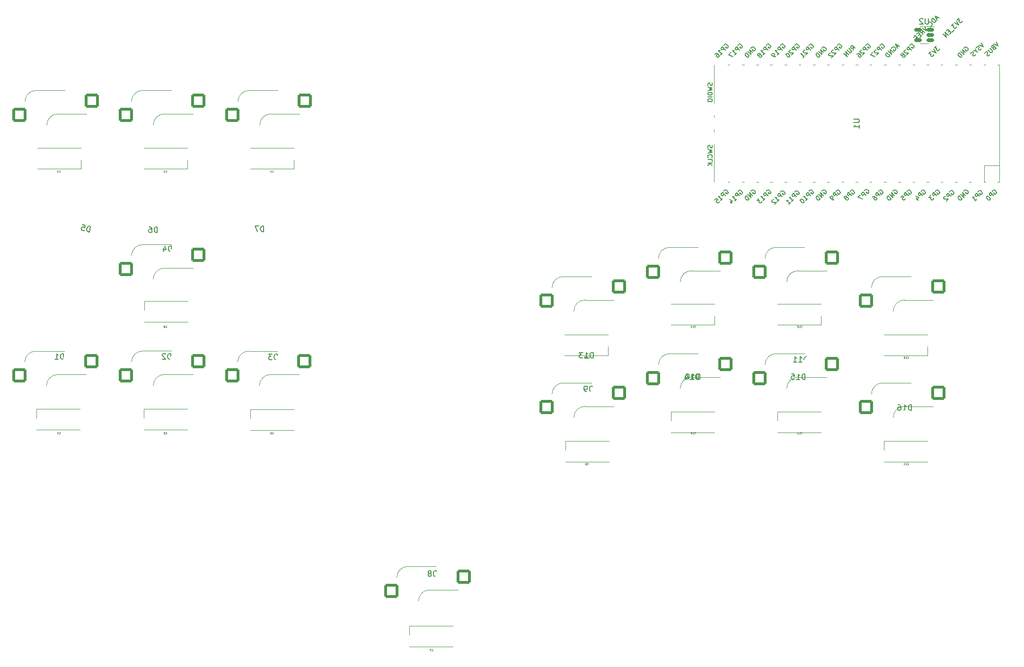
<source format=gbr>
%TF.GenerationSoftware,KiCad,Pcbnew,7.0.5*%
%TF.CreationDate,2023-06-07T01:28:02+08:00*%
%TF.ProjectId,JosEffigy-All-Keyboard-Mixbox,4a6f7345-6666-4696-9779-2d416c6c2d4b,rev?*%
%TF.SameCoordinates,Original*%
%TF.FileFunction,Legend,Bot*%
%TF.FilePolarity,Positive*%
%FSLAX46Y46*%
G04 Gerber Fmt 4.6, Leading zero omitted, Abs format (unit mm)*
G04 Created by KiCad (PCBNEW 7.0.5) date 2023-06-07 01:28:02*
%MOMM*%
%LPD*%
G01*
G04 APERTURE LIST*
G04 Aperture macros list*
%AMRoundRect*
0 Rectangle with rounded corners*
0 $1 Rounding radius*
0 $2 $3 $4 $5 $6 $7 $8 $9 X,Y pos of 4 corners*
0 Add a 4 corners polygon primitive as box body*
4,1,4,$2,$3,$4,$5,$6,$7,$8,$9,$2,$3,0*
0 Add four circle primitives for the rounded corners*
1,1,$1+$1,$2,$3*
1,1,$1+$1,$4,$5*
1,1,$1+$1,$6,$7*
1,1,$1+$1,$8,$9*
0 Add four rect primitives between the rounded corners*
20,1,$1+$1,$2,$3,$4,$5,0*
20,1,$1+$1,$4,$5,$6,$7,0*
20,1,$1+$1,$6,$7,$8,$9,0*
20,1,$1+$1,$8,$9,$2,$3,0*%
G04 Aperture macros list end*
%ADD10C,0.080000*%
%ADD11C,0.150000*%
%ADD12C,0.120000*%
%ADD13RoundRect,0.250000X-1.025000X-1.000000X1.025000X-1.000000X1.025000X1.000000X-1.025000X1.000000X0*%
%ADD14C,1.750000*%
%ADD15C,4.000000*%
%ADD16C,3.600000*%
%ADD17R,0.510000X0.600000*%
%ADD18RoundRect,0.150000X0.512500X0.150000X-0.512500X0.150000X-0.512500X-0.150000X0.512500X-0.150000X0*%
%ADD19O,1.800000X1.800000*%
%ADD20O,1.500000X1.500000*%
%ADD21O,1.700000X1.700000*%
%ADD22R,1.700000X3.500000*%
%ADD23R,1.700000X1.700000*%
%ADD24R,3.500000X1.700000*%
%ADD25R,1.700000X1.000000*%
G04 APERTURE END LIST*
D10*
%TO.C,C13*%
X158889714Y-102347701D02*
X158904952Y-102362940D01*
X158904952Y-102362940D02*
X158950666Y-102378178D01*
X158950666Y-102378178D02*
X158981142Y-102378178D01*
X158981142Y-102378178D02*
X159026857Y-102362940D01*
X159026857Y-102362940D02*
X159057333Y-102332463D01*
X159057333Y-102332463D02*
X159072571Y-102301987D01*
X159072571Y-102301987D02*
X159087809Y-102241035D01*
X159087809Y-102241035D02*
X159087809Y-102195320D01*
X159087809Y-102195320D02*
X159072571Y-102134368D01*
X159072571Y-102134368D02*
X159057333Y-102103892D01*
X159057333Y-102103892D02*
X159026857Y-102073416D01*
X159026857Y-102073416D02*
X158981142Y-102058178D01*
X158981142Y-102058178D02*
X158950666Y-102058178D01*
X158950666Y-102058178D02*
X158904952Y-102073416D01*
X158904952Y-102073416D02*
X158889714Y-102088654D01*
X158584952Y-102378178D02*
X158767809Y-102378178D01*
X158676381Y-102378178D02*
X158676381Y-102058178D01*
X158676381Y-102058178D02*
X158706857Y-102103892D01*
X158706857Y-102103892D02*
X158737333Y-102134368D01*
X158737333Y-102134368D02*
X158767809Y-102149606D01*
X158478285Y-102058178D02*
X158280190Y-102058178D01*
X158280190Y-102058178D02*
X158386857Y-102180082D01*
X158386857Y-102180082D02*
X158341142Y-102180082D01*
X158341142Y-102180082D02*
X158310666Y-102195320D01*
X158310666Y-102195320D02*
X158295428Y-102210559D01*
X158295428Y-102210559D02*
X158280190Y-102241035D01*
X158280190Y-102241035D02*
X158280190Y-102317225D01*
X158280190Y-102317225D02*
X158295428Y-102347701D01*
X158295428Y-102347701D02*
X158310666Y-102362940D01*
X158310666Y-102362940D02*
X158341142Y-102378178D01*
X158341142Y-102378178D02*
X158432571Y-102378178D01*
X158432571Y-102378178D02*
X158463047Y-102362940D01*
X158463047Y-102362940D02*
X158478285Y-102347701D01*
%TO.C,C11*%
X196989714Y-115841401D02*
X197004952Y-115856640D01*
X197004952Y-115856640D02*
X197050666Y-115871878D01*
X197050666Y-115871878D02*
X197081142Y-115871878D01*
X197081142Y-115871878D02*
X197126857Y-115856640D01*
X197126857Y-115856640D02*
X197157333Y-115826163D01*
X197157333Y-115826163D02*
X197172571Y-115795687D01*
X197172571Y-115795687D02*
X197187809Y-115734735D01*
X197187809Y-115734735D02*
X197187809Y-115689020D01*
X197187809Y-115689020D02*
X197172571Y-115628068D01*
X197172571Y-115628068D02*
X197157333Y-115597592D01*
X197157333Y-115597592D02*
X197126857Y-115567116D01*
X197126857Y-115567116D02*
X197081142Y-115551878D01*
X197081142Y-115551878D02*
X197050666Y-115551878D01*
X197050666Y-115551878D02*
X197004952Y-115567116D01*
X197004952Y-115567116D02*
X196989714Y-115582354D01*
X196684952Y-115871878D02*
X196867809Y-115871878D01*
X196776381Y-115871878D02*
X196776381Y-115551878D01*
X196776381Y-115551878D02*
X196806857Y-115597592D01*
X196806857Y-115597592D02*
X196837333Y-115628068D01*
X196837333Y-115628068D02*
X196867809Y-115643306D01*
X196380190Y-115871878D02*
X196563047Y-115871878D01*
X196471619Y-115871878D02*
X196471619Y-115551878D01*
X196471619Y-115551878D02*
X196502095Y-115597592D01*
X196502095Y-115597592D02*
X196532571Y-115628068D01*
X196532571Y-115628068D02*
X196563047Y-115643306D01*
%TO.C,C9*%
X158737333Y-121397701D02*
X158752571Y-121412940D01*
X158752571Y-121412940D02*
X158798285Y-121428178D01*
X158798285Y-121428178D02*
X158828761Y-121428178D01*
X158828761Y-121428178D02*
X158874476Y-121412940D01*
X158874476Y-121412940D02*
X158904952Y-121382463D01*
X158904952Y-121382463D02*
X158920190Y-121351987D01*
X158920190Y-121351987D02*
X158935428Y-121291035D01*
X158935428Y-121291035D02*
X158935428Y-121245320D01*
X158935428Y-121245320D02*
X158920190Y-121184368D01*
X158920190Y-121184368D02*
X158904952Y-121153892D01*
X158904952Y-121153892D02*
X158874476Y-121123416D01*
X158874476Y-121123416D02*
X158828761Y-121108178D01*
X158828761Y-121108178D02*
X158798285Y-121108178D01*
X158798285Y-121108178D02*
X158752571Y-121123416D01*
X158752571Y-121123416D02*
X158737333Y-121138654D01*
X158584952Y-121428178D02*
X158524000Y-121428178D01*
X158524000Y-121428178D02*
X158493523Y-121412940D01*
X158493523Y-121412940D02*
X158478285Y-121397701D01*
X158478285Y-121397701D02*
X158447809Y-121351987D01*
X158447809Y-121351987D02*
X158432571Y-121291035D01*
X158432571Y-121291035D02*
X158432571Y-121169130D01*
X158432571Y-121169130D02*
X158447809Y-121138654D01*
X158447809Y-121138654D02*
X158463047Y-121123416D01*
X158463047Y-121123416D02*
X158493523Y-121108178D01*
X158493523Y-121108178D02*
X158554476Y-121108178D01*
X158554476Y-121108178D02*
X158584952Y-121123416D01*
X158584952Y-121123416D02*
X158600190Y-121138654D01*
X158600190Y-121138654D02*
X158615428Y-121169130D01*
X158615428Y-121169130D02*
X158615428Y-121245320D01*
X158615428Y-121245320D02*
X158600190Y-121275797D01*
X158600190Y-121275797D02*
X158584952Y-121291035D01*
X158584952Y-121291035D02*
X158554476Y-121306273D01*
X158554476Y-121306273D02*
X158493523Y-121306273D01*
X158493523Y-121306273D02*
X158463047Y-121291035D01*
X158463047Y-121291035D02*
X158447809Y-121275797D01*
X158447809Y-121275797D02*
X158432571Y-121245320D01*
%TO.C,C4*%
X64281133Y-115841401D02*
X64296371Y-115856640D01*
X64296371Y-115856640D02*
X64342085Y-115871878D01*
X64342085Y-115871878D02*
X64372561Y-115871878D01*
X64372561Y-115871878D02*
X64418276Y-115856640D01*
X64418276Y-115856640D02*
X64448752Y-115826163D01*
X64448752Y-115826163D02*
X64463990Y-115795687D01*
X64463990Y-115795687D02*
X64479228Y-115734735D01*
X64479228Y-115734735D02*
X64479228Y-115689020D01*
X64479228Y-115689020D02*
X64463990Y-115628068D01*
X64463990Y-115628068D02*
X64448752Y-115597592D01*
X64448752Y-115597592D02*
X64418276Y-115567116D01*
X64418276Y-115567116D02*
X64372561Y-115551878D01*
X64372561Y-115551878D02*
X64342085Y-115551878D01*
X64342085Y-115551878D02*
X64296371Y-115567116D01*
X64296371Y-115567116D02*
X64281133Y-115582354D01*
X64006847Y-115658544D02*
X64006847Y-115871878D01*
X64083038Y-115536640D02*
X64159228Y-115765211D01*
X64159228Y-115765211D02*
X63961133Y-115765211D01*
%TO.C,C14*%
X177939714Y-96791401D02*
X177954952Y-96806640D01*
X177954952Y-96806640D02*
X178000666Y-96821878D01*
X178000666Y-96821878D02*
X178031142Y-96821878D01*
X178031142Y-96821878D02*
X178076857Y-96806640D01*
X178076857Y-96806640D02*
X178107333Y-96776163D01*
X178107333Y-96776163D02*
X178122571Y-96745687D01*
X178122571Y-96745687D02*
X178137809Y-96684735D01*
X178137809Y-96684735D02*
X178137809Y-96639020D01*
X178137809Y-96639020D02*
X178122571Y-96578068D01*
X178122571Y-96578068D02*
X178107333Y-96547592D01*
X178107333Y-96547592D02*
X178076857Y-96517116D01*
X178076857Y-96517116D02*
X178031142Y-96501878D01*
X178031142Y-96501878D02*
X178000666Y-96501878D01*
X178000666Y-96501878D02*
X177954952Y-96517116D01*
X177954952Y-96517116D02*
X177939714Y-96532354D01*
X177634952Y-96821878D02*
X177817809Y-96821878D01*
X177726381Y-96821878D02*
X177726381Y-96501878D01*
X177726381Y-96501878D02*
X177756857Y-96547592D01*
X177756857Y-96547592D02*
X177787333Y-96578068D01*
X177787333Y-96578068D02*
X177817809Y-96593306D01*
X177360666Y-96608544D02*
X177360666Y-96821878D01*
X177436857Y-96486640D02*
X177513047Y-96715211D01*
X177513047Y-96715211D02*
X177314952Y-96715211D01*
%TO.C,C5*%
X83331133Y-115841401D02*
X83346371Y-115856640D01*
X83346371Y-115856640D02*
X83392085Y-115871878D01*
X83392085Y-115871878D02*
X83422561Y-115871878D01*
X83422561Y-115871878D02*
X83468276Y-115856640D01*
X83468276Y-115856640D02*
X83498752Y-115826163D01*
X83498752Y-115826163D02*
X83513990Y-115795687D01*
X83513990Y-115795687D02*
X83529228Y-115734735D01*
X83529228Y-115734735D02*
X83529228Y-115689020D01*
X83529228Y-115689020D02*
X83513990Y-115628068D01*
X83513990Y-115628068D02*
X83498752Y-115597592D01*
X83498752Y-115597592D02*
X83468276Y-115567116D01*
X83468276Y-115567116D02*
X83422561Y-115551878D01*
X83422561Y-115551878D02*
X83392085Y-115551878D01*
X83392085Y-115551878D02*
X83346371Y-115567116D01*
X83346371Y-115567116D02*
X83331133Y-115582354D01*
X83041609Y-115551878D02*
X83193990Y-115551878D01*
X83193990Y-115551878D02*
X83209228Y-115704259D01*
X83209228Y-115704259D02*
X83193990Y-115689020D01*
X83193990Y-115689020D02*
X83163514Y-115673782D01*
X83163514Y-115673782D02*
X83087323Y-115673782D01*
X83087323Y-115673782D02*
X83056847Y-115689020D01*
X83056847Y-115689020D02*
X83041609Y-115704259D01*
X83041609Y-115704259D02*
X83026371Y-115734735D01*
X83026371Y-115734735D02*
X83026371Y-115810925D01*
X83026371Y-115810925D02*
X83041609Y-115841401D01*
X83041609Y-115841401D02*
X83056847Y-115856640D01*
X83056847Y-115856640D02*
X83087323Y-115871878D01*
X83087323Y-115871878D02*
X83163514Y-115871878D01*
X83163514Y-115871878D02*
X83193990Y-115856640D01*
X83193990Y-115856640D02*
X83209228Y-115841401D01*
%TO.C,C12*%
X216039714Y-121397701D02*
X216054952Y-121412940D01*
X216054952Y-121412940D02*
X216100666Y-121428178D01*
X216100666Y-121428178D02*
X216131142Y-121428178D01*
X216131142Y-121428178D02*
X216176857Y-121412940D01*
X216176857Y-121412940D02*
X216207333Y-121382463D01*
X216207333Y-121382463D02*
X216222571Y-121351987D01*
X216222571Y-121351987D02*
X216237809Y-121291035D01*
X216237809Y-121291035D02*
X216237809Y-121245320D01*
X216237809Y-121245320D02*
X216222571Y-121184368D01*
X216222571Y-121184368D02*
X216207333Y-121153892D01*
X216207333Y-121153892D02*
X216176857Y-121123416D01*
X216176857Y-121123416D02*
X216131142Y-121108178D01*
X216131142Y-121108178D02*
X216100666Y-121108178D01*
X216100666Y-121108178D02*
X216054952Y-121123416D01*
X216054952Y-121123416D02*
X216039714Y-121138654D01*
X215734952Y-121428178D02*
X215917809Y-121428178D01*
X215826381Y-121428178D02*
X215826381Y-121108178D01*
X215826381Y-121108178D02*
X215856857Y-121153892D01*
X215856857Y-121153892D02*
X215887333Y-121184368D01*
X215887333Y-121184368D02*
X215917809Y-121199606D01*
X215613047Y-121138654D02*
X215597809Y-121123416D01*
X215597809Y-121123416D02*
X215567333Y-121108178D01*
X215567333Y-121108178D02*
X215491142Y-121108178D01*
X215491142Y-121108178D02*
X215460666Y-121123416D01*
X215460666Y-121123416D02*
X215445428Y-121138654D01*
X215445428Y-121138654D02*
X215430190Y-121169130D01*
X215430190Y-121169130D02*
X215430190Y-121199606D01*
X215430190Y-121199606D02*
X215445428Y-121245320D01*
X215445428Y-121245320D02*
X215628285Y-121428178D01*
X215628285Y-121428178D02*
X215430190Y-121428178D01*
%TO.C,C3*%
X64281133Y-69010201D02*
X64296371Y-69025440D01*
X64296371Y-69025440D02*
X64342085Y-69040678D01*
X64342085Y-69040678D02*
X64372561Y-69040678D01*
X64372561Y-69040678D02*
X64418276Y-69025440D01*
X64418276Y-69025440D02*
X64448752Y-68994963D01*
X64448752Y-68994963D02*
X64463990Y-68964487D01*
X64463990Y-68964487D02*
X64479228Y-68903535D01*
X64479228Y-68903535D02*
X64479228Y-68857820D01*
X64479228Y-68857820D02*
X64463990Y-68796868D01*
X64463990Y-68796868D02*
X64448752Y-68766392D01*
X64448752Y-68766392D02*
X64418276Y-68735916D01*
X64418276Y-68735916D02*
X64372561Y-68720678D01*
X64372561Y-68720678D02*
X64342085Y-68720678D01*
X64342085Y-68720678D02*
X64296371Y-68735916D01*
X64296371Y-68735916D02*
X64281133Y-68751154D01*
X64174466Y-68720678D02*
X63976371Y-68720678D01*
X63976371Y-68720678D02*
X64083038Y-68842582D01*
X64083038Y-68842582D02*
X64037323Y-68842582D01*
X64037323Y-68842582D02*
X64006847Y-68857820D01*
X64006847Y-68857820D02*
X63991609Y-68873059D01*
X63991609Y-68873059D02*
X63976371Y-68903535D01*
X63976371Y-68903535D02*
X63976371Y-68979725D01*
X63976371Y-68979725D02*
X63991609Y-69010201D01*
X63991609Y-69010201D02*
X64006847Y-69025440D01*
X64006847Y-69025440D02*
X64037323Y-69040678D01*
X64037323Y-69040678D02*
X64128752Y-69040678D01*
X64128752Y-69040678D02*
X64159228Y-69025440D01*
X64159228Y-69025440D02*
X64174466Y-69010201D01*
%TO.C,C7*%
X130956133Y-154735201D02*
X130971371Y-154750440D01*
X130971371Y-154750440D02*
X131017085Y-154765678D01*
X131017085Y-154765678D02*
X131047561Y-154765678D01*
X131047561Y-154765678D02*
X131093276Y-154750440D01*
X131093276Y-154750440D02*
X131123752Y-154719963D01*
X131123752Y-154719963D02*
X131138990Y-154689487D01*
X131138990Y-154689487D02*
X131154228Y-154628535D01*
X131154228Y-154628535D02*
X131154228Y-154582820D01*
X131154228Y-154582820D02*
X131138990Y-154521868D01*
X131138990Y-154521868D02*
X131123752Y-154491392D01*
X131123752Y-154491392D02*
X131093276Y-154460916D01*
X131093276Y-154460916D02*
X131047561Y-154445678D01*
X131047561Y-154445678D02*
X131017085Y-154445678D01*
X131017085Y-154445678D02*
X130971371Y-154460916D01*
X130971371Y-154460916D02*
X130956133Y-154476154D01*
X130849466Y-154445678D02*
X130636133Y-154445678D01*
X130636133Y-154445678D02*
X130773276Y-154765678D01*
%TO.C,C6*%
X102381133Y-115841401D02*
X102396371Y-115856640D01*
X102396371Y-115856640D02*
X102442085Y-115871878D01*
X102442085Y-115871878D02*
X102472561Y-115871878D01*
X102472561Y-115871878D02*
X102518276Y-115856640D01*
X102518276Y-115856640D02*
X102548752Y-115826163D01*
X102548752Y-115826163D02*
X102563990Y-115795687D01*
X102563990Y-115795687D02*
X102579228Y-115734735D01*
X102579228Y-115734735D02*
X102579228Y-115689020D01*
X102579228Y-115689020D02*
X102563990Y-115628068D01*
X102563990Y-115628068D02*
X102548752Y-115597592D01*
X102548752Y-115597592D02*
X102518276Y-115567116D01*
X102518276Y-115567116D02*
X102472561Y-115551878D01*
X102472561Y-115551878D02*
X102442085Y-115551878D01*
X102442085Y-115551878D02*
X102396371Y-115567116D01*
X102396371Y-115567116D02*
X102381133Y-115582354D01*
X102106847Y-115551878D02*
X102167800Y-115551878D01*
X102167800Y-115551878D02*
X102198276Y-115567116D01*
X102198276Y-115567116D02*
X102213514Y-115582354D01*
X102213514Y-115582354D02*
X102243990Y-115628068D01*
X102243990Y-115628068D02*
X102259228Y-115689020D01*
X102259228Y-115689020D02*
X102259228Y-115810925D01*
X102259228Y-115810925D02*
X102243990Y-115841401D01*
X102243990Y-115841401D02*
X102228752Y-115856640D01*
X102228752Y-115856640D02*
X102198276Y-115871878D01*
X102198276Y-115871878D02*
X102137323Y-115871878D01*
X102137323Y-115871878D02*
X102106847Y-115856640D01*
X102106847Y-115856640D02*
X102091609Y-115841401D01*
X102091609Y-115841401D02*
X102076371Y-115810925D01*
X102076371Y-115810925D02*
X102076371Y-115734735D01*
X102076371Y-115734735D02*
X102091609Y-115704259D01*
X102091609Y-115704259D02*
X102106847Y-115689020D01*
X102106847Y-115689020D02*
X102137323Y-115673782D01*
X102137323Y-115673782D02*
X102198276Y-115673782D01*
X102198276Y-115673782D02*
X102228752Y-115689020D01*
X102228752Y-115689020D02*
X102243990Y-115704259D01*
X102243990Y-115704259D02*
X102259228Y-115734735D01*
%TO.C,C2*%
X83331133Y-69010201D02*
X83346371Y-69025440D01*
X83346371Y-69025440D02*
X83392085Y-69040678D01*
X83392085Y-69040678D02*
X83422561Y-69040678D01*
X83422561Y-69040678D02*
X83468276Y-69025440D01*
X83468276Y-69025440D02*
X83498752Y-68994963D01*
X83498752Y-68994963D02*
X83513990Y-68964487D01*
X83513990Y-68964487D02*
X83529228Y-68903535D01*
X83529228Y-68903535D02*
X83529228Y-68857820D01*
X83529228Y-68857820D02*
X83513990Y-68796868D01*
X83513990Y-68796868D02*
X83498752Y-68766392D01*
X83498752Y-68766392D02*
X83468276Y-68735916D01*
X83468276Y-68735916D02*
X83422561Y-68720678D01*
X83422561Y-68720678D02*
X83392085Y-68720678D01*
X83392085Y-68720678D02*
X83346371Y-68735916D01*
X83346371Y-68735916D02*
X83331133Y-68751154D01*
X83209228Y-68751154D02*
X83193990Y-68735916D01*
X83193990Y-68735916D02*
X83163514Y-68720678D01*
X83163514Y-68720678D02*
X83087323Y-68720678D01*
X83087323Y-68720678D02*
X83056847Y-68735916D01*
X83056847Y-68735916D02*
X83041609Y-68751154D01*
X83041609Y-68751154D02*
X83026371Y-68781630D01*
X83026371Y-68781630D02*
X83026371Y-68812106D01*
X83026371Y-68812106D02*
X83041609Y-68857820D01*
X83041609Y-68857820D02*
X83224466Y-69040678D01*
X83224466Y-69040678D02*
X83026371Y-69040678D01*
%TO.C,C10*%
X177939714Y-115841401D02*
X177954952Y-115856640D01*
X177954952Y-115856640D02*
X178000666Y-115871878D01*
X178000666Y-115871878D02*
X178031142Y-115871878D01*
X178031142Y-115871878D02*
X178076857Y-115856640D01*
X178076857Y-115856640D02*
X178107333Y-115826163D01*
X178107333Y-115826163D02*
X178122571Y-115795687D01*
X178122571Y-115795687D02*
X178137809Y-115734735D01*
X178137809Y-115734735D02*
X178137809Y-115689020D01*
X178137809Y-115689020D02*
X178122571Y-115628068D01*
X178122571Y-115628068D02*
X178107333Y-115597592D01*
X178107333Y-115597592D02*
X178076857Y-115567116D01*
X178076857Y-115567116D02*
X178031142Y-115551878D01*
X178031142Y-115551878D02*
X178000666Y-115551878D01*
X178000666Y-115551878D02*
X177954952Y-115567116D01*
X177954952Y-115567116D02*
X177939714Y-115582354D01*
X177634952Y-115871878D02*
X177817809Y-115871878D01*
X177726381Y-115871878D02*
X177726381Y-115551878D01*
X177726381Y-115551878D02*
X177756857Y-115597592D01*
X177756857Y-115597592D02*
X177787333Y-115628068D01*
X177787333Y-115628068D02*
X177817809Y-115643306D01*
X177436857Y-115551878D02*
X177406380Y-115551878D01*
X177406380Y-115551878D02*
X177375904Y-115567116D01*
X177375904Y-115567116D02*
X177360666Y-115582354D01*
X177360666Y-115582354D02*
X177345428Y-115612830D01*
X177345428Y-115612830D02*
X177330190Y-115673782D01*
X177330190Y-115673782D02*
X177330190Y-115749973D01*
X177330190Y-115749973D02*
X177345428Y-115810925D01*
X177345428Y-115810925D02*
X177360666Y-115841401D01*
X177360666Y-115841401D02*
X177375904Y-115856640D01*
X177375904Y-115856640D02*
X177406380Y-115871878D01*
X177406380Y-115871878D02*
X177436857Y-115871878D01*
X177436857Y-115871878D02*
X177467333Y-115856640D01*
X177467333Y-115856640D02*
X177482571Y-115841401D01*
X177482571Y-115841401D02*
X177497809Y-115810925D01*
X177497809Y-115810925D02*
X177513047Y-115749973D01*
X177513047Y-115749973D02*
X177513047Y-115673782D01*
X177513047Y-115673782D02*
X177497809Y-115612830D01*
X177497809Y-115612830D02*
X177482571Y-115582354D01*
X177482571Y-115582354D02*
X177467333Y-115567116D01*
X177467333Y-115567116D02*
X177436857Y-115551878D01*
D11*
%TO.C,U2*%
X219836904Y-41504819D02*
X219836904Y-42314342D01*
X219836904Y-42314342D02*
X219789285Y-42409580D01*
X219789285Y-42409580D02*
X219741666Y-42457200D01*
X219741666Y-42457200D02*
X219646428Y-42504819D01*
X219646428Y-42504819D02*
X219455952Y-42504819D01*
X219455952Y-42504819D02*
X219360714Y-42457200D01*
X219360714Y-42457200D02*
X219313095Y-42409580D01*
X219313095Y-42409580D02*
X219265476Y-42314342D01*
X219265476Y-42314342D02*
X219265476Y-41504819D01*
X218836904Y-41600057D02*
X218789285Y-41552438D01*
X218789285Y-41552438D02*
X218694047Y-41504819D01*
X218694047Y-41504819D02*
X218455952Y-41504819D01*
X218455952Y-41504819D02*
X218360714Y-41552438D01*
X218360714Y-41552438D02*
X218313095Y-41600057D01*
X218313095Y-41600057D02*
X218265476Y-41695295D01*
X218265476Y-41695295D02*
X218265476Y-41790533D01*
X218265476Y-41790533D02*
X218313095Y-41933390D01*
X218313095Y-41933390D02*
X218884523Y-42504819D01*
X218884523Y-42504819D02*
X218265476Y-42504819D01*
D10*
%TO.C,C1*%
X102381133Y-69010201D02*
X102396371Y-69025440D01*
X102396371Y-69025440D02*
X102442085Y-69040678D01*
X102442085Y-69040678D02*
X102472561Y-69040678D01*
X102472561Y-69040678D02*
X102518276Y-69025440D01*
X102518276Y-69025440D02*
X102548752Y-68994963D01*
X102548752Y-68994963D02*
X102563990Y-68964487D01*
X102563990Y-68964487D02*
X102579228Y-68903535D01*
X102579228Y-68903535D02*
X102579228Y-68857820D01*
X102579228Y-68857820D02*
X102563990Y-68796868D01*
X102563990Y-68796868D02*
X102548752Y-68766392D01*
X102548752Y-68766392D02*
X102518276Y-68735916D01*
X102518276Y-68735916D02*
X102472561Y-68720678D01*
X102472561Y-68720678D02*
X102442085Y-68720678D01*
X102442085Y-68720678D02*
X102396371Y-68735916D01*
X102396371Y-68735916D02*
X102381133Y-68751154D01*
X102076371Y-69040678D02*
X102259228Y-69040678D01*
X102167800Y-69040678D02*
X102167800Y-68720678D01*
X102167800Y-68720678D02*
X102198276Y-68766392D01*
X102198276Y-68766392D02*
X102228752Y-68796868D01*
X102228752Y-68796868D02*
X102259228Y-68812106D01*
%TO.C,C15*%
X196989714Y-96791401D02*
X197004952Y-96806640D01*
X197004952Y-96806640D02*
X197050666Y-96821878D01*
X197050666Y-96821878D02*
X197081142Y-96821878D01*
X197081142Y-96821878D02*
X197126857Y-96806640D01*
X197126857Y-96806640D02*
X197157333Y-96776163D01*
X197157333Y-96776163D02*
X197172571Y-96745687D01*
X197172571Y-96745687D02*
X197187809Y-96684735D01*
X197187809Y-96684735D02*
X197187809Y-96639020D01*
X197187809Y-96639020D02*
X197172571Y-96578068D01*
X197172571Y-96578068D02*
X197157333Y-96547592D01*
X197157333Y-96547592D02*
X197126857Y-96517116D01*
X197126857Y-96517116D02*
X197081142Y-96501878D01*
X197081142Y-96501878D02*
X197050666Y-96501878D01*
X197050666Y-96501878D02*
X197004952Y-96517116D01*
X197004952Y-96517116D02*
X196989714Y-96532354D01*
X196684952Y-96821878D02*
X196867809Y-96821878D01*
X196776381Y-96821878D02*
X196776381Y-96501878D01*
X196776381Y-96501878D02*
X196806857Y-96547592D01*
X196806857Y-96547592D02*
X196837333Y-96578068D01*
X196837333Y-96578068D02*
X196867809Y-96593306D01*
X196395428Y-96501878D02*
X196547809Y-96501878D01*
X196547809Y-96501878D02*
X196563047Y-96654259D01*
X196563047Y-96654259D02*
X196547809Y-96639020D01*
X196547809Y-96639020D02*
X196517333Y-96623782D01*
X196517333Y-96623782D02*
X196441142Y-96623782D01*
X196441142Y-96623782D02*
X196410666Y-96639020D01*
X196410666Y-96639020D02*
X196395428Y-96654259D01*
X196395428Y-96654259D02*
X196380190Y-96684735D01*
X196380190Y-96684735D02*
X196380190Y-96760925D01*
X196380190Y-96760925D02*
X196395428Y-96791401D01*
X196395428Y-96791401D02*
X196410666Y-96806640D01*
X196410666Y-96806640D02*
X196441142Y-96821878D01*
X196441142Y-96821878D02*
X196517333Y-96821878D01*
X196517333Y-96821878D02*
X196547809Y-96806640D01*
X196547809Y-96806640D02*
X196563047Y-96791401D01*
%TO.C,C8*%
X83331133Y-96791401D02*
X83346371Y-96806640D01*
X83346371Y-96806640D02*
X83392085Y-96821878D01*
X83392085Y-96821878D02*
X83422561Y-96821878D01*
X83422561Y-96821878D02*
X83468276Y-96806640D01*
X83468276Y-96806640D02*
X83498752Y-96776163D01*
X83498752Y-96776163D02*
X83513990Y-96745687D01*
X83513990Y-96745687D02*
X83529228Y-96684735D01*
X83529228Y-96684735D02*
X83529228Y-96639020D01*
X83529228Y-96639020D02*
X83513990Y-96578068D01*
X83513990Y-96578068D02*
X83498752Y-96547592D01*
X83498752Y-96547592D02*
X83468276Y-96517116D01*
X83468276Y-96517116D02*
X83422561Y-96501878D01*
X83422561Y-96501878D02*
X83392085Y-96501878D01*
X83392085Y-96501878D02*
X83346371Y-96517116D01*
X83346371Y-96517116D02*
X83331133Y-96532354D01*
X83148276Y-96639020D02*
X83178752Y-96623782D01*
X83178752Y-96623782D02*
X83193990Y-96608544D01*
X83193990Y-96608544D02*
X83209228Y-96578068D01*
X83209228Y-96578068D02*
X83209228Y-96562830D01*
X83209228Y-96562830D02*
X83193990Y-96532354D01*
X83193990Y-96532354D02*
X83178752Y-96517116D01*
X83178752Y-96517116D02*
X83148276Y-96501878D01*
X83148276Y-96501878D02*
X83087323Y-96501878D01*
X83087323Y-96501878D02*
X83056847Y-96517116D01*
X83056847Y-96517116D02*
X83041609Y-96532354D01*
X83041609Y-96532354D02*
X83026371Y-96562830D01*
X83026371Y-96562830D02*
X83026371Y-96578068D01*
X83026371Y-96578068D02*
X83041609Y-96608544D01*
X83041609Y-96608544D02*
X83056847Y-96623782D01*
X83056847Y-96623782D02*
X83087323Y-96639020D01*
X83087323Y-96639020D02*
X83148276Y-96639020D01*
X83148276Y-96639020D02*
X83178752Y-96654259D01*
X83178752Y-96654259D02*
X83193990Y-96669497D01*
X83193990Y-96669497D02*
X83209228Y-96699973D01*
X83209228Y-96699973D02*
X83209228Y-96760925D01*
X83209228Y-96760925D02*
X83193990Y-96791401D01*
X83193990Y-96791401D02*
X83178752Y-96806640D01*
X83178752Y-96806640D02*
X83148276Y-96821878D01*
X83148276Y-96821878D02*
X83087323Y-96821878D01*
X83087323Y-96821878D02*
X83056847Y-96806640D01*
X83056847Y-96806640D02*
X83041609Y-96791401D01*
X83041609Y-96791401D02*
X83026371Y-96760925D01*
X83026371Y-96760925D02*
X83026371Y-96699973D01*
X83026371Y-96699973D02*
X83041609Y-96669497D01*
X83041609Y-96669497D02*
X83056847Y-96654259D01*
X83056847Y-96654259D02*
X83087323Y-96639020D01*
%TO.C,C16*%
X216039714Y-102347701D02*
X216054952Y-102362940D01*
X216054952Y-102362940D02*
X216100666Y-102378178D01*
X216100666Y-102378178D02*
X216131142Y-102378178D01*
X216131142Y-102378178D02*
X216176857Y-102362940D01*
X216176857Y-102362940D02*
X216207333Y-102332463D01*
X216207333Y-102332463D02*
X216222571Y-102301987D01*
X216222571Y-102301987D02*
X216237809Y-102241035D01*
X216237809Y-102241035D02*
X216237809Y-102195320D01*
X216237809Y-102195320D02*
X216222571Y-102134368D01*
X216222571Y-102134368D02*
X216207333Y-102103892D01*
X216207333Y-102103892D02*
X216176857Y-102073416D01*
X216176857Y-102073416D02*
X216131142Y-102058178D01*
X216131142Y-102058178D02*
X216100666Y-102058178D01*
X216100666Y-102058178D02*
X216054952Y-102073416D01*
X216054952Y-102073416D02*
X216039714Y-102088654D01*
X215734952Y-102378178D02*
X215917809Y-102378178D01*
X215826381Y-102378178D02*
X215826381Y-102058178D01*
X215826381Y-102058178D02*
X215856857Y-102103892D01*
X215856857Y-102103892D02*
X215887333Y-102134368D01*
X215887333Y-102134368D02*
X215917809Y-102149606D01*
X215460666Y-102058178D02*
X215521619Y-102058178D01*
X215521619Y-102058178D02*
X215552095Y-102073416D01*
X215552095Y-102073416D02*
X215567333Y-102088654D01*
X215567333Y-102088654D02*
X215597809Y-102134368D01*
X215597809Y-102134368D02*
X215613047Y-102195320D01*
X215613047Y-102195320D02*
X215613047Y-102317225D01*
X215613047Y-102317225D02*
X215597809Y-102347701D01*
X215597809Y-102347701D02*
X215582571Y-102362940D01*
X215582571Y-102362940D02*
X215552095Y-102378178D01*
X215552095Y-102378178D02*
X215491142Y-102378178D01*
X215491142Y-102378178D02*
X215460666Y-102362940D01*
X215460666Y-102362940D02*
X215445428Y-102347701D01*
X215445428Y-102347701D02*
X215430190Y-102317225D01*
X215430190Y-102317225D02*
X215430190Y-102241035D01*
X215430190Y-102241035D02*
X215445428Y-102210559D01*
X215445428Y-102210559D02*
X215460666Y-102195320D01*
X215460666Y-102195320D02*
X215491142Y-102180082D01*
X215491142Y-102180082D02*
X215552095Y-102180082D01*
X215552095Y-102180082D02*
X215582571Y-102195320D01*
X215582571Y-102195320D02*
X215597809Y-102210559D01*
X215597809Y-102210559D02*
X215613047Y-102241035D01*
D11*
%TO.C,U1*%
X206464819Y-59563095D02*
X207274342Y-59563095D01*
X207274342Y-59563095D02*
X207369580Y-59610714D01*
X207369580Y-59610714D02*
X207417200Y-59658333D01*
X207417200Y-59658333D02*
X207464819Y-59753571D01*
X207464819Y-59753571D02*
X207464819Y-59944047D01*
X207464819Y-59944047D02*
X207417200Y-60039285D01*
X207417200Y-60039285D02*
X207369580Y-60086904D01*
X207369580Y-60086904D02*
X207274342Y-60134523D01*
X207274342Y-60134523D02*
X206464819Y-60134523D01*
X207464819Y-61134523D02*
X207464819Y-60563095D01*
X207464819Y-60848809D02*
X206464819Y-60848809D01*
X206464819Y-60848809D02*
X206607676Y-60753571D01*
X206607676Y-60753571D02*
X206702914Y-60658333D01*
X206702914Y-60658333D02*
X206750533Y-60563095D01*
X205861494Y-72438372D02*
X205888431Y-72357560D01*
X205888431Y-72357560D02*
X205969243Y-72276748D01*
X205969243Y-72276748D02*
X206076993Y-72222873D01*
X206076993Y-72222873D02*
X206184742Y-72222873D01*
X206184742Y-72222873D02*
X206265555Y-72249810D01*
X206265555Y-72249810D02*
X206400242Y-72330623D01*
X206400242Y-72330623D02*
X206481054Y-72411435D01*
X206481054Y-72411435D02*
X206561866Y-72546122D01*
X206561866Y-72546122D02*
X206588803Y-72626934D01*
X206588803Y-72626934D02*
X206588803Y-72734684D01*
X206588803Y-72734684D02*
X206534929Y-72842433D01*
X206534929Y-72842433D02*
X206481054Y-72896308D01*
X206481054Y-72896308D02*
X206373304Y-72950183D01*
X206373304Y-72950183D02*
X206319429Y-72950183D01*
X206319429Y-72950183D02*
X206130868Y-72761621D01*
X206130868Y-72761621D02*
X206238617Y-72653871D01*
X206130868Y-73246494D02*
X205565182Y-72680809D01*
X205565182Y-72680809D02*
X205349683Y-72896308D01*
X205349683Y-72896308D02*
X205322746Y-72977120D01*
X205322746Y-72977120D02*
X205322746Y-73030995D01*
X205322746Y-73030995D02*
X205349683Y-73111807D01*
X205349683Y-73111807D02*
X205430495Y-73192619D01*
X205430495Y-73192619D02*
X205511307Y-73219557D01*
X205511307Y-73219557D02*
X205565182Y-73219557D01*
X205565182Y-73219557D02*
X205645994Y-73192619D01*
X205645994Y-73192619D02*
X205861494Y-72977120D01*
X205161121Y-73569743D02*
X205188059Y-73488931D01*
X205188059Y-73488931D02*
X205188059Y-73435056D01*
X205188059Y-73435056D02*
X205161121Y-73354244D01*
X205161121Y-73354244D02*
X205134184Y-73327306D01*
X205134184Y-73327306D02*
X205053372Y-73300369D01*
X205053372Y-73300369D02*
X204999497Y-73300369D01*
X204999497Y-73300369D02*
X204918685Y-73327306D01*
X204918685Y-73327306D02*
X204810935Y-73435056D01*
X204810935Y-73435056D02*
X204783998Y-73515868D01*
X204783998Y-73515868D02*
X204783998Y-73569743D01*
X204783998Y-73569743D02*
X204810935Y-73650555D01*
X204810935Y-73650555D02*
X204837872Y-73677493D01*
X204837872Y-73677493D02*
X204918685Y-73704430D01*
X204918685Y-73704430D02*
X204972559Y-73704430D01*
X204972559Y-73704430D02*
X205053372Y-73677493D01*
X205053372Y-73677493D02*
X205161121Y-73569743D01*
X205161121Y-73569743D02*
X205241933Y-73542806D01*
X205241933Y-73542806D02*
X205295808Y-73542806D01*
X205295808Y-73542806D02*
X205376620Y-73569743D01*
X205376620Y-73569743D02*
X205484370Y-73677493D01*
X205484370Y-73677493D02*
X205511307Y-73758305D01*
X205511307Y-73758305D02*
X205511307Y-73812180D01*
X205511307Y-73812180D02*
X205484370Y-73892992D01*
X205484370Y-73892992D02*
X205376620Y-74000741D01*
X205376620Y-74000741D02*
X205295808Y-74027679D01*
X205295808Y-74027679D02*
X205241933Y-74027679D01*
X205241933Y-74027679D02*
X205161121Y-74000741D01*
X205161121Y-74000741D02*
X205053372Y-73892992D01*
X205053372Y-73892992D02*
X205026434Y-73812180D01*
X205026434Y-73812180D02*
X205026434Y-73758305D01*
X205026434Y-73758305D02*
X205053372Y-73677493D01*
X183270868Y-72422998D02*
X183297805Y-72342185D01*
X183297805Y-72342185D02*
X183378618Y-72261373D01*
X183378618Y-72261373D02*
X183486367Y-72207498D01*
X183486367Y-72207498D02*
X183594117Y-72207498D01*
X183594117Y-72207498D02*
X183674929Y-72234436D01*
X183674929Y-72234436D02*
X183809616Y-72315248D01*
X183809616Y-72315248D02*
X183890428Y-72396060D01*
X183890428Y-72396060D02*
X183971241Y-72530747D01*
X183971241Y-72530747D02*
X183998178Y-72611560D01*
X183998178Y-72611560D02*
X183998178Y-72719309D01*
X183998178Y-72719309D02*
X183944303Y-72827059D01*
X183944303Y-72827059D02*
X183890428Y-72880934D01*
X183890428Y-72880934D02*
X183782679Y-72934808D01*
X183782679Y-72934808D02*
X183728804Y-72934808D01*
X183728804Y-72934808D02*
X183540242Y-72746247D01*
X183540242Y-72746247D02*
X183647992Y-72638497D01*
X183540242Y-73231120D02*
X182974557Y-72665434D01*
X182974557Y-72665434D02*
X182759057Y-72880934D01*
X182759057Y-72880934D02*
X182732120Y-72961746D01*
X182732120Y-72961746D02*
X182732120Y-73015621D01*
X182732120Y-73015621D02*
X182759057Y-73096433D01*
X182759057Y-73096433D02*
X182839870Y-73177245D01*
X182839870Y-73177245D02*
X182920682Y-73204182D01*
X182920682Y-73204182D02*
X182974557Y-73204182D01*
X182974557Y-73204182D02*
X183055369Y-73177245D01*
X183055369Y-73177245D02*
X183270868Y-72961746D01*
X182678245Y-74093117D02*
X183001494Y-73769868D01*
X182839870Y-73931492D02*
X182274184Y-73365807D01*
X182274184Y-73365807D02*
X182408871Y-73392744D01*
X182408871Y-73392744D02*
X182516621Y-73392744D01*
X182516621Y-73392744D02*
X182597433Y-73365807D01*
X181600749Y-74039242D02*
X181870123Y-73769868D01*
X181870123Y-73769868D02*
X182166434Y-74012305D01*
X182166434Y-74012305D02*
X182112560Y-74012305D01*
X182112560Y-74012305D02*
X182031747Y-74039242D01*
X182031747Y-74039242D02*
X181897060Y-74173929D01*
X181897060Y-74173929D02*
X181870123Y-74254741D01*
X181870123Y-74254741D02*
X181870123Y-74308616D01*
X181870123Y-74308616D02*
X181897060Y-74389428D01*
X181897060Y-74389428D02*
X182031747Y-74524115D01*
X182031747Y-74524115D02*
X182112560Y-74551053D01*
X182112560Y-74551053D02*
X182166434Y-74551053D01*
X182166434Y-74551053D02*
X182247247Y-74524115D01*
X182247247Y-74524115D02*
X182381934Y-74389428D01*
X182381934Y-74389428D02*
X182408871Y-74308616D01*
X182408871Y-74308616D02*
X182408871Y-74254741D01*
X231261494Y-72438372D02*
X231288431Y-72357560D01*
X231288431Y-72357560D02*
X231369243Y-72276748D01*
X231369243Y-72276748D02*
X231476993Y-72222873D01*
X231476993Y-72222873D02*
X231584742Y-72222873D01*
X231584742Y-72222873D02*
X231665555Y-72249810D01*
X231665555Y-72249810D02*
X231800242Y-72330623D01*
X231800242Y-72330623D02*
X231881054Y-72411435D01*
X231881054Y-72411435D02*
X231961866Y-72546122D01*
X231961866Y-72546122D02*
X231988803Y-72626934D01*
X231988803Y-72626934D02*
X231988803Y-72734684D01*
X231988803Y-72734684D02*
X231934929Y-72842433D01*
X231934929Y-72842433D02*
X231881054Y-72896308D01*
X231881054Y-72896308D02*
X231773304Y-72950183D01*
X231773304Y-72950183D02*
X231719429Y-72950183D01*
X231719429Y-72950183D02*
X231530868Y-72761621D01*
X231530868Y-72761621D02*
X231638617Y-72653871D01*
X231530868Y-73246494D02*
X230965182Y-72680809D01*
X230965182Y-72680809D02*
X230749683Y-72896308D01*
X230749683Y-72896308D02*
X230722746Y-72977120D01*
X230722746Y-72977120D02*
X230722746Y-73030995D01*
X230722746Y-73030995D02*
X230749683Y-73111807D01*
X230749683Y-73111807D02*
X230830495Y-73192619D01*
X230830495Y-73192619D02*
X230911307Y-73219557D01*
X230911307Y-73219557D02*
X230965182Y-73219557D01*
X230965182Y-73219557D02*
X231045994Y-73192619D01*
X231045994Y-73192619D02*
X231261494Y-72977120D01*
X230291747Y-73354244D02*
X230237872Y-73408119D01*
X230237872Y-73408119D02*
X230210935Y-73488931D01*
X230210935Y-73488931D02*
X230210935Y-73542806D01*
X230210935Y-73542806D02*
X230237872Y-73623618D01*
X230237872Y-73623618D02*
X230318685Y-73758305D01*
X230318685Y-73758305D02*
X230453372Y-73892992D01*
X230453372Y-73892992D02*
X230588059Y-73973804D01*
X230588059Y-73973804D02*
X230668871Y-74000741D01*
X230668871Y-74000741D02*
X230722746Y-74000741D01*
X230722746Y-74000741D02*
X230803558Y-73973804D01*
X230803558Y-73973804D02*
X230857433Y-73919929D01*
X230857433Y-73919929D02*
X230884370Y-73839117D01*
X230884370Y-73839117D02*
X230884370Y-73785242D01*
X230884370Y-73785242D02*
X230857433Y-73704430D01*
X230857433Y-73704430D02*
X230776620Y-73569743D01*
X230776620Y-73569743D02*
X230641933Y-73435056D01*
X230641933Y-73435056D02*
X230507246Y-73354244D01*
X230507246Y-73354244D02*
X230426434Y-73327306D01*
X230426434Y-73327306D02*
X230372559Y-73327306D01*
X230372559Y-73327306D02*
X230291747Y-73354244D01*
X185810868Y-46314998D02*
X185837805Y-46234185D01*
X185837805Y-46234185D02*
X185918618Y-46153373D01*
X185918618Y-46153373D02*
X186026367Y-46099498D01*
X186026367Y-46099498D02*
X186134117Y-46099498D01*
X186134117Y-46099498D02*
X186214929Y-46126436D01*
X186214929Y-46126436D02*
X186349616Y-46207248D01*
X186349616Y-46207248D02*
X186430428Y-46288060D01*
X186430428Y-46288060D02*
X186511241Y-46422747D01*
X186511241Y-46422747D02*
X186538178Y-46503560D01*
X186538178Y-46503560D02*
X186538178Y-46611309D01*
X186538178Y-46611309D02*
X186484303Y-46719059D01*
X186484303Y-46719059D02*
X186430428Y-46772934D01*
X186430428Y-46772934D02*
X186322679Y-46826808D01*
X186322679Y-46826808D02*
X186268804Y-46826808D01*
X186268804Y-46826808D02*
X186080242Y-46638247D01*
X186080242Y-46638247D02*
X186187992Y-46530497D01*
X186080242Y-47123120D02*
X185514557Y-46557434D01*
X185514557Y-46557434D02*
X185299057Y-46772934D01*
X185299057Y-46772934D02*
X185272120Y-46853746D01*
X185272120Y-46853746D02*
X185272120Y-46907621D01*
X185272120Y-46907621D02*
X185299057Y-46988433D01*
X185299057Y-46988433D02*
X185379870Y-47069245D01*
X185379870Y-47069245D02*
X185460682Y-47096182D01*
X185460682Y-47096182D02*
X185514557Y-47096182D01*
X185514557Y-47096182D02*
X185595369Y-47069245D01*
X185595369Y-47069245D02*
X185810868Y-46853746D01*
X185218245Y-47985117D02*
X185541494Y-47661868D01*
X185379870Y-47823492D02*
X184814184Y-47257807D01*
X184814184Y-47257807D02*
X184948871Y-47284744D01*
X184948871Y-47284744D02*
X185056621Y-47284744D01*
X185056621Y-47284744D02*
X185137433Y-47257807D01*
X184463998Y-47607993D02*
X184086874Y-47985117D01*
X184086874Y-47985117D02*
X184894996Y-48308366D01*
X213508431Y-72411435D02*
X213535368Y-72330623D01*
X213535368Y-72330623D02*
X213616180Y-72249811D01*
X213616180Y-72249811D02*
X213723930Y-72195936D01*
X213723930Y-72195936D02*
X213831680Y-72195936D01*
X213831680Y-72195936D02*
X213912492Y-72222873D01*
X213912492Y-72222873D02*
X214047179Y-72303685D01*
X214047179Y-72303685D02*
X214127991Y-72384498D01*
X214127991Y-72384498D02*
X214208803Y-72519185D01*
X214208803Y-72519185D02*
X214235741Y-72599997D01*
X214235741Y-72599997D02*
X214235741Y-72707746D01*
X214235741Y-72707746D02*
X214181866Y-72815496D01*
X214181866Y-72815496D02*
X214127991Y-72869371D01*
X214127991Y-72869371D02*
X214020241Y-72923246D01*
X214020241Y-72923246D02*
X213966367Y-72923246D01*
X213966367Y-72923246D02*
X213777805Y-72734684D01*
X213777805Y-72734684D02*
X213885554Y-72626934D01*
X213777805Y-73219557D02*
X213212119Y-72653872D01*
X213212119Y-72653872D02*
X213454556Y-73542806D01*
X213454556Y-73542806D02*
X212888871Y-72977120D01*
X213185182Y-73812180D02*
X212619497Y-73246494D01*
X212619497Y-73246494D02*
X212484810Y-73381181D01*
X212484810Y-73381181D02*
X212430935Y-73488931D01*
X212430935Y-73488931D02*
X212430935Y-73596680D01*
X212430935Y-73596680D02*
X212457872Y-73677493D01*
X212457872Y-73677493D02*
X212538685Y-73812180D01*
X212538685Y-73812180D02*
X212619497Y-73892992D01*
X212619497Y-73892992D02*
X212754184Y-73973804D01*
X212754184Y-73973804D02*
X212834996Y-74000741D01*
X212834996Y-74000741D02*
X212942746Y-74000741D01*
X212942746Y-74000741D02*
X213050495Y-73946867D01*
X213050495Y-73946867D02*
X213185182Y-73812180D01*
X211200868Y-46314998D02*
X211227805Y-46234185D01*
X211227805Y-46234185D02*
X211308618Y-46153373D01*
X211308618Y-46153373D02*
X211416367Y-46099498D01*
X211416367Y-46099498D02*
X211524117Y-46099498D01*
X211524117Y-46099498D02*
X211604929Y-46126436D01*
X211604929Y-46126436D02*
X211739616Y-46207248D01*
X211739616Y-46207248D02*
X211820428Y-46288060D01*
X211820428Y-46288060D02*
X211901241Y-46422747D01*
X211901241Y-46422747D02*
X211928178Y-46503560D01*
X211928178Y-46503560D02*
X211928178Y-46611309D01*
X211928178Y-46611309D02*
X211874303Y-46719059D01*
X211874303Y-46719059D02*
X211820428Y-46772934D01*
X211820428Y-46772934D02*
X211712679Y-46826808D01*
X211712679Y-46826808D02*
X211658804Y-46826808D01*
X211658804Y-46826808D02*
X211470242Y-46638247D01*
X211470242Y-46638247D02*
X211577992Y-46530497D01*
X211470242Y-47123120D02*
X210904557Y-46557434D01*
X210904557Y-46557434D02*
X210689057Y-46772934D01*
X210689057Y-46772934D02*
X210662120Y-46853746D01*
X210662120Y-46853746D02*
X210662120Y-46907621D01*
X210662120Y-46907621D02*
X210689057Y-46988433D01*
X210689057Y-46988433D02*
X210769870Y-47069245D01*
X210769870Y-47069245D02*
X210850682Y-47096182D01*
X210850682Y-47096182D02*
X210904557Y-47096182D01*
X210904557Y-47096182D02*
X210985369Y-47069245D01*
X210985369Y-47069245D02*
X211200868Y-46853746D01*
X210419683Y-47150057D02*
X210365809Y-47150057D01*
X210365809Y-47150057D02*
X210284996Y-47176995D01*
X210284996Y-47176995D02*
X210150309Y-47311682D01*
X210150309Y-47311682D02*
X210123372Y-47392494D01*
X210123372Y-47392494D02*
X210123372Y-47446369D01*
X210123372Y-47446369D02*
X210150309Y-47527181D01*
X210150309Y-47527181D02*
X210204184Y-47581056D01*
X210204184Y-47581056D02*
X210311934Y-47634930D01*
X210311934Y-47634930D02*
X210958431Y-47634930D01*
X210958431Y-47634930D02*
X210608245Y-47985117D01*
X209853998Y-47607993D02*
X209476874Y-47985117D01*
X209476874Y-47985117D02*
X210284996Y-48308366D01*
X181134200Y-64215475D02*
X181172295Y-64329761D01*
X181172295Y-64329761D02*
X181172295Y-64520237D01*
X181172295Y-64520237D02*
X181134200Y-64596428D01*
X181134200Y-64596428D02*
X181096104Y-64634523D01*
X181096104Y-64634523D02*
X181019914Y-64672618D01*
X181019914Y-64672618D02*
X180943723Y-64672618D01*
X180943723Y-64672618D02*
X180867533Y-64634523D01*
X180867533Y-64634523D02*
X180829438Y-64596428D01*
X180829438Y-64596428D02*
X180791342Y-64520237D01*
X180791342Y-64520237D02*
X180753247Y-64367856D01*
X180753247Y-64367856D02*
X180715152Y-64291666D01*
X180715152Y-64291666D02*
X180677057Y-64253571D01*
X180677057Y-64253571D02*
X180600866Y-64215475D01*
X180600866Y-64215475D02*
X180524676Y-64215475D01*
X180524676Y-64215475D02*
X180448485Y-64253571D01*
X180448485Y-64253571D02*
X180410390Y-64291666D01*
X180410390Y-64291666D02*
X180372295Y-64367856D01*
X180372295Y-64367856D02*
X180372295Y-64558333D01*
X180372295Y-64558333D02*
X180410390Y-64672618D01*
X180372295Y-64939285D02*
X181172295Y-65129761D01*
X181172295Y-65129761D02*
X180600866Y-65282142D01*
X180600866Y-65282142D02*
X181172295Y-65434523D01*
X181172295Y-65434523D02*
X180372295Y-65625000D01*
X181096104Y-66386905D02*
X181134200Y-66348809D01*
X181134200Y-66348809D02*
X181172295Y-66234524D01*
X181172295Y-66234524D02*
X181172295Y-66158333D01*
X181172295Y-66158333D02*
X181134200Y-66044047D01*
X181134200Y-66044047D02*
X181058009Y-65967857D01*
X181058009Y-65967857D02*
X180981819Y-65929762D01*
X180981819Y-65929762D02*
X180829438Y-65891666D01*
X180829438Y-65891666D02*
X180715152Y-65891666D01*
X180715152Y-65891666D02*
X180562771Y-65929762D01*
X180562771Y-65929762D02*
X180486580Y-65967857D01*
X180486580Y-65967857D02*
X180410390Y-66044047D01*
X180410390Y-66044047D02*
X180372295Y-66158333D01*
X180372295Y-66158333D02*
X180372295Y-66234524D01*
X180372295Y-66234524D02*
X180410390Y-66348809D01*
X180410390Y-66348809D02*
X180448485Y-66386905D01*
X181172295Y-67110714D02*
X181172295Y-66729762D01*
X181172295Y-66729762D02*
X180372295Y-66729762D01*
X181172295Y-67377381D02*
X180372295Y-67377381D01*
X181172295Y-67834524D02*
X180715152Y-67491666D01*
X180372295Y-67834524D02*
X180829438Y-67377381D01*
X221544049Y-41335064D02*
X221274675Y-41604438D01*
X221759549Y-41442813D02*
X221005301Y-41065690D01*
X221005301Y-41065690D02*
X221382425Y-41819937D01*
X221193863Y-42008499D02*
X220628178Y-41442813D01*
X220628178Y-41442813D02*
X220493491Y-41577500D01*
X220493491Y-41577500D02*
X220439616Y-41685250D01*
X220439616Y-41685250D02*
X220439616Y-41792999D01*
X220439616Y-41792999D02*
X220466553Y-41873812D01*
X220466553Y-41873812D02*
X220547366Y-42008499D01*
X220547366Y-42008499D02*
X220628178Y-42089311D01*
X220628178Y-42089311D02*
X220762865Y-42170123D01*
X220762865Y-42170123D02*
X220843677Y-42197060D01*
X220843677Y-42197060D02*
X220951427Y-42197060D01*
X220951427Y-42197060D02*
X221059176Y-42143186D01*
X221059176Y-42143186D02*
X221193863Y-42008499D01*
X220251054Y-42843558D02*
X220304929Y-42843558D01*
X220304929Y-42843558D02*
X220412679Y-42789683D01*
X220412679Y-42789683D02*
X220466553Y-42735808D01*
X220466553Y-42735808D02*
X220520428Y-42628059D01*
X220520428Y-42628059D02*
X220520428Y-42520309D01*
X220520428Y-42520309D02*
X220493491Y-42439497D01*
X220493491Y-42439497D02*
X220412679Y-42304810D01*
X220412679Y-42304810D02*
X220331866Y-42223998D01*
X220331866Y-42223998D02*
X220197179Y-42143186D01*
X220197179Y-42143186D02*
X220116367Y-42116248D01*
X220116367Y-42116248D02*
X220008618Y-42116248D01*
X220008618Y-42116248D02*
X219900868Y-42170123D01*
X219900868Y-42170123D02*
X219846993Y-42223998D01*
X219846993Y-42223998D02*
X219793118Y-42331747D01*
X219793118Y-42331747D02*
X219793118Y-42385622D01*
X220251054Y-43059057D02*
X219820056Y-43490056D01*
X219146621Y-42924370D02*
X219523744Y-43678618D01*
X219523744Y-43678618D02*
X218769497Y-43301494D01*
X218823372Y-44378990D02*
X218742560Y-43921054D01*
X219146621Y-44055741D02*
X218580935Y-43490056D01*
X218580935Y-43490056D02*
X218365436Y-43705555D01*
X218365436Y-43705555D02*
X218338499Y-43786367D01*
X218338499Y-43786367D02*
X218338499Y-43840242D01*
X218338499Y-43840242D02*
X218365436Y-43921054D01*
X218365436Y-43921054D02*
X218446248Y-44001866D01*
X218446248Y-44001866D02*
X218527061Y-44028804D01*
X218527061Y-44028804D02*
X218580935Y-44028804D01*
X218580935Y-44028804D02*
X218661748Y-44001866D01*
X218661748Y-44001866D02*
X218877247Y-43786367D01*
X218284624Y-44325115D02*
X218096062Y-44513677D01*
X218311561Y-44890800D02*
X218580935Y-44621426D01*
X218580935Y-44621426D02*
X218015250Y-44055741D01*
X218015250Y-44055741D02*
X217745876Y-44325115D01*
X217584251Y-45025488D02*
X217772813Y-44836926D01*
X218069125Y-45133237D02*
X217503439Y-44567552D01*
X217503439Y-44567552D02*
X217234065Y-44836926D01*
X195970868Y-46314998D02*
X195997805Y-46234185D01*
X195997805Y-46234185D02*
X196078618Y-46153373D01*
X196078618Y-46153373D02*
X196186367Y-46099498D01*
X196186367Y-46099498D02*
X196294117Y-46099498D01*
X196294117Y-46099498D02*
X196374929Y-46126436D01*
X196374929Y-46126436D02*
X196509616Y-46207248D01*
X196509616Y-46207248D02*
X196590428Y-46288060D01*
X196590428Y-46288060D02*
X196671241Y-46422747D01*
X196671241Y-46422747D02*
X196698178Y-46503560D01*
X196698178Y-46503560D02*
X196698178Y-46611309D01*
X196698178Y-46611309D02*
X196644303Y-46719059D01*
X196644303Y-46719059D02*
X196590428Y-46772934D01*
X196590428Y-46772934D02*
X196482679Y-46826808D01*
X196482679Y-46826808D02*
X196428804Y-46826808D01*
X196428804Y-46826808D02*
X196240242Y-46638247D01*
X196240242Y-46638247D02*
X196347992Y-46530497D01*
X196240242Y-47123120D02*
X195674557Y-46557434D01*
X195674557Y-46557434D02*
X195459057Y-46772934D01*
X195459057Y-46772934D02*
X195432120Y-46853746D01*
X195432120Y-46853746D02*
X195432120Y-46907621D01*
X195432120Y-46907621D02*
X195459057Y-46988433D01*
X195459057Y-46988433D02*
X195539870Y-47069245D01*
X195539870Y-47069245D02*
X195620682Y-47096182D01*
X195620682Y-47096182D02*
X195674557Y-47096182D01*
X195674557Y-47096182D02*
X195755369Y-47069245D01*
X195755369Y-47069245D02*
X195970868Y-46853746D01*
X195189683Y-47150057D02*
X195135809Y-47150057D01*
X195135809Y-47150057D02*
X195054996Y-47176995D01*
X195054996Y-47176995D02*
X194920309Y-47311682D01*
X194920309Y-47311682D02*
X194893372Y-47392494D01*
X194893372Y-47392494D02*
X194893372Y-47446369D01*
X194893372Y-47446369D02*
X194920309Y-47527181D01*
X194920309Y-47527181D02*
X194974184Y-47581056D01*
X194974184Y-47581056D02*
X195081934Y-47634930D01*
X195081934Y-47634930D02*
X195728431Y-47634930D01*
X195728431Y-47634930D02*
X195378245Y-47985117D01*
X194462373Y-47769618D02*
X194408499Y-47823492D01*
X194408499Y-47823492D02*
X194381561Y-47904305D01*
X194381561Y-47904305D02*
X194381561Y-47958179D01*
X194381561Y-47958179D02*
X194408499Y-48038992D01*
X194408499Y-48038992D02*
X194489311Y-48173679D01*
X194489311Y-48173679D02*
X194623998Y-48308366D01*
X194623998Y-48308366D02*
X194758685Y-48389178D01*
X194758685Y-48389178D02*
X194839497Y-48416115D01*
X194839497Y-48416115D02*
X194893372Y-48416115D01*
X194893372Y-48416115D02*
X194974184Y-48389178D01*
X194974184Y-48389178D02*
X195028059Y-48335303D01*
X195028059Y-48335303D02*
X195054996Y-48254491D01*
X195054996Y-48254491D02*
X195054996Y-48200616D01*
X195054996Y-48200616D02*
X195028059Y-48119804D01*
X195028059Y-48119804D02*
X194947247Y-47985117D01*
X194947247Y-47985117D02*
X194812560Y-47850430D01*
X194812560Y-47850430D02*
X194677873Y-47769618D01*
X194677873Y-47769618D02*
X194597060Y-47742680D01*
X194597060Y-47742680D02*
X194543186Y-47742680D01*
X194543186Y-47742680D02*
X194462373Y-47769618D01*
X200808431Y-72411435D02*
X200835368Y-72330623D01*
X200835368Y-72330623D02*
X200916180Y-72249811D01*
X200916180Y-72249811D02*
X201023930Y-72195936D01*
X201023930Y-72195936D02*
X201131680Y-72195936D01*
X201131680Y-72195936D02*
X201212492Y-72222873D01*
X201212492Y-72222873D02*
X201347179Y-72303685D01*
X201347179Y-72303685D02*
X201427991Y-72384498D01*
X201427991Y-72384498D02*
X201508803Y-72519185D01*
X201508803Y-72519185D02*
X201535741Y-72599997D01*
X201535741Y-72599997D02*
X201535741Y-72707746D01*
X201535741Y-72707746D02*
X201481866Y-72815496D01*
X201481866Y-72815496D02*
X201427991Y-72869371D01*
X201427991Y-72869371D02*
X201320241Y-72923246D01*
X201320241Y-72923246D02*
X201266367Y-72923246D01*
X201266367Y-72923246D02*
X201077805Y-72734684D01*
X201077805Y-72734684D02*
X201185554Y-72626934D01*
X201077805Y-73219557D02*
X200512119Y-72653872D01*
X200512119Y-72653872D02*
X200754556Y-73542806D01*
X200754556Y-73542806D02*
X200188871Y-72977120D01*
X200485182Y-73812180D02*
X199919497Y-73246494D01*
X199919497Y-73246494D02*
X199784810Y-73381181D01*
X199784810Y-73381181D02*
X199730935Y-73488931D01*
X199730935Y-73488931D02*
X199730935Y-73596680D01*
X199730935Y-73596680D02*
X199757872Y-73677493D01*
X199757872Y-73677493D02*
X199838685Y-73812180D01*
X199838685Y-73812180D02*
X199919497Y-73892992D01*
X199919497Y-73892992D02*
X200054184Y-73973804D01*
X200054184Y-73973804D02*
X200134996Y-74000741D01*
X200134996Y-74000741D02*
X200242746Y-74000741D01*
X200242746Y-74000741D02*
X200350495Y-73946867D01*
X200350495Y-73946867D02*
X200485182Y-73812180D01*
X221300868Y-46415123D02*
X220950682Y-46765309D01*
X220950682Y-46765309D02*
X221354743Y-46792247D01*
X221354743Y-46792247D02*
X221273931Y-46873059D01*
X221273931Y-46873059D02*
X221246993Y-46953871D01*
X221246993Y-46953871D02*
X221246993Y-47007746D01*
X221246993Y-47007746D02*
X221273931Y-47088558D01*
X221273931Y-47088558D02*
X221408618Y-47223245D01*
X221408618Y-47223245D02*
X221489430Y-47250182D01*
X221489430Y-47250182D02*
X221543305Y-47250182D01*
X221543305Y-47250182D02*
X221624117Y-47223245D01*
X221624117Y-47223245D02*
X221785741Y-47061621D01*
X221785741Y-47061621D02*
X221812679Y-46980808D01*
X221812679Y-46980808D02*
X221812679Y-46926934D01*
X220789057Y-46926934D02*
X221166181Y-47681181D01*
X221166181Y-47681181D02*
X220411934Y-47304057D01*
X220277247Y-47438744D02*
X219927061Y-47788930D01*
X219927061Y-47788930D02*
X220331122Y-47815868D01*
X220331122Y-47815868D02*
X220250309Y-47896680D01*
X220250309Y-47896680D02*
X220223372Y-47977492D01*
X220223372Y-47977492D02*
X220223372Y-48031367D01*
X220223372Y-48031367D02*
X220250309Y-48112179D01*
X220250309Y-48112179D02*
X220384996Y-48246866D01*
X220384996Y-48246866D02*
X220465809Y-48273804D01*
X220465809Y-48273804D02*
X220519683Y-48273804D01*
X220519683Y-48273804D02*
X220600496Y-48246866D01*
X220600496Y-48246866D02*
X220762120Y-48085242D01*
X220762120Y-48085242D02*
X220789057Y-48004430D01*
X220789057Y-48004430D02*
X220789057Y-47950555D01*
X200808431Y-46811435D02*
X200835368Y-46730623D01*
X200835368Y-46730623D02*
X200916180Y-46649811D01*
X200916180Y-46649811D02*
X201023930Y-46595936D01*
X201023930Y-46595936D02*
X201131680Y-46595936D01*
X201131680Y-46595936D02*
X201212492Y-46622873D01*
X201212492Y-46622873D02*
X201347179Y-46703685D01*
X201347179Y-46703685D02*
X201427991Y-46784498D01*
X201427991Y-46784498D02*
X201508803Y-46919185D01*
X201508803Y-46919185D02*
X201535741Y-46999997D01*
X201535741Y-46999997D02*
X201535741Y-47107746D01*
X201535741Y-47107746D02*
X201481866Y-47215496D01*
X201481866Y-47215496D02*
X201427991Y-47269371D01*
X201427991Y-47269371D02*
X201320241Y-47323246D01*
X201320241Y-47323246D02*
X201266367Y-47323246D01*
X201266367Y-47323246D02*
X201077805Y-47134684D01*
X201077805Y-47134684D02*
X201185554Y-47026934D01*
X201077805Y-47619557D02*
X200512119Y-47053872D01*
X200512119Y-47053872D02*
X200754556Y-47942806D01*
X200754556Y-47942806D02*
X200188871Y-47377120D01*
X200485182Y-48212180D02*
X199919497Y-47646494D01*
X199919497Y-47646494D02*
X199784810Y-47781181D01*
X199784810Y-47781181D02*
X199730935Y-47888931D01*
X199730935Y-47888931D02*
X199730935Y-47996680D01*
X199730935Y-47996680D02*
X199757872Y-48077493D01*
X199757872Y-48077493D02*
X199838685Y-48212180D01*
X199838685Y-48212180D02*
X199919497Y-48292992D01*
X199919497Y-48292992D02*
X200054184Y-48373804D01*
X200054184Y-48373804D02*
X200134996Y-48400741D01*
X200134996Y-48400741D02*
X200242746Y-48400741D01*
X200242746Y-48400741D02*
X200350495Y-48346867D01*
X200350495Y-48346867D02*
X200485182Y-48212180D01*
X188108431Y-46811435D02*
X188135368Y-46730623D01*
X188135368Y-46730623D02*
X188216180Y-46649811D01*
X188216180Y-46649811D02*
X188323930Y-46595936D01*
X188323930Y-46595936D02*
X188431680Y-46595936D01*
X188431680Y-46595936D02*
X188512492Y-46622873D01*
X188512492Y-46622873D02*
X188647179Y-46703685D01*
X188647179Y-46703685D02*
X188727991Y-46784498D01*
X188727991Y-46784498D02*
X188808803Y-46919185D01*
X188808803Y-46919185D02*
X188835741Y-46999997D01*
X188835741Y-46999997D02*
X188835741Y-47107746D01*
X188835741Y-47107746D02*
X188781866Y-47215496D01*
X188781866Y-47215496D02*
X188727991Y-47269371D01*
X188727991Y-47269371D02*
X188620241Y-47323246D01*
X188620241Y-47323246D02*
X188566367Y-47323246D01*
X188566367Y-47323246D02*
X188377805Y-47134684D01*
X188377805Y-47134684D02*
X188485554Y-47026934D01*
X188377805Y-47619557D02*
X187812119Y-47053872D01*
X187812119Y-47053872D02*
X188054556Y-47942806D01*
X188054556Y-47942806D02*
X187488871Y-47377120D01*
X187785182Y-48212180D02*
X187219497Y-47646494D01*
X187219497Y-47646494D02*
X187084810Y-47781181D01*
X187084810Y-47781181D02*
X187030935Y-47888931D01*
X187030935Y-47888931D02*
X187030935Y-47996680D01*
X187030935Y-47996680D02*
X187057872Y-48077493D01*
X187057872Y-48077493D02*
X187138685Y-48212180D01*
X187138685Y-48212180D02*
X187219497Y-48292992D01*
X187219497Y-48292992D02*
X187354184Y-48373804D01*
X187354184Y-48373804D02*
X187434996Y-48400741D01*
X187434996Y-48400741D02*
X187542746Y-48400741D01*
X187542746Y-48400741D02*
X187650495Y-48346867D01*
X187650495Y-48346867D02*
X187785182Y-48212180D01*
X206413710Y-47163651D02*
X206332898Y-46705716D01*
X206736959Y-46840403D02*
X206171274Y-46274717D01*
X206171274Y-46274717D02*
X205955775Y-46490216D01*
X205955775Y-46490216D02*
X205928837Y-46571029D01*
X205928837Y-46571029D02*
X205928837Y-46624903D01*
X205928837Y-46624903D02*
X205955775Y-46705716D01*
X205955775Y-46705716D02*
X206036587Y-46786528D01*
X206036587Y-46786528D02*
X206117399Y-46813465D01*
X206117399Y-46813465D02*
X206171274Y-46813465D01*
X206171274Y-46813465D02*
X206252086Y-46786528D01*
X206252086Y-46786528D02*
X206467585Y-46571029D01*
X205605588Y-46840403D02*
X206063524Y-47298338D01*
X206063524Y-47298338D02*
X206090462Y-47379151D01*
X206090462Y-47379151D02*
X206090462Y-47433025D01*
X206090462Y-47433025D02*
X206063524Y-47513838D01*
X206063524Y-47513838D02*
X205955775Y-47621587D01*
X205955775Y-47621587D02*
X205874962Y-47648525D01*
X205874962Y-47648525D02*
X205821088Y-47648525D01*
X205821088Y-47648525D02*
X205740275Y-47621587D01*
X205740275Y-47621587D02*
X205282340Y-47163651D01*
X205578651Y-47998711D02*
X205012966Y-47433025D01*
X205012966Y-47433025D02*
X205255402Y-48321959D01*
X205255402Y-48321959D02*
X204689717Y-47756274D01*
X185810868Y-72468998D02*
X185837805Y-72388185D01*
X185837805Y-72388185D02*
X185918618Y-72307373D01*
X185918618Y-72307373D02*
X186026367Y-72253498D01*
X186026367Y-72253498D02*
X186134117Y-72253498D01*
X186134117Y-72253498D02*
X186214929Y-72280436D01*
X186214929Y-72280436D02*
X186349616Y-72361248D01*
X186349616Y-72361248D02*
X186430428Y-72442060D01*
X186430428Y-72442060D02*
X186511241Y-72576747D01*
X186511241Y-72576747D02*
X186538178Y-72657560D01*
X186538178Y-72657560D02*
X186538178Y-72765309D01*
X186538178Y-72765309D02*
X186484303Y-72873059D01*
X186484303Y-72873059D02*
X186430428Y-72926934D01*
X186430428Y-72926934D02*
X186322679Y-72980808D01*
X186322679Y-72980808D02*
X186268804Y-72980808D01*
X186268804Y-72980808D02*
X186080242Y-72792247D01*
X186080242Y-72792247D02*
X186187992Y-72684497D01*
X186080242Y-73277120D02*
X185514557Y-72711434D01*
X185514557Y-72711434D02*
X185299057Y-72926934D01*
X185299057Y-72926934D02*
X185272120Y-73007746D01*
X185272120Y-73007746D02*
X185272120Y-73061621D01*
X185272120Y-73061621D02*
X185299057Y-73142433D01*
X185299057Y-73142433D02*
X185379870Y-73223245D01*
X185379870Y-73223245D02*
X185460682Y-73250182D01*
X185460682Y-73250182D02*
X185514557Y-73250182D01*
X185514557Y-73250182D02*
X185595369Y-73223245D01*
X185595369Y-73223245D02*
X185810868Y-73007746D01*
X185218245Y-74139117D02*
X185541494Y-73815868D01*
X185379870Y-73977492D02*
X184814184Y-73411807D01*
X184814184Y-73411807D02*
X184948871Y-73438744D01*
X184948871Y-73438744D02*
X185056621Y-73438744D01*
X185056621Y-73438744D02*
X185137433Y-73411807D01*
X184356248Y-74246866D02*
X184733372Y-74623990D01*
X184275436Y-73896680D02*
X184814184Y-74166054D01*
X184814184Y-74166054D02*
X184463998Y-74516240D01*
X193430868Y-72568998D02*
X193457805Y-72488185D01*
X193457805Y-72488185D02*
X193538618Y-72407373D01*
X193538618Y-72407373D02*
X193646367Y-72353498D01*
X193646367Y-72353498D02*
X193754117Y-72353498D01*
X193754117Y-72353498D02*
X193834929Y-72380436D01*
X193834929Y-72380436D02*
X193969616Y-72461248D01*
X193969616Y-72461248D02*
X194050428Y-72542060D01*
X194050428Y-72542060D02*
X194131241Y-72676747D01*
X194131241Y-72676747D02*
X194158178Y-72757560D01*
X194158178Y-72757560D02*
X194158178Y-72865309D01*
X194158178Y-72865309D02*
X194104303Y-72973059D01*
X194104303Y-72973059D02*
X194050428Y-73026934D01*
X194050428Y-73026934D02*
X193942679Y-73080808D01*
X193942679Y-73080808D02*
X193888804Y-73080808D01*
X193888804Y-73080808D02*
X193700242Y-72892247D01*
X193700242Y-72892247D02*
X193807992Y-72784497D01*
X193700242Y-73377120D02*
X193134557Y-72811434D01*
X193134557Y-72811434D02*
X192919057Y-73026934D01*
X192919057Y-73026934D02*
X192892120Y-73107746D01*
X192892120Y-73107746D02*
X192892120Y-73161621D01*
X192892120Y-73161621D02*
X192919057Y-73242433D01*
X192919057Y-73242433D02*
X192999870Y-73323245D01*
X192999870Y-73323245D02*
X193080682Y-73350182D01*
X193080682Y-73350182D02*
X193134557Y-73350182D01*
X193134557Y-73350182D02*
X193215369Y-73323245D01*
X193215369Y-73323245D02*
X193430868Y-73107746D01*
X192838245Y-74239117D02*
X193161494Y-73915868D01*
X192999870Y-74077492D02*
X192434184Y-73511807D01*
X192434184Y-73511807D02*
X192568871Y-73538744D01*
X192568871Y-73538744D02*
X192676621Y-73538744D01*
X192676621Y-73538744D02*
X192757433Y-73511807D01*
X192110935Y-73942805D02*
X192057060Y-73942805D01*
X192057060Y-73942805D02*
X191976248Y-73969743D01*
X191976248Y-73969743D02*
X191841561Y-74104430D01*
X191841561Y-74104430D02*
X191814624Y-74185242D01*
X191814624Y-74185242D02*
X191814624Y-74239117D01*
X191814624Y-74239117D02*
X191841561Y-74319929D01*
X191841561Y-74319929D02*
X191895436Y-74373804D01*
X191895436Y-74373804D02*
X192003186Y-74427679D01*
X192003186Y-74427679D02*
X192649683Y-74427679D01*
X192649683Y-74427679D02*
X192299497Y-74777865D01*
X226208431Y-46811435D02*
X226235368Y-46730623D01*
X226235368Y-46730623D02*
X226316180Y-46649811D01*
X226316180Y-46649811D02*
X226423930Y-46595936D01*
X226423930Y-46595936D02*
X226531680Y-46595936D01*
X226531680Y-46595936D02*
X226612492Y-46622873D01*
X226612492Y-46622873D02*
X226747179Y-46703685D01*
X226747179Y-46703685D02*
X226827991Y-46784498D01*
X226827991Y-46784498D02*
X226908803Y-46919185D01*
X226908803Y-46919185D02*
X226935741Y-46999997D01*
X226935741Y-46999997D02*
X226935741Y-47107746D01*
X226935741Y-47107746D02*
X226881866Y-47215496D01*
X226881866Y-47215496D02*
X226827991Y-47269371D01*
X226827991Y-47269371D02*
X226720241Y-47323246D01*
X226720241Y-47323246D02*
X226666367Y-47323246D01*
X226666367Y-47323246D02*
X226477805Y-47134684D01*
X226477805Y-47134684D02*
X226585554Y-47026934D01*
X226477805Y-47619557D02*
X225912119Y-47053872D01*
X225912119Y-47053872D02*
X226154556Y-47942806D01*
X226154556Y-47942806D02*
X225588871Y-47377120D01*
X225885182Y-48212180D02*
X225319497Y-47646494D01*
X225319497Y-47646494D02*
X225184810Y-47781181D01*
X225184810Y-47781181D02*
X225130935Y-47888931D01*
X225130935Y-47888931D02*
X225130935Y-47996680D01*
X225130935Y-47996680D02*
X225157872Y-48077493D01*
X225157872Y-48077493D02*
X225238685Y-48212180D01*
X225238685Y-48212180D02*
X225319497Y-48292992D01*
X225319497Y-48292992D02*
X225454184Y-48373804D01*
X225454184Y-48373804D02*
X225534996Y-48400741D01*
X225534996Y-48400741D02*
X225642746Y-48400741D01*
X225642746Y-48400741D02*
X225750495Y-48346867D01*
X225750495Y-48346867D02*
X225885182Y-48212180D01*
X183270868Y-46314998D02*
X183297805Y-46234185D01*
X183297805Y-46234185D02*
X183378618Y-46153373D01*
X183378618Y-46153373D02*
X183486367Y-46099498D01*
X183486367Y-46099498D02*
X183594117Y-46099498D01*
X183594117Y-46099498D02*
X183674929Y-46126436D01*
X183674929Y-46126436D02*
X183809616Y-46207248D01*
X183809616Y-46207248D02*
X183890428Y-46288060D01*
X183890428Y-46288060D02*
X183971241Y-46422747D01*
X183971241Y-46422747D02*
X183998178Y-46503560D01*
X183998178Y-46503560D02*
X183998178Y-46611309D01*
X183998178Y-46611309D02*
X183944303Y-46719059D01*
X183944303Y-46719059D02*
X183890428Y-46772934D01*
X183890428Y-46772934D02*
X183782679Y-46826808D01*
X183782679Y-46826808D02*
X183728804Y-46826808D01*
X183728804Y-46826808D02*
X183540242Y-46638247D01*
X183540242Y-46638247D02*
X183647992Y-46530497D01*
X183540242Y-47123120D02*
X182974557Y-46557434D01*
X182974557Y-46557434D02*
X182759057Y-46772934D01*
X182759057Y-46772934D02*
X182732120Y-46853746D01*
X182732120Y-46853746D02*
X182732120Y-46907621D01*
X182732120Y-46907621D02*
X182759057Y-46988433D01*
X182759057Y-46988433D02*
X182839870Y-47069245D01*
X182839870Y-47069245D02*
X182920682Y-47096182D01*
X182920682Y-47096182D02*
X182974557Y-47096182D01*
X182974557Y-47096182D02*
X183055369Y-47069245D01*
X183055369Y-47069245D02*
X183270868Y-46853746D01*
X182678245Y-47985117D02*
X183001494Y-47661868D01*
X182839870Y-47823492D02*
X182274184Y-47257807D01*
X182274184Y-47257807D02*
X182408871Y-47284744D01*
X182408871Y-47284744D02*
X182516621Y-47284744D01*
X182516621Y-47284744D02*
X182597433Y-47257807D01*
X181627686Y-47904305D02*
X181735436Y-47796555D01*
X181735436Y-47796555D02*
X181816248Y-47769618D01*
X181816248Y-47769618D02*
X181870123Y-47769618D01*
X181870123Y-47769618D02*
X182004810Y-47796555D01*
X182004810Y-47796555D02*
X182139497Y-47877367D01*
X182139497Y-47877367D02*
X182354996Y-48092866D01*
X182354996Y-48092866D02*
X182381934Y-48173679D01*
X182381934Y-48173679D02*
X182381934Y-48227553D01*
X182381934Y-48227553D02*
X182354996Y-48308366D01*
X182354996Y-48308366D02*
X182247247Y-48416115D01*
X182247247Y-48416115D02*
X182166434Y-48443053D01*
X182166434Y-48443053D02*
X182112560Y-48443053D01*
X182112560Y-48443053D02*
X182031747Y-48416115D01*
X182031747Y-48416115D02*
X181897060Y-48281428D01*
X181897060Y-48281428D02*
X181870123Y-48200616D01*
X181870123Y-48200616D02*
X181870123Y-48146741D01*
X181870123Y-48146741D02*
X181897060Y-48065929D01*
X181897060Y-48065929D02*
X182004810Y-47958179D01*
X182004810Y-47958179D02*
X182085622Y-47931242D01*
X182085622Y-47931242D02*
X182139497Y-47931242D01*
X182139497Y-47931242D02*
X182220309Y-47958179D01*
X216544868Y-46314998D02*
X216571805Y-46234185D01*
X216571805Y-46234185D02*
X216652618Y-46153373D01*
X216652618Y-46153373D02*
X216760367Y-46099498D01*
X216760367Y-46099498D02*
X216868117Y-46099498D01*
X216868117Y-46099498D02*
X216948929Y-46126436D01*
X216948929Y-46126436D02*
X217083616Y-46207248D01*
X217083616Y-46207248D02*
X217164428Y-46288060D01*
X217164428Y-46288060D02*
X217245241Y-46422747D01*
X217245241Y-46422747D02*
X217272178Y-46503560D01*
X217272178Y-46503560D02*
X217272178Y-46611309D01*
X217272178Y-46611309D02*
X217218303Y-46719059D01*
X217218303Y-46719059D02*
X217164428Y-46772934D01*
X217164428Y-46772934D02*
X217056679Y-46826808D01*
X217056679Y-46826808D02*
X217002804Y-46826808D01*
X217002804Y-46826808D02*
X216814242Y-46638247D01*
X216814242Y-46638247D02*
X216921992Y-46530497D01*
X216814242Y-47123120D02*
X216248557Y-46557434D01*
X216248557Y-46557434D02*
X216033057Y-46772934D01*
X216033057Y-46772934D02*
X216006120Y-46853746D01*
X216006120Y-46853746D02*
X216006120Y-46907621D01*
X216006120Y-46907621D02*
X216033057Y-46988433D01*
X216033057Y-46988433D02*
X216113870Y-47069245D01*
X216113870Y-47069245D02*
X216194682Y-47096182D01*
X216194682Y-47096182D02*
X216248557Y-47096182D01*
X216248557Y-47096182D02*
X216329369Y-47069245D01*
X216329369Y-47069245D02*
X216544868Y-46853746D01*
X215763683Y-47150057D02*
X215709809Y-47150057D01*
X215709809Y-47150057D02*
X215628996Y-47176995D01*
X215628996Y-47176995D02*
X215494309Y-47311682D01*
X215494309Y-47311682D02*
X215467372Y-47392494D01*
X215467372Y-47392494D02*
X215467372Y-47446369D01*
X215467372Y-47446369D02*
X215494309Y-47527181D01*
X215494309Y-47527181D02*
X215548184Y-47581056D01*
X215548184Y-47581056D02*
X215655934Y-47634930D01*
X215655934Y-47634930D02*
X216302431Y-47634930D01*
X216302431Y-47634930D02*
X215952245Y-47985117D01*
X215305747Y-47985117D02*
X215332685Y-47904305D01*
X215332685Y-47904305D02*
X215332685Y-47850430D01*
X215332685Y-47850430D02*
X215305747Y-47769618D01*
X215305747Y-47769618D02*
X215278810Y-47742680D01*
X215278810Y-47742680D02*
X215197998Y-47715743D01*
X215197998Y-47715743D02*
X215144123Y-47715743D01*
X215144123Y-47715743D02*
X215063311Y-47742680D01*
X215063311Y-47742680D02*
X214955561Y-47850430D01*
X214955561Y-47850430D02*
X214928624Y-47931242D01*
X214928624Y-47931242D02*
X214928624Y-47985117D01*
X214928624Y-47985117D02*
X214955561Y-48065929D01*
X214955561Y-48065929D02*
X214982499Y-48092866D01*
X214982499Y-48092866D02*
X215063311Y-48119804D01*
X215063311Y-48119804D02*
X215117186Y-48119804D01*
X215117186Y-48119804D02*
X215197998Y-48092866D01*
X215197998Y-48092866D02*
X215305747Y-47985117D01*
X215305747Y-47985117D02*
X215386560Y-47958179D01*
X215386560Y-47958179D02*
X215440434Y-47958179D01*
X215440434Y-47958179D02*
X215521247Y-47985117D01*
X215521247Y-47985117D02*
X215628996Y-48092866D01*
X215628996Y-48092866D02*
X215655934Y-48173679D01*
X215655934Y-48173679D02*
X215655934Y-48227553D01*
X215655934Y-48227553D02*
X215628996Y-48308366D01*
X215628996Y-48308366D02*
X215521247Y-48416115D01*
X215521247Y-48416115D02*
X215440434Y-48443053D01*
X215440434Y-48443053D02*
X215386560Y-48443053D01*
X215386560Y-48443053D02*
X215305747Y-48416115D01*
X215305747Y-48416115D02*
X215197998Y-48308366D01*
X215197998Y-48308366D02*
X215171060Y-48227553D01*
X215171060Y-48227553D02*
X215171060Y-48173679D01*
X215171060Y-48173679D02*
X215197998Y-48092866D01*
X198500868Y-46314998D02*
X198527805Y-46234185D01*
X198527805Y-46234185D02*
X198608618Y-46153373D01*
X198608618Y-46153373D02*
X198716367Y-46099498D01*
X198716367Y-46099498D02*
X198824117Y-46099498D01*
X198824117Y-46099498D02*
X198904929Y-46126436D01*
X198904929Y-46126436D02*
X199039616Y-46207248D01*
X199039616Y-46207248D02*
X199120428Y-46288060D01*
X199120428Y-46288060D02*
X199201241Y-46422747D01*
X199201241Y-46422747D02*
X199228178Y-46503560D01*
X199228178Y-46503560D02*
X199228178Y-46611309D01*
X199228178Y-46611309D02*
X199174303Y-46719059D01*
X199174303Y-46719059D02*
X199120428Y-46772934D01*
X199120428Y-46772934D02*
X199012679Y-46826808D01*
X199012679Y-46826808D02*
X198958804Y-46826808D01*
X198958804Y-46826808D02*
X198770242Y-46638247D01*
X198770242Y-46638247D02*
X198877992Y-46530497D01*
X198770242Y-47123120D02*
X198204557Y-46557434D01*
X198204557Y-46557434D02*
X197989057Y-46772934D01*
X197989057Y-46772934D02*
X197962120Y-46853746D01*
X197962120Y-46853746D02*
X197962120Y-46907621D01*
X197962120Y-46907621D02*
X197989057Y-46988433D01*
X197989057Y-46988433D02*
X198069870Y-47069245D01*
X198069870Y-47069245D02*
X198150682Y-47096182D01*
X198150682Y-47096182D02*
X198204557Y-47096182D01*
X198204557Y-47096182D02*
X198285369Y-47069245D01*
X198285369Y-47069245D02*
X198500868Y-46853746D01*
X197719683Y-47150057D02*
X197665809Y-47150057D01*
X197665809Y-47150057D02*
X197584996Y-47176995D01*
X197584996Y-47176995D02*
X197450309Y-47311682D01*
X197450309Y-47311682D02*
X197423372Y-47392494D01*
X197423372Y-47392494D02*
X197423372Y-47446369D01*
X197423372Y-47446369D02*
X197450309Y-47527181D01*
X197450309Y-47527181D02*
X197504184Y-47581056D01*
X197504184Y-47581056D02*
X197611934Y-47634930D01*
X197611934Y-47634930D02*
X198258431Y-47634930D01*
X198258431Y-47634930D02*
X197908245Y-47985117D01*
X197369497Y-48523865D02*
X197692746Y-48200616D01*
X197531121Y-48362240D02*
X196965436Y-47796555D01*
X196965436Y-47796555D02*
X197100123Y-47823492D01*
X197100123Y-47823492D02*
X197207873Y-47823492D01*
X197207873Y-47823492D02*
X197288685Y-47796555D01*
X181134200Y-53029761D02*
X181172295Y-53144047D01*
X181172295Y-53144047D02*
X181172295Y-53334523D01*
X181172295Y-53334523D02*
X181134200Y-53410714D01*
X181134200Y-53410714D02*
X181096104Y-53448809D01*
X181096104Y-53448809D02*
X181019914Y-53486904D01*
X181019914Y-53486904D02*
X180943723Y-53486904D01*
X180943723Y-53486904D02*
X180867533Y-53448809D01*
X180867533Y-53448809D02*
X180829438Y-53410714D01*
X180829438Y-53410714D02*
X180791342Y-53334523D01*
X180791342Y-53334523D02*
X180753247Y-53182142D01*
X180753247Y-53182142D02*
X180715152Y-53105952D01*
X180715152Y-53105952D02*
X180677057Y-53067857D01*
X180677057Y-53067857D02*
X180600866Y-53029761D01*
X180600866Y-53029761D02*
X180524676Y-53029761D01*
X180524676Y-53029761D02*
X180448485Y-53067857D01*
X180448485Y-53067857D02*
X180410390Y-53105952D01*
X180410390Y-53105952D02*
X180372295Y-53182142D01*
X180372295Y-53182142D02*
X180372295Y-53372619D01*
X180372295Y-53372619D02*
X180410390Y-53486904D01*
X180372295Y-53753571D02*
X181172295Y-53944047D01*
X181172295Y-53944047D02*
X180600866Y-54096428D01*
X180600866Y-54096428D02*
X181172295Y-54248809D01*
X181172295Y-54248809D02*
X180372295Y-54439286D01*
X181172295Y-54744048D02*
X180372295Y-54744048D01*
X180372295Y-54744048D02*
X180372295Y-54934524D01*
X180372295Y-54934524D02*
X180410390Y-55048810D01*
X180410390Y-55048810D02*
X180486580Y-55125000D01*
X180486580Y-55125000D02*
X180562771Y-55163095D01*
X180562771Y-55163095D02*
X180715152Y-55201191D01*
X180715152Y-55201191D02*
X180829438Y-55201191D01*
X180829438Y-55201191D02*
X180981819Y-55163095D01*
X180981819Y-55163095D02*
X181058009Y-55125000D01*
X181058009Y-55125000D02*
X181134200Y-55048810D01*
X181134200Y-55048810D02*
X181172295Y-54934524D01*
X181172295Y-54934524D02*
X181172295Y-54744048D01*
X181172295Y-55544048D02*
X180372295Y-55544048D01*
X180372295Y-56077381D02*
X180372295Y-56229762D01*
X180372295Y-56229762D02*
X180410390Y-56305952D01*
X180410390Y-56305952D02*
X180486580Y-56382143D01*
X180486580Y-56382143D02*
X180638961Y-56420238D01*
X180638961Y-56420238D02*
X180905628Y-56420238D01*
X180905628Y-56420238D02*
X181058009Y-56382143D01*
X181058009Y-56382143D02*
X181134200Y-56305952D01*
X181134200Y-56305952D02*
X181172295Y-56229762D01*
X181172295Y-56229762D02*
X181172295Y-56077381D01*
X181172295Y-56077381D02*
X181134200Y-56001190D01*
X181134200Y-56001190D02*
X181058009Y-55925000D01*
X181058009Y-55925000D02*
X180905628Y-55886904D01*
X180905628Y-55886904D02*
X180638961Y-55886904D01*
X180638961Y-55886904D02*
X180486580Y-55925000D01*
X180486580Y-55925000D02*
X180410390Y-56001190D01*
X180410390Y-56001190D02*
X180372295Y-56077381D01*
X190890868Y-72422998D02*
X190917805Y-72342185D01*
X190917805Y-72342185D02*
X190998618Y-72261373D01*
X190998618Y-72261373D02*
X191106367Y-72207498D01*
X191106367Y-72207498D02*
X191214117Y-72207498D01*
X191214117Y-72207498D02*
X191294929Y-72234436D01*
X191294929Y-72234436D02*
X191429616Y-72315248D01*
X191429616Y-72315248D02*
X191510428Y-72396060D01*
X191510428Y-72396060D02*
X191591241Y-72530747D01*
X191591241Y-72530747D02*
X191618178Y-72611560D01*
X191618178Y-72611560D02*
X191618178Y-72719309D01*
X191618178Y-72719309D02*
X191564303Y-72827059D01*
X191564303Y-72827059D02*
X191510428Y-72880934D01*
X191510428Y-72880934D02*
X191402679Y-72934808D01*
X191402679Y-72934808D02*
X191348804Y-72934808D01*
X191348804Y-72934808D02*
X191160242Y-72746247D01*
X191160242Y-72746247D02*
X191267992Y-72638497D01*
X191160242Y-73231120D02*
X190594557Y-72665434D01*
X190594557Y-72665434D02*
X190379057Y-72880934D01*
X190379057Y-72880934D02*
X190352120Y-72961746D01*
X190352120Y-72961746D02*
X190352120Y-73015621D01*
X190352120Y-73015621D02*
X190379057Y-73096433D01*
X190379057Y-73096433D02*
X190459870Y-73177245D01*
X190459870Y-73177245D02*
X190540682Y-73204182D01*
X190540682Y-73204182D02*
X190594557Y-73204182D01*
X190594557Y-73204182D02*
X190675369Y-73177245D01*
X190675369Y-73177245D02*
X190890868Y-72961746D01*
X190298245Y-74093117D02*
X190621494Y-73769868D01*
X190459870Y-73931492D02*
X189894184Y-73365807D01*
X189894184Y-73365807D02*
X190028871Y-73392744D01*
X190028871Y-73392744D02*
X190136621Y-73392744D01*
X190136621Y-73392744D02*
X190217433Y-73365807D01*
X189543998Y-73715993D02*
X189193812Y-74066179D01*
X189193812Y-74066179D02*
X189597873Y-74093117D01*
X189597873Y-74093117D02*
X189517060Y-74173929D01*
X189517060Y-74173929D02*
X189490123Y-74254741D01*
X189490123Y-74254741D02*
X189490123Y-74308616D01*
X189490123Y-74308616D02*
X189517060Y-74389428D01*
X189517060Y-74389428D02*
X189651747Y-74524115D01*
X189651747Y-74524115D02*
X189732560Y-74551053D01*
X189732560Y-74551053D02*
X189786434Y-74551053D01*
X189786434Y-74551053D02*
X189867247Y-74524115D01*
X189867247Y-74524115D02*
X190028871Y-74362491D01*
X190028871Y-74362491D02*
X190055808Y-74281679D01*
X190055808Y-74281679D02*
X190055808Y-74227804D01*
X228731494Y-72538372D02*
X228758431Y-72457560D01*
X228758431Y-72457560D02*
X228839243Y-72376748D01*
X228839243Y-72376748D02*
X228946993Y-72322873D01*
X228946993Y-72322873D02*
X229054742Y-72322873D01*
X229054742Y-72322873D02*
X229135555Y-72349810D01*
X229135555Y-72349810D02*
X229270242Y-72430623D01*
X229270242Y-72430623D02*
X229351054Y-72511435D01*
X229351054Y-72511435D02*
X229431866Y-72646122D01*
X229431866Y-72646122D02*
X229458803Y-72726934D01*
X229458803Y-72726934D02*
X229458803Y-72834684D01*
X229458803Y-72834684D02*
X229404929Y-72942433D01*
X229404929Y-72942433D02*
X229351054Y-72996308D01*
X229351054Y-72996308D02*
X229243304Y-73050183D01*
X229243304Y-73050183D02*
X229189429Y-73050183D01*
X229189429Y-73050183D02*
X229000868Y-72861621D01*
X229000868Y-72861621D02*
X229108617Y-72753871D01*
X229000868Y-73346494D02*
X228435182Y-72780809D01*
X228435182Y-72780809D02*
X228219683Y-72996308D01*
X228219683Y-72996308D02*
X228192746Y-73077120D01*
X228192746Y-73077120D02*
X228192746Y-73130995D01*
X228192746Y-73130995D02*
X228219683Y-73211807D01*
X228219683Y-73211807D02*
X228300495Y-73292619D01*
X228300495Y-73292619D02*
X228381307Y-73319557D01*
X228381307Y-73319557D02*
X228435182Y-73319557D01*
X228435182Y-73319557D02*
X228515994Y-73292619D01*
X228515994Y-73292619D02*
X228731494Y-73077120D01*
X228138871Y-74208491D02*
X228462120Y-73885242D01*
X228300495Y-74046867D02*
X227734810Y-73481181D01*
X227734810Y-73481181D02*
X227869497Y-73508119D01*
X227869497Y-73508119D02*
X227977246Y-73508119D01*
X227977246Y-73508119D02*
X228058059Y-73481181D01*
X231937585Y-45678406D02*
X232314709Y-46432653D01*
X232314709Y-46432653D02*
X231560462Y-46055529D01*
X231452712Y-46702027D02*
X231398838Y-46809776D01*
X231398838Y-46809776D02*
X231398838Y-46863651D01*
X231398838Y-46863651D02*
X231425775Y-46944463D01*
X231425775Y-46944463D02*
X231506587Y-47025276D01*
X231506587Y-47025276D02*
X231587399Y-47052213D01*
X231587399Y-47052213D02*
X231641274Y-47052213D01*
X231641274Y-47052213D02*
X231722086Y-47025276D01*
X231722086Y-47025276D02*
X231937586Y-46809776D01*
X231937586Y-46809776D02*
X231371900Y-46244091D01*
X231371900Y-46244091D02*
X231183338Y-46432653D01*
X231183338Y-46432653D02*
X231156401Y-46513465D01*
X231156401Y-46513465D02*
X231156401Y-46567340D01*
X231156401Y-46567340D02*
X231183338Y-46648152D01*
X231183338Y-46648152D02*
X231237213Y-46702027D01*
X231237213Y-46702027D02*
X231318025Y-46728964D01*
X231318025Y-46728964D02*
X231371900Y-46728964D01*
X231371900Y-46728964D02*
X231452712Y-46702027D01*
X231452712Y-46702027D02*
X231641274Y-46513465D01*
X230806215Y-46809776D02*
X231264151Y-47267712D01*
X231264151Y-47267712D02*
X231291088Y-47348524D01*
X231291088Y-47348524D02*
X231291088Y-47402399D01*
X231291088Y-47402399D02*
X231264151Y-47483211D01*
X231264151Y-47483211D02*
X231156401Y-47590961D01*
X231156401Y-47590961D02*
X231075589Y-47617898D01*
X231075589Y-47617898D02*
X231021714Y-47617898D01*
X231021714Y-47617898D02*
X230940902Y-47590961D01*
X230940902Y-47590961D02*
X230482966Y-47133025D01*
X230779277Y-47914210D02*
X230725403Y-48021959D01*
X230725403Y-48021959D02*
X230590716Y-48156646D01*
X230590716Y-48156646D02*
X230509903Y-48183584D01*
X230509903Y-48183584D02*
X230456029Y-48183584D01*
X230456029Y-48183584D02*
X230375216Y-48156646D01*
X230375216Y-48156646D02*
X230321342Y-48102771D01*
X230321342Y-48102771D02*
X230294404Y-48021959D01*
X230294404Y-48021959D02*
X230294404Y-47968084D01*
X230294404Y-47968084D02*
X230321342Y-47887272D01*
X230321342Y-47887272D02*
X230402154Y-47752585D01*
X230402154Y-47752585D02*
X230429091Y-47671773D01*
X230429091Y-47671773D02*
X230429091Y-47617898D01*
X230429091Y-47617898D02*
X230402154Y-47537086D01*
X230402154Y-47537086D02*
X230348279Y-47483211D01*
X230348279Y-47483211D02*
X230267467Y-47456274D01*
X230267467Y-47456274D02*
X230213592Y-47456274D01*
X230213592Y-47456274D02*
X230132780Y-47483211D01*
X230132780Y-47483211D02*
X229998093Y-47617898D01*
X229998093Y-47617898D02*
X229944218Y-47725648D01*
X210941494Y-72438372D02*
X210968431Y-72357560D01*
X210968431Y-72357560D02*
X211049243Y-72276748D01*
X211049243Y-72276748D02*
X211156993Y-72222873D01*
X211156993Y-72222873D02*
X211264742Y-72222873D01*
X211264742Y-72222873D02*
X211345555Y-72249810D01*
X211345555Y-72249810D02*
X211480242Y-72330623D01*
X211480242Y-72330623D02*
X211561054Y-72411435D01*
X211561054Y-72411435D02*
X211641866Y-72546122D01*
X211641866Y-72546122D02*
X211668803Y-72626934D01*
X211668803Y-72626934D02*
X211668803Y-72734684D01*
X211668803Y-72734684D02*
X211614929Y-72842433D01*
X211614929Y-72842433D02*
X211561054Y-72896308D01*
X211561054Y-72896308D02*
X211453304Y-72950183D01*
X211453304Y-72950183D02*
X211399429Y-72950183D01*
X211399429Y-72950183D02*
X211210868Y-72761621D01*
X211210868Y-72761621D02*
X211318617Y-72653871D01*
X211210868Y-73246494D02*
X210645182Y-72680809D01*
X210645182Y-72680809D02*
X210429683Y-72896308D01*
X210429683Y-72896308D02*
X210402746Y-72977120D01*
X210402746Y-72977120D02*
X210402746Y-73030995D01*
X210402746Y-73030995D02*
X210429683Y-73111807D01*
X210429683Y-73111807D02*
X210510495Y-73192619D01*
X210510495Y-73192619D02*
X210591307Y-73219557D01*
X210591307Y-73219557D02*
X210645182Y-73219557D01*
X210645182Y-73219557D02*
X210725994Y-73192619D01*
X210725994Y-73192619D02*
X210941494Y-72977120D01*
X209837060Y-73488931D02*
X209944810Y-73381181D01*
X209944810Y-73381181D02*
X210025622Y-73354244D01*
X210025622Y-73354244D02*
X210079497Y-73354244D01*
X210079497Y-73354244D02*
X210214184Y-73381181D01*
X210214184Y-73381181D02*
X210348871Y-73461993D01*
X210348871Y-73461993D02*
X210564370Y-73677493D01*
X210564370Y-73677493D02*
X210591307Y-73758305D01*
X210591307Y-73758305D02*
X210591307Y-73812180D01*
X210591307Y-73812180D02*
X210564370Y-73892992D01*
X210564370Y-73892992D02*
X210456620Y-74000741D01*
X210456620Y-74000741D02*
X210375808Y-74027679D01*
X210375808Y-74027679D02*
X210321933Y-74027679D01*
X210321933Y-74027679D02*
X210241121Y-74000741D01*
X210241121Y-74000741D02*
X210106434Y-73866054D01*
X210106434Y-73866054D02*
X210079497Y-73785242D01*
X210079497Y-73785242D02*
X210079497Y-73731367D01*
X210079497Y-73731367D02*
X210106434Y-73650555D01*
X210106434Y-73650555D02*
X210214184Y-73542806D01*
X210214184Y-73542806D02*
X210294996Y-73515868D01*
X210294996Y-73515868D02*
X210348871Y-73515868D01*
X210348871Y-73515868D02*
X210429683Y-73542806D01*
X214451240Y-46368873D02*
X214181866Y-46638247D01*
X214666739Y-46476623D02*
X213912492Y-46099499D01*
X213912492Y-46099499D02*
X214289615Y-46853746D01*
X213265994Y-46799871D02*
X213292932Y-46719059D01*
X213292932Y-46719059D02*
X213373744Y-46638247D01*
X213373744Y-46638247D02*
X213481494Y-46584372D01*
X213481494Y-46584372D02*
X213589243Y-46584372D01*
X213589243Y-46584372D02*
X213670055Y-46611310D01*
X213670055Y-46611310D02*
X213804742Y-46692122D01*
X213804742Y-46692122D02*
X213885555Y-46772934D01*
X213885555Y-46772934D02*
X213966367Y-46907621D01*
X213966367Y-46907621D02*
X213993304Y-46988433D01*
X213993304Y-46988433D02*
X213993304Y-47096183D01*
X213993304Y-47096183D02*
X213939429Y-47203932D01*
X213939429Y-47203932D02*
X213885555Y-47257807D01*
X213885555Y-47257807D02*
X213777805Y-47311682D01*
X213777805Y-47311682D02*
X213723930Y-47311682D01*
X213723930Y-47311682D02*
X213535368Y-47123120D01*
X213535368Y-47123120D02*
X213643118Y-47015371D01*
X213535368Y-47607993D02*
X212969683Y-47042308D01*
X212969683Y-47042308D02*
X213212120Y-47931242D01*
X213212120Y-47931242D02*
X212646434Y-47365557D01*
X212942746Y-48200616D02*
X212377060Y-47634931D01*
X212377060Y-47634931D02*
X212242373Y-47769618D01*
X212242373Y-47769618D02*
X212188498Y-47877367D01*
X212188498Y-47877367D02*
X212188498Y-47985117D01*
X212188498Y-47985117D02*
X212215436Y-48065929D01*
X212215436Y-48065929D02*
X212296248Y-48200616D01*
X212296248Y-48200616D02*
X212377060Y-48281428D01*
X212377060Y-48281428D02*
X212511747Y-48362241D01*
X212511747Y-48362241D02*
X212592560Y-48389178D01*
X212592560Y-48389178D02*
X212700309Y-48389178D01*
X212700309Y-48389178D02*
X212808059Y-48335303D01*
X212808059Y-48335303D02*
X212942746Y-48200616D01*
X208431494Y-72338372D02*
X208458431Y-72257560D01*
X208458431Y-72257560D02*
X208539243Y-72176748D01*
X208539243Y-72176748D02*
X208646993Y-72122873D01*
X208646993Y-72122873D02*
X208754742Y-72122873D01*
X208754742Y-72122873D02*
X208835555Y-72149810D01*
X208835555Y-72149810D02*
X208970242Y-72230623D01*
X208970242Y-72230623D02*
X209051054Y-72311435D01*
X209051054Y-72311435D02*
X209131866Y-72446122D01*
X209131866Y-72446122D02*
X209158803Y-72526934D01*
X209158803Y-72526934D02*
X209158803Y-72634684D01*
X209158803Y-72634684D02*
X209104929Y-72742433D01*
X209104929Y-72742433D02*
X209051054Y-72796308D01*
X209051054Y-72796308D02*
X208943304Y-72850183D01*
X208943304Y-72850183D02*
X208889429Y-72850183D01*
X208889429Y-72850183D02*
X208700868Y-72661621D01*
X208700868Y-72661621D02*
X208808617Y-72553871D01*
X208700868Y-73146494D02*
X208135182Y-72580809D01*
X208135182Y-72580809D02*
X207919683Y-72796308D01*
X207919683Y-72796308D02*
X207892746Y-72877120D01*
X207892746Y-72877120D02*
X207892746Y-72930995D01*
X207892746Y-72930995D02*
X207919683Y-73011807D01*
X207919683Y-73011807D02*
X208000495Y-73092619D01*
X208000495Y-73092619D02*
X208081307Y-73119557D01*
X208081307Y-73119557D02*
X208135182Y-73119557D01*
X208135182Y-73119557D02*
X208215994Y-73092619D01*
X208215994Y-73092619D02*
X208431494Y-72877120D01*
X207623372Y-73092619D02*
X207246248Y-73469743D01*
X207246248Y-73469743D02*
X208054370Y-73792992D01*
X218561494Y-72438372D02*
X218588431Y-72357560D01*
X218588431Y-72357560D02*
X218669243Y-72276748D01*
X218669243Y-72276748D02*
X218776993Y-72222873D01*
X218776993Y-72222873D02*
X218884742Y-72222873D01*
X218884742Y-72222873D02*
X218965555Y-72249810D01*
X218965555Y-72249810D02*
X219100242Y-72330623D01*
X219100242Y-72330623D02*
X219181054Y-72411435D01*
X219181054Y-72411435D02*
X219261866Y-72546122D01*
X219261866Y-72546122D02*
X219288803Y-72626934D01*
X219288803Y-72626934D02*
X219288803Y-72734684D01*
X219288803Y-72734684D02*
X219234929Y-72842433D01*
X219234929Y-72842433D02*
X219181054Y-72896308D01*
X219181054Y-72896308D02*
X219073304Y-72950183D01*
X219073304Y-72950183D02*
X219019429Y-72950183D01*
X219019429Y-72950183D02*
X218830868Y-72761621D01*
X218830868Y-72761621D02*
X218938617Y-72653871D01*
X218830868Y-73246494D02*
X218265182Y-72680809D01*
X218265182Y-72680809D02*
X218049683Y-72896308D01*
X218049683Y-72896308D02*
X218022746Y-72977120D01*
X218022746Y-72977120D02*
X218022746Y-73030995D01*
X218022746Y-73030995D02*
X218049683Y-73111807D01*
X218049683Y-73111807D02*
X218130495Y-73192619D01*
X218130495Y-73192619D02*
X218211307Y-73219557D01*
X218211307Y-73219557D02*
X218265182Y-73219557D01*
X218265182Y-73219557D02*
X218345994Y-73192619D01*
X218345994Y-73192619D02*
X218561494Y-72977120D01*
X217645622Y-73677493D02*
X218022746Y-74054616D01*
X217564810Y-73327306D02*
X218103558Y-73596680D01*
X218103558Y-73596680D02*
X217753372Y-73946867D01*
X193430868Y-46314998D02*
X193457805Y-46234185D01*
X193457805Y-46234185D02*
X193538618Y-46153373D01*
X193538618Y-46153373D02*
X193646367Y-46099498D01*
X193646367Y-46099498D02*
X193754117Y-46099498D01*
X193754117Y-46099498D02*
X193834929Y-46126436D01*
X193834929Y-46126436D02*
X193969616Y-46207248D01*
X193969616Y-46207248D02*
X194050428Y-46288060D01*
X194050428Y-46288060D02*
X194131241Y-46422747D01*
X194131241Y-46422747D02*
X194158178Y-46503560D01*
X194158178Y-46503560D02*
X194158178Y-46611309D01*
X194158178Y-46611309D02*
X194104303Y-46719059D01*
X194104303Y-46719059D02*
X194050428Y-46772934D01*
X194050428Y-46772934D02*
X193942679Y-46826808D01*
X193942679Y-46826808D02*
X193888804Y-46826808D01*
X193888804Y-46826808D02*
X193700242Y-46638247D01*
X193700242Y-46638247D02*
X193807992Y-46530497D01*
X193700242Y-47123120D02*
X193134557Y-46557434D01*
X193134557Y-46557434D02*
X192919057Y-46772934D01*
X192919057Y-46772934D02*
X192892120Y-46853746D01*
X192892120Y-46853746D02*
X192892120Y-46907621D01*
X192892120Y-46907621D02*
X192919057Y-46988433D01*
X192919057Y-46988433D02*
X192999870Y-47069245D01*
X192999870Y-47069245D02*
X193080682Y-47096182D01*
X193080682Y-47096182D02*
X193134557Y-47096182D01*
X193134557Y-47096182D02*
X193215369Y-47069245D01*
X193215369Y-47069245D02*
X193430868Y-46853746D01*
X192838245Y-47985117D02*
X193161494Y-47661868D01*
X192999870Y-47823492D02*
X192434184Y-47257807D01*
X192434184Y-47257807D02*
X192568871Y-47284744D01*
X192568871Y-47284744D02*
X192676621Y-47284744D01*
X192676621Y-47284744D02*
X192757433Y-47257807D01*
X192568871Y-48254491D02*
X192461121Y-48362240D01*
X192461121Y-48362240D02*
X192380309Y-48389178D01*
X192380309Y-48389178D02*
X192326434Y-48389178D01*
X192326434Y-48389178D02*
X192191747Y-48362240D01*
X192191747Y-48362240D02*
X192057060Y-48281428D01*
X192057060Y-48281428D02*
X191841561Y-48065929D01*
X191841561Y-48065929D02*
X191814624Y-47985117D01*
X191814624Y-47985117D02*
X191814624Y-47931242D01*
X191814624Y-47931242D02*
X191841561Y-47850430D01*
X191841561Y-47850430D02*
X191949311Y-47742680D01*
X191949311Y-47742680D02*
X192030123Y-47715743D01*
X192030123Y-47715743D02*
X192083998Y-47715743D01*
X192083998Y-47715743D02*
X192164810Y-47742680D01*
X192164810Y-47742680D02*
X192299497Y-47877367D01*
X192299497Y-47877367D02*
X192326434Y-47958179D01*
X192326434Y-47958179D02*
X192326434Y-48012054D01*
X192326434Y-48012054D02*
X192299497Y-48092866D01*
X192299497Y-48092866D02*
X192191747Y-48200616D01*
X192191747Y-48200616D02*
X192110935Y-48227553D01*
X192110935Y-48227553D02*
X192057060Y-48227553D01*
X192057060Y-48227553D02*
X191976248Y-48200616D01*
X226208431Y-72411435D02*
X226235368Y-72330623D01*
X226235368Y-72330623D02*
X226316180Y-72249811D01*
X226316180Y-72249811D02*
X226423930Y-72195936D01*
X226423930Y-72195936D02*
X226531680Y-72195936D01*
X226531680Y-72195936D02*
X226612492Y-72222873D01*
X226612492Y-72222873D02*
X226747179Y-72303685D01*
X226747179Y-72303685D02*
X226827991Y-72384498D01*
X226827991Y-72384498D02*
X226908803Y-72519185D01*
X226908803Y-72519185D02*
X226935741Y-72599997D01*
X226935741Y-72599997D02*
X226935741Y-72707746D01*
X226935741Y-72707746D02*
X226881866Y-72815496D01*
X226881866Y-72815496D02*
X226827991Y-72869371D01*
X226827991Y-72869371D02*
X226720241Y-72923246D01*
X226720241Y-72923246D02*
X226666367Y-72923246D01*
X226666367Y-72923246D02*
X226477805Y-72734684D01*
X226477805Y-72734684D02*
X226585554Y-72626934D01*
X226477805Y-73219557D02*
X225912119Y-72653872D01*
X225912119Y-72653872D02*
X226154556Y-73542806D01*
X226154556Y-73542806D02*
X225588871Y-72977120D01*
X225885182Y-73812180D02*
X225319497Y-73246494D01*
X225319497Y-73246494D02*
X225184810Y-73381181D01*
X225184810Y-73381181D02*
X225130935Y-73488931D01*
X225130935Y-73488931D02*
X225130935Y-73596680D01*
X225130935Y-73596680D02*
X225157872Y-73677493D01*
X225157872Y-73677493D02*
X225238685Y-73812180D01*
X225238685Y-73812180D02*
X225319497Y-73892992D01*
X225319497Y-73892992D02*
X225454184Y-73973804D01*
X225454184Y-73973804D02*
X225534996Y-74000741D01*
X225534996Y-74000741D02*
X225642746Y-74000741D01*
X225642746Y-74000741D02*
X225750495Y-73946867D01*
X225750495Y-73946867D02*
X225885182Y-73812180D01*
X195970868Y-72568998D02*
X195997805Y-72488185D01*
X195997805Y-72488185D02*
X196078618Y-72407373D01*
X196078618Y-72407373D02*
X196186367Y-72353498D01*
X196186367Y-72353498D02*
X196294117Y-72353498D01*
X196294117Y-72353498D02*
X196374929Y-72380436D01*
X196374929Y-72380436D02*
X196509616Y-72461248D01*
X196509616Y-72461248D02*
X196590428Y-72542060D01*
X196590428Y-72542060D02*
X196671241Y-72676747D01*
X196671241Y-72676747D02*
X196698178Y-72757560D01*
X196698178Y-72757560D02*
X196698178Y-72865309D01*
X196698178Y-72865309D02*
X196644303Y-72973059D01*
X196644303Y-72973059D02*
X196590428Y-73026934D01*
X196590428Y-73026934D02*
X196482679Y-73080808D01*
X196482679Y-73080808D02*
X196428804Y-73080808D01*
X196428804Y-73080808D02*
X196240242Y-72892247D01*
X196240242Y-72892247D02*
X196347992Y-72784497D01*
X196240242Y-73377120D02*
X195674557Y-72811434D01*
X195674557Y-72811434D02*
X195459057Y-73026934D01*
X195459057Y-73026934D02*
X195432120Y-73107746D01*
X195432120Y-73107746D02*
X195432120Y-73161621D01*
X195432120Y-73161621D02*
X195459057Y-73242433D01*
X195459057Y-73242433D02*
X195539870Y-73323245D01*
X195539870Y-73323245D02*
X195620682Y-73350182D01*
X195620682Y-73350182D02*
X195674557Y-73350182D01*
X195674557Y-73350182D02*
X195755369Y-73323245D01*
X195755369Y-73323245D02*
X195970868Y-73107746D01*
X195378245Y-74239117D02*
X195701494Y-73915868D01*
X195539870Y-74077492D02*
X194974184Y-73511807D01*
X194974184Y-73511807D02*
X195108871Y-73538744D01*
X195108871Y-73538744D02*
X195216621Y-73538744D01*
X195216621Y-73538744D02*
X195297433Y-73511807D01*
X194839497Y-74777865D02*
X195162746Y-74454616D01*
X195001121Y-74616240D02*
X194435436Y-74050555D01*
X194435436Y-74050555D02*
X194570123Y-74077492D01*
X194570123Y-74077492D02*
X194677873Y-74077492D01*
X194677873Y-74077492D02*
X194758685Y-74050555D01*
X216021494Y-72438372D02*
X216048431Y-72357560D01*
X216048431Y-72357560D02*
X216129243Y-72276748D01*
X216129243Y-72276748D02*
X216236993Y-72222873D01*
X216236993Y-72222873D02*
X216344742Y-72222873D01*
X216344742Y-72222873D02*
X216425555Y-72249810D01*
X216425555Y-72249810D02*
X216560242Y-72330623D01*
X216560242Y-72330623D02*
X216641054Y-72411435D01*
X216641054Y-72411435D02*
X216721866Y-72546122D01*
X216721866Y-72546122D02*
X216748803Y-72626934D01*
X216748803Y-72626934D02*
X216748803Y-72734684D01*
X216748803Y-72734684D02*
X216694929Y-72842433D01*
X216694929Y-72842433D02*
X216641054Y-72896308D01*
X216641054Y-72896308D02*
X216533304Y-72950183D01*
X216533304Y-72950183D02*
X216479429Y-72950183D01*
X216479429Y-72950183D02*
X216290868Y-72761621D01*
X216290868Y-72761621D02*
X216398617Y-72653871D01*
X216290868Y-73246494D02*
X215725182Y-72680809D01*
X215725182Y-72680809D02*
X215509683Y-72896308D01*
X215509683Y-72896308D02*
X215482746Y-72977120D01*
X215482746Y-72977120D02*
X215482746Y-73030995D01*
X215482746Y-73030995D02*
X215509683Y-73111807D01*
X215509683Y-73111807D02*
X215590495Y-73192619D01*
X215590495Y-73192619D02*
X215671307Y-73219557D01*
X215671307Y-73219557D02*
X215725182Y-73219557D01*
X215725182Y-73219557D02*
X215805994Y-73192619D01*
X215805994Y-73192619D02*
X216021494Y-72977120D01*
X214890123Y-73515868D02*
X215159497Y-73246494D01*
X215159497Y-73246494D02*
X215455808Y-73488931D01*
X215455808Y-73488931D02*
X215401933Y-73488931D01*
X215401933Y-73488931D02*
X215321121Y-73515868D01*
X215321121Y-73515868D02*
X215186434Y-73650555D01*
X215186434Y-73650555D02*
X215159497Y-73731367D01*
X215159497Y-73731367D02*
X215159497Y-73785242D01*
X215159497Y-73785242D02*
X215186434Y-73866054D01*
X215186434Y-73866054D02*
X215321121Y-74000741D01*
X215321121Y-74000741D02*
X215401933Y-74027679D01*
X215401933Y-74027679D02*
X215455808Y-74027679D01*
X215455808Y-74027679D02*
X215536620Y-74000741D01*
X215536620Y-74000741D02*
X215671307Y-73866054D01*
X215671307Y-73866054D02*
X215698245Y-73785242D01*
X215698245Y-73785242D02*
X215698245Y-73731367D01*
X203321494Y-72438372D02*
X203348431Y-72357560D01*
X203348431Y-72357560D02*
X203429243Y-72276748D01*
X203429243Y-72276748D02*
X203536993Y-72222873D01*
X203536993Y-72222873D02*
X203644742Y-72222873D01*
X203644742Y-72222873D02*
X203725555Y-72249810D01*
X203725555Y-72249810D02*
X203860242Y-72330623D01*
X203860242Y-72330623D02*
X203941054Y-72411435D01*
X203941054Y-72411435D02*
X204021866Y-72546122D01*
X204021866Y-72546122D02*
X204048803Y-72626934D01*
X204048803Y-72626934D02*
X204048803Y-72734684D01*
X204048803Y-72734684D02*
X203994929Y-72842433D01*
X203994929Y-72842433D02*
X203941054Y-72896308D01*
X203941054Y-72896308D02*
X203833304Y-72950183D01*
X203833304Y-72950183D02*
X203779429Y-72950183D01*
X203779429Y-72950183D02*
X203590868Y-72761621D01*
X203590868Y-72761621D02*
X203698617Y-72653871D01*
X203590868Y-73246494D02*
X203025182Y-72680809D01*
X203025182Y-72680809D02*
X202809683Y-72896308D01*
X202809683Y-72896308D02*
X202782746Y-72977120D01*
X202782746Y-72977120D02*
X202782746Y-73030995D01*
X202782746Y-73030995D02*
X202809683Y-73111807D01*
X202809683Y-73111807D02*
X202890495Y-73192619D01*
X202890495Y-73192619D02*
X202971307Y-73219557D01*
X202971307Y-73219557D02*
X203025182Y-73219557D01*
X203025182Y-73219557D02*
X203105994Y-73192619D01*
X203105994Y-73192619D02*
X203321494Y-72977120D01*
X202998245Y-73839117D02*
X202890495Y-73946867D01*
X202890495Y-73946867D02*
X202809683Y-73973804D01*
X202809683Y-73973804D02*
X202755808Y-73973804D01*
X202755808Y-73973804D02*
X202621121Y-73946867D01*
X202621121Y-73946867D02*
X202486434Y-73866054D01*
X202486434Y-73866054D02*
X202270935Y-73650555D01*
X202270935Y-73650555D02*
X202243998Y-73569743D01*
X202243998Y-73569743D02*
X202243998Y-73515868D01*
X202243998Y-73515868D02*
X202270935Y-73435056D01*
X202270935Y-73435056D02*
X202378685Y-73327306D01*
X202378685Y-73327306D02*
X202459497Y-73300369D01*
X202459497Y-73300369D02*
X202513372Y-73300369D01*
X202513372Y-73300369D02*
X202594184Y-73327306D01*
X202594184Y-73327306D02*
X202728871Y-73461993D01*
X202728871Y-73461993D02*
X202755808Y-73542806D01*
X202755808Y-73542806D02*
X202755808Y-73596680D01*
X202755808Y-73596680D02*
X202728871Y-73677493D01*
X202728871Y-73677493D02*
X202621121Y-73785242D01*
X202621121Y-73785242D02*
X202540309Y-73812180D01*
X202540309Y-73812180D02*
X202486434Y-73812180D01*
X202486434Y-73812180D02*
X202405622Y-73785242D01*
X225368584Y-41402407D02*
X225018398Y-41752593D01*
X225018398Y-41752593D02*
X225422459Y-41779531D01*
X225422459Y-41779531D02*
X225341646Y-41860343D01*
X225341646Y-41860343D02*
X225314709Y-41941155D01*
X225314709Y-41941155D02*
X225314709Y-41995030D01*
X225314709Y-41995030D02*
X225341646Y-42075842D01*
X225341646Y-42075842D02*
X225476333Y-42210529D01*
X225476333Y-42210529D02*
X225557146Y-42237467D01*
X225557146Y-42237467D02*
X225611020Y-42237467D01*
X225611020Y-42237467D02*
X225691833Y-42210529D01*
X225691833Y-42210529D02*
X225853457Y-42048905D01*
X225853457Y-42048905D02*
X225880394Y-41968093D01*
X225880394Y-41968093D02*
X225880394Y-41914218D01*
X224856773Y-41914218D02*
X225233897Y-42668465D01*
X225233897Y-42668465D02*
X224479649Y-42291342D01*
X224344963Y-42426028D02*
X223994776Y-42776215D01*
X223994776Y-42776215D02*
X224398837Y-42803152D01*
X224398837Y-42803152D02*
X224318025Y-42883964D01*
X224318025Y-42883964D02*
X224291088Y-42964776D01*
X224291088Y-42964776D02*
X224291088Y-43018651D01*
X224291088Y-43018651D02*
X224318025Y-43099464D01*
X224318025Y-43099464D02*
X224452712Y-43234151D01*
X224452712Y-43234151D02*
X224533524Y-43261088D01*
X224533524Y-43261088D02*
X224587399Y-43261088D01*
X224587399Y-43261088D02*
X224668211Y-43234151D01*
X224668211Y-43234151D02*
X224829836Y-43072526D01*
X224829836Y-43072526D02*
X224856773Y-42991714D01*
X224856773Y-42991714D02*
X224856773Y-42937839D01*
X224506587Y-43503525D02*
X224075588Y-43934523D01*
X223590715Y-43719024D02*
X223402153Y-43907586D01*
X223617652Y-44284709D02*
X223887026Y-44015335D01*
X223887026Y-44015335D02*
X223321341Y-43449650D01*
X223321341Y-43449650D02*
X223051967Y-43719024D01*
X223375215Y-44527146D02*
X222809530Y-43961461D01*
X222809530Y-43961461D02*
X223051967Y-44850395D01*
X223051967Y-44850395D02*
X222486281Y-44284710D01*
X203590868Y-46314998D02*
X203617805Y-46234185D01*
X203617805Y-46234185D02*
X203698618Y-46153373D01*
X203698618Y-46153373D02*
X203806367Y-46099498D01*
X203806367Y-46099498D02*
X203914117Y-46099498D01*
X203914117Y-46099498D02*
X203994929Y-46126436D01*
X203994929Y-46126436D02*
X204129616Y-46207248D01*
X204129616Y-46207248D02*
X204210428Y-46288060D01*
X204210428Y-46288060D02*
X204291241Y-46422747D01*
X204291241Y-46422747D02*
X204318178Y-46503560D01*
X204318178Y-46503560D02*
X204318178Y-46611309D01*
X204318178Y-46611309D02*
X204264303Y-46719059D01*
X204264303Y-46719059D02*
X204210428Y-46772934D01*
X204210428Y-46772934D02*
X204102679Y-46826808D01*
X204102679Y-46826808D02*
X204048804Y-46826808D01*
X204048804Y-46826808D02*
X203860242Y-46638247D01*
X203860242Y-46638247D02*
X203967992Y-46530497D01*
X203860242Y-47123120D02*
X203294557Y-46557434D01*
X203294557Y-46557434D02*
X203079057Y-46772934D01*
X203079057Y-46772934D02*
X203052120Y-46853746D01*
X203052120Y-46853746D02*
X203052120Y-46907621D01*
X203052120Y-46907621D02*
X203079057Y-46988433D01*
X203079057Y-46988433D02*
X203159870Y-47069245D01*
X203159870Y-47069245D02*
X203240682Y-47096182D01*
X203240682Y-47096182D02*
X203294557Y-47096182D01*
X203294557Y-47096182D02*
X203375369Y-47069245D01*
X203375369Y-47069245D02*
X203590868Y-46853746D01*
X202809683Y-47150057D02*
X202755809Y-47150057D01*
X202755809Y-47150057D02*
X202674996Y-47176995D01*
X202674996Y-47176995D02*
X202540309Y-47311682D01*
X202540309Y-47311682D02*
X202513372Y-47392494D01*
X202513372Y-47392494D02*
X202513372Y-47446369D01*
X202513372Y-47446369D02*
X202540309Y-47527181D01*
X202540309Y-47527181D02*
X202594184Y-47581056D01*
X202594184Y-47581056D02*
X202701934Y-47634930D01*
X202701934Y-47634930D02*
X203348431Y-47634930D01*
X203348431Y-47634930D02*
X202998245Y-47985117D01*
X202270935Y-47688805D02*
X202217060Y-47688805D01*
X202217060Y-47688805D02*
X202136248Y-47715743D01*
X202136248Y-47715743D02*
X202001561Y-47850430D01*
X202001561Y-47850430D02*
X201974624Y-47931242D01*
X201974624Y-47931242D02*
X201974624Y-47985117D01*
X201974624Y-47985117D02*
X202001561Y-48065929D01*
X202001561Y-48065929D02*
X202055436Y-48119804D01*
X202055436Y-48119804D02*
X202163186Y-48173679D01*
X202163186Y-48173679D02*
X202809683Y-48173679D01*
X202809683Y-48173679D02*
X202459497Y-48523865D01*
X208670868Y-46314998D02*
X208697805Y-46234185D01*
X208697805Y-46234185D02*
X208778618Y-46153373D01*
X208778618Y-46153373D02*
X208886367Y-46099498D01*
X208886367Y-46099498D02*
X208994117Y-46099498D01*
X208994117Y-46099498D02*
X209074929Y-46126436D01*
X209074929Y-46126436D02*
X209209616Y-46207248D01*
X209209616Y-46207248D02*
X209290428Y-46288060D01*
X209290428Y-46288060D02*
X209371241Y-46422747D01*
X209371241Y-46422747D02*
X209398178Y-46503560D01*
X209398178Y-46503560D02*
X209398178Y-46611309D01*
X209398178Y-46611309D02*
X209344303Y-46719059D01*
X209344303Y-46719059D02*
X209290428Y-46772934D01*
X209290428Y-46772934D02*
X209182679Y-46826808D01*
X209182679Y-46826808D02*
X209128804Y-46826808D01*
X209128804Y-46826808D02*
X208940242Y-46638247D01*
X208940242Y-46638247D02*
X209047992Y-46530497D01*
X208940242Y-47123120D02*
X208374557Y-46557434D01*
X208374557Y-46557434D02*
X208159057Y-46772934D01*
X208159057Y-46772934D02*
X208132120Y-46853746D01*
X208132120Y-46853746D02*
X208132120Y-46907621D01*
X208132120Y-46907621D02*
X208159057Y-46988433D01*
X208159057Y-46988433D02*
X208239870Y-47069245D01*
X208239870Y-47069245D02*
X208320682Y-47096182D01*
X208320682Y-47096182D02*
X208374557Y-47096182D01*
X208374557Y-47096182D02*
X208455369Y-47069245D01*
X208455369Y-47069245D02*
X208670868Y-46853746D01*
X207889683Y-47150057D02*
X207835809Y-47150057D01*
X207835809Y-47150057D02*
X207754996Y-47176995D01*
X207754996Y-47176995D02*
X207620309Y-47311682D01*
X207620309Y-47311682D02*
X207593372Y-47392494D01*
X207593372Y-47392494D02*
X207593372Y-47446369D01*
X207593372Y-47446369D02*
X207620309Y-47527181D01*
X207620309Y-47527181D02*
X207674184Y-47581056D01*
X207674184Y-47581056D02*
X207781934Y-47634930D01*
X207781934Y-47634930D02*
X208428431Y-47634930D01*
X208428431Y-47634930D02*
X208078245Y-47985117D01*
X207027686Y-47904305D02*
X207135436Y-47796555D01*
X207135436Y-47796555D02*
X207216248Y-47769618D01*
X207216248Y-47769618D02*
X207270123Y-47769618D01*
X207270123Y-47769618D02*
X207404810Y-47796555D01*
X207404810Y-47796555D02*
X207539497Y-47877367D01*
X207539497Y-47877367D02*
X207754996Y-48092866D01*
X207754996Y-48092866D02*
X207781934Y-48173679D01*
X207781934Y-48173679D02*
X207781934Y-48227553D01*
X207781934Y-48227553D02*
X207754996Y-48308366D01*
X207754996Y-48308366D02*
X207647247Y-48416115D01*
X207647247Y-48416115D02*
X207566434Y-48443053D01*
X207566434Y-48443053D02*
X207512560Y-48443053D01*
X207512560Y-48443053D02*
X207431747Y-48416115D01*
X207431747Y-48416115D02*
X207297060Y-48281428D01*
X207297060Y-48281428D02*
X207270123Y-48200616D01*
X207270123Y-48200616D02*
X207270123Y-48146741D01*
X207270123Y-48146741D02*
X207297060Y-48065929D01*
X207297060Y-48065929D02*
X207404810Y-47958179D01*
X207404810Y-47958179D02*
X207485622Y-47931242D01*
X207485622Y-47931242D02*
X207539497Y-47931242D01*
X207539497Y-47931242D02*
X207620309Y-47958179D01*
X190890868Y-46314998D02*
X190917805Y-46234185D01*
X190917805Y-46234185D02*
X190998618Y-46153373D01*
X190998618Y-46153373D02*
X191106367Y-46099498D01*
X191106367Y-46099498D02*
X191214117Y-46099498D01*
X191214117Y-46099498D02*
X191294929Y-46126436D01*
X191294929Y-46126436D02*
X191429616Y-46207248D01*
X191429616Y-46207248D02*
X191510428Y-46288060D01*
X191510428Y-46288060D02*
X191591241Y-46422747D01*
X191591241Y-46422747D02*
X191618178Y-46503560D01*
X191618178Y-46503560D02*
X191618178Y-46611309D01*
X191618178Y-46611309D02*
X191564303Y-46719059D01*
X191564303Y-46719059D02*
X191510428Y-46772934D01*
X191510428Y-46772934D02*
X191402679Y-46826808D01*
X191402679Y-46826808D02*
X191348804Y-46826808D01*
X191348804Y-46826808D02*
X191160242Y-46638247D01*
X191160242Y-46638247D02*
X191267992Y-46530497D01*
X191160242Y-47123120D02*
X190594557Y-46557434D01*
X190594557Y-46557434D02*
X190379057Y-46772934D01*
X190379057Y-46772934D02*
X190352120Y-46853746D01*
X190352120Y-46853746D02*
X190352120Y-46907621D01*
X190352120Y-46907621D02*
X190379057Y-46988433D01*
X190379057Y-46988433D02*
X190459870Y-47069245D01*
X190459870Y-47069245D02*
X190540682Y-47096182D01*
X190540682Y-47096182D02*
X190594557Y-47096182D01*
X190594557Y-47096182D02*
X190675369Y-47069245D01*
X190675369Y-47069245D02*
X190890868Y-46853746D01*
X190298245Y-47985117D02*
X190621494Y-47661868D01*
X190459870Y-47823492D02*
X189894184Y-47257807D01*
X189894184Y-47257807D02*
X190028871Y-47284744D01*
X190028871Y-47284744D02*
X190136621Y-47284744D01*
X190136621Y-47284744D02*
X190217433Y-47257807D01*
X189651747Y-47985117D02*
X189678685Y-47904305D01*
X189678685Y-47904305D02*
X189678685Y-47850430D01*
X189678685Y-47850430D02*
X189651747Y-47769618D01*
X189651747Y-47769618D02*
X189624810Y-47742680D01*
X189624810Y-47742680D02*
X189543998Y-47715743D01*
X189543998Y-47715743D02*
X189490123Y-47715743D01*
X189490123Y-47715743D02*
X189409311Y-47742680D01*
X189409311Y-47742680D02*
X189301561Y-47850430D01*
X189301561Y-47850430D02*
X189274624Y-47931242D01*
X189274624Y-47931242D02*
X189274624Y-47985117D01*
X189274624Y-47985117D02*
X189301561Y-48065929D01*
X189301561Y-48065929D02*
X189328499Y-48092866D01*
X189328499Y-48092866D02*
X189409311Y-48119804D01*
X189409311Y-48119804D02*
X189463186Y-48119804D01*
X189463186Y-48119804D02*
X189543998Y-48092866D01*
X189543998Y-48092866D02*
X189651747Y-47985117D01*
X189651747Y-47985117D02*
X189732560Y-47958179D01*
X189732560Y-47958179D02*
X189786434Y-47958179D01*
X189786434Y-47958179D02*
X189867247Y-47985117D01*
X189867247Y-47985117D02*
X189974996Y-48092866D01*
X189974996Y-48092866D02*
X190001934Y-48173679D01*
X190001934Y-48173679D02*
X190001934Y-48227553D01*
X190001934Y-48227553D02*
X189974996Y-48308366D01*
X189974996Y-48308366D02*
X189867247Y-48416115D01*
X189867247Y-48416115D02*
X189786434Y-48443053D01*
X189786434Y-48443053D02*
X189732560Y-48443053D01*
X189732560Y-48443053D02*
X189651747Y-48416115D01*
X189651747Y-48416115D02*
X189543998Y-48308366D01*
X189543998Y-48308366D02*
X189517060Y-48227553D01*
X189517060Y-48227553D02*
X189517060Y-48173679D01*
X189517060Y-48173679D02*
X189543998Y-48092866D01*
X221101494Y-72438372D02*
X221128431Y-72357560D01*
X221128431Y-72357560D02*
X221209243Y-72276748D01*
X221209243Y-72276748D02*
X221316993Y-72222873D01*
X221316993Y-72222873D02*
X221424742Y-72222873D01*
X221424742Y-72222873D02*
X221505555Y-72249810D01*
X221505555Y-72249810D02*
X221640242Y-72330623D01*
X221640242Y-72330623D02*
X221721054Y-72411435D01*
X221721054Y-72411435D02*
X221801866Y-72546122D01*
X221801866Y-72546122D02*
X221828803Y-72626934D01*
X221828803Y-72626934D02*
X221828803Y-72734684D01*
X221828803Y-72734684D02*
X221774929Y-72842433D01*
X221774929Y-72842433D02*
X221721054Y-72896308D01*
X221721054Y-72896308D02*
X221613304Y-72950183D01*
X221613304Y-72950183D02*
X221559429Y-72950183D01*
X221559429Y-72950183D02*
X221370868Y-72761621D01*
X221370868Y-72761621D02*
X221478617Y-72653871D01*
X221370868Y-73246494D02*
X220805182Y-72680809D01*
X220805182Y-72680809D02*
X220589683Y-72896308D01*
X220589683Y-72896308D02*
X220562746Y-72977120D01*
X220562746Y-72977120D02*
X220562746Y-73030995D01*
X220562746Y-73030995D02*
X220589683Y-73111807D01*
X220589683Y-73111807D02*
X220670495Y-73192619D01*
X220670495Y-73192619D02*
X220751307Y-73219557D01*
X220751307Y-73219557D02*
X220805182Y-73219557D01*
X220805182Y-73219557D02*
X220885994Y-73192619D01*
X220885994Y-73192619D02*
X221101494Y-72977120D01*
X220293372Y-73192619D02*
X219943185Y-73542806D01*
X219943185Y-73542806D02*
X220347246Y-73569743D01*
X220347246Y-73569743D02*
X220266434Y-73650555D01*
X220266434Y-73650555D02*
X220239497Y-73731367D01*
X220239497Y-73731367D02*
X220239497Y-73785242D01*
X220239497Y-73785242D02*
X220266434Y-73866054D01*
X220266434Y-73866054D02*
X220401121Y-74000741D01*
X220401121Y-74000741D02*
X220481933Y-74027679D01*
X220481933Y-74027679D02*
X220535808Y-74027679D01*
X220535808Y-74027679D02*
X220616620Y-74000741D01*
X220616620Y-74000741D02*
X220778245Y-73839117D01*
X220778245Y-73839117D02*
X220805182Y-73758305D01*
X220805182Y-73758305D02*
X220805182Y-73704430D01*
X188108431Y-72411435D02*
X188135368Y-72330623D01*
X188135368Y-72330623D02*
X188216180Y-72249811D01*
X188216180Y-72249811D02*
X188323930Y-72195936D01*
X188323930Y-72195936D02*
X188431680Y-72195936D01*
X188431680Y-72195936D02*
X188512492Y-72222873D01*
X188512492Y-72222873D02*
X188647179Y-72303685D01*
X188647179Y-72303685D02*
X188727991Y-72384498D01*
X188727991Y-72384498D02*
X188808803Y-72519185D01*
X188808803Y-72519185D02*
X188835741Y-72599997D01*
X188835741Y-72599997D02*
X188835741Y-72707746D01*
X188835741Y-72707746D02*
X188781866Y-72815496D01*
X188781866Y-72815496D02*
X188727991Y-72869371D01*
X188727991Y-72869371D02*
X188620241Y-72923246D01*
X188620241Y-72923246D02*
X188566367Y-72923246D01*
X188566367Y-72923246D02*
X188377805Y-72734684D01*
X188377805Y-72734684D02*
X188485554Y-72626934D01*
X188377805Y-73219557D02*
X187812119Y-72653872D01*
X187812119Y-72653872D02*
X188054556Y-73542806D01*
X188054556Y-73542806D02*
X187488871Y-72977120D01*
X187785182Y-73812180D02*
X187219497Y-73246494D01*
X187219497Y-73246494D02*
X187084810Y-73381181D01*
X187084810Y-73381181D02*
X187030935Y-73488931D01*
X187030935Y-73488931D02*
X187030935Y-73596680D01*
X187030935Y-73596680D02*
X187057872Y-73677493D01*
X187057872Y-73677493D02*
X187138685Y-73812180D01*
X187138685Y-73812180D02*
X187219497Y-73892992D01*
X187219497Y-73892992D02*
X187354184Y-73973804D01*
X187354184Y-73973804D02*
X187434996Y-74000741D01*
X187434996Y-74000741D02*
X187542746Y-74000741D01*
X187542746Y-74000741D02*
X187650495Y-73946867D01*
X187650495Y-73946867D02*
X187785182Y-73812180D01*
X223641494Y-72538372D02*
X223668431Y-72457560D01*
X223668431Y-72457560D02*
X223749243Y-72376748D01*
X223749243Y-72376748D02*
X223856993Y-72322873D01*
X223856993Y-72322873D02*
X223964742Y-72322873D01*
X223964742Y-72322873D02*
X224045555Y-72349810D01*
X224045555Y-72349810D02*
X224180242Y-72430623D01*
X224180242Y-72430623D02*
X224261054Y-72511435D01*
X224261054Y-72511435D02*
X224341866Y-72646122D01*
X224341866Y-72646122D02*
X224368803Y-72726934D01*
X224368803Y-72726934D02*
X224368803Y-72834684D01*
X224368803Y-72834684D02*
X224314929Y-72942433D01*
X224314929Y-72942433D02*
X224261054Y-72996308D01*
X224261054Y-72996308D02*
X224153304Y-73050183D01*
X224153304Y-73050183D02*
X224099429Y-73050183D01*
X224099429Y-73050183D02*
X223910868Y-72861621D01*
X223910868Y-72861621D02*
X224018617Y-72753871D01*
X223910868Y-73346494D02*
X223345182Y-72780809D01*
X223345182Y-72780809D02*
X223129683Y-72996308D01*
X223129683Y-72996308D02*
X223102746Y-73077120D01*
X223102746Y-73077120D02*
X223102746Y-73130995D01*
X223102746Y-73130995D02*
X223129683Y-73211807D01*
X223129683Y-73211807D02*
X223210495Y-73292619D01*
X223210495Y-73292619D02*
X223291307Y-73319557D01*
X223291307Y-73319557D02*
X223345182Y-73319557D01*
X223345182Y-73319557D02*
X223425994Y-73292619D01*
X223425994Y-73292619D02*
X223641494Y-73077120D01*
X222860309Y-73373432D02*
X222806434Y-73373432D01*
X222806434Y-73373432D02*
X222725622Y-73400369D01*
X222725622Y-73400369D02*
X222590935Y-73535056D01*
X222590935Y-73535056D02*
X222563998Y-73615868D01*
X222563998Y-73615868D02*
X222563998Y-73669743D01*
X222563998Y-73669743D02*
X222590935Y-73750555D01*
X222590935Y-73750555D02*
X222644810Y-73804430D01*
X222644810Y-73804430D02*
X222752559Y-73858305D01*
X222752559Y-73858305D02*
X223399057Y-73858305D01*
X223399057Y-73858305D02*
X223048871Y-74208491D01*
X198510868Y-72422998D02*
X198537805Y-72342185D01*
X198537805Y-72342185D02*
X198618618Y-72261373D01*
X198618618Y-72261373D02*
X198726367Y-72207498D01*
X198726367Y-72207498D02*
X198834117Y-72207498D01*
X198834117Y-72207498D02*
X198914929Y-72234436D01*
X198914929Y-72234436D02*
X199049616Y-72315248D01*
X199049616Y-72315248D02*
X199130428Y-72396060D01*
X199130428Y-72396060D02*
X199211241Y-72530747D01*
X199211241Y-72530747D02*
X199238178Y-72611560D01*
X199238178Y-72611560D02*
X199238178Y-72719309D01*
X199238178Y-72719309D02*
X199184303Y-72827059D01*
X199184303Y-72827059D02*
X199130428Y-72880934D01*
X199130428Y-72880934D02*
X199022679Y-72934808D01*
X199022679Y-72934808D02*
X198968804Y-72934808D01*
X198968804Y-72934808D02*
X198780242Y-72746247D01*
X198780242Y-72746247D02*
X198887992Y-72638497D01*
X198780242Y-73231120D02*
X198214557Y-72665434D01*
X198214557Y-72665434D02*
X197999057Y-72880934D01*
X197999057Y-72880934D02*
X197972120Y-72961746D01*
X197972120Y-72961746D02*
X197972120Y-73015621D01*
X197972120Y-73015621D02*
X197999057Y-73096433D01*
X197999057Y-73096433D02*
X198079870Y-73177245D01*
X198079870Y-73177245D02*
X198160682Y-73204182D01*
X198160682Y-73204182D02*
X198214557Y-73204182D01*
X198214557Y-73204182D02*
X198295369Y-73177245D01*
X198295369Y-73177245D02*
X198510868Y-72961746D01*
X197918245Y-74093117D02*
X198241494Y-73769868D01*
X198079870Y-73931492D02*
X197514184Y-73365807D01*
X197514184Y-73365807D02*
X197648871Y-73392744D01*
X197648871Y-73392744D02*
X197756621Y-73392744D01*
X197756621Y-73392744D02*
X197837433Y-73365807D01*
X197002373Y-73877618D02*
X196948499Y-73931492D01*
X196948499Y-73931492D02*
X196921561Y-74012305D01*
X196921561Y-74012305D02*
X196921561Y-74066179D01*
X196921561Y-74066179D02*
X196948499Y-74146992D01*
X196948499Y-74146992D02*
X197029311Y-74281679D01*
X197029311Y-74281679D02*
X197163998Y-74416366D01*
X197163998Y-74416366D02*
X197298685Y-74497178D01*
X197298685Y-74497178D02*
X197379497Y-74524115D01*
X197379497Y-74524115D02*
X197433372Y-74524115D01*
X197433372Y-74524115D02*
X197514184Y-74497178D01*
X197514184Y-74497178D02*
X197568059Y-74443303D01*
X197568059Y-74443303D02*
X197594996Y-74362491D01*
X197594996Y-74362491D02*
X197594996Y-74308616D01*
X197594996Y-74308616D02*
X197568059Y-74227804D01*
X197568059Y-74227804D02*
X197487247Y-74093117D01*
X197487247Y-74093117D02*
X197352560Y-73958430D01*
X197352560Y-73958430D02*
X197217873Y-73877618D01*
X197217873Y-73877618D02*
X197137060Y-73850680D01*
X197137060Y-73850680D02*
X197083186Y-73850680D01*
X197083186Y-73850680D02*
X197002373Y-73877618D01*
X229260242Y-45845749D02*
X229637366Y-46599996D01*
X229637366Y-46599996D02*
X228883118Y-46222873D01*
X229260242Y-46923245D02*
X229206367Y-47030995D01*
X229206367Y-47030995D02*
X229071680Y-47165682D01*
X229071680Y-47165682D02*
X228990868Y-47192619D01*
X228990868Y-47192619D02*
X228936993Y-47192619D01*
X228936993Y-47192619D02*
X228856181Y-47165682D01*
X228856181Y-47165682D02*
X228802306Y-47111807D01*
X228802306Y-47111807D02*
X228775369Y-47030995D01*
X228775369Y-47030995D02*
X228775369Y-46977120D01*
X228775369Y-46977120D02*
X228802306Y-46896308D01*
X228802306Y-46896308D02*
X228883118Y-46761621D01*
X228883118Y-46761621D02*
X228910056Y-46680808D01*
X228910056Y-46680808D02*
X228910056Y-46626934D01*
X228910056Y-46626934D02*
X228883118Y-46546121D01*
X228883118Y-46546121D02*
X228829244Y-46492247D01*
X228829244Y-46492247D02*
X228748431Y-46465309D01*
X228748431Y-46465309D02*
X228694557Y-46465309D01*
X228694557Y-46465309D02*
X228613744Y-46492247D01*
X228613744Y-46492247D02*
X228479057Y-46626934D01*
X228479057Y-46626934D02*
X228425183Y-46734683D01*
X228344370Y-47354244D02*
X228613744Y-47623618D01*
X228236621Y-46869370D02*
X228344370Y-47354244D01*
X228344370Y-47354244D02*
X227859497Y-47246494D01*
X228236621Y-47946866D02*
X228182746Y-48054616D01*
X228182746Y-48054616D02*
X228048059Y-48189303D01*
X228048059Y-48189303D02*
X227967247Y-48216240D01*
X227967247Y-48216240D02*
X227913372Y-48216240D01*
X227913372Y-48216240D02*
X227832560Y-48189303D01*
X227832560Y-48189303D02*
X227778685Y-48135428D01*
X227778685Y-48135428D02*
X227751748Y-48054616D01*
X227751748Y-48054616D02*
X227751748Y-48000741D01*
X227751748Y-48000741D02*
X227778685Y-47919929D01*
X227778685Y-47919929D02*
X227859497Y-47785242D01*
X227859497Y-47785242D02*
X227886435Y-47704430D01*
X227886435Y-47704430D02*
X227886435Y-47650555D01*
X227886435Y-47650555D02*
X227859497Y-47569743D01*
X227859497Y-47569743D02*
X227805622Y-47515868D01*
X227805622Y-47515868D02*
X227724810Y-47488930D01*
X227724810Y-47488930D02*
X227670935Y-47488930D01*
X227670935Y-47488930D02*
X227590123Y-47515868D01*
X227590123Y-47515868D02*
X227455436Y-47650555D01*
X227455436Y-47650555D02*
X227401561Y-47758304D01*
%TO.C,D12*%
X217014185Y-114122819D02*
X217014185Y-113122819D01*
X217014185Y-113122819D02*
X216776090Y-113122819D01*
X216776090Y-113122819D02*
X216633233Y-113170438D01*
X216633233Y-113170438D02*
X216537995Y-113265676D01*
X216537995Y-113265676D02*
X216490376Y-113360914D01*
X216490376Y-113360914D02*
X216442757Y-113551390D01*
X216442757Y-113551390D02*
X216442757Y-113694247D01*
X216442757Y-113694247D02*
X216490376Y-113884723D01*
X216490376Y-113884723D02*
X216537995Y-113979961D01*
X216537995Y-113979961D02*
X216633233Y-114075200D01*
X216633233Y-114075200D02*
X216776090Y-114122819D01*
X216776090Y-114122819D02*
X217014185Y-114122819D01*
X215490376Y-114122819D02*
X216061804Y-114122819D01*
X215776090Y-114122819D02*
X215776090Y-113122819D01*
X215776090Y-113122819D02*
X215871328Y-113265676D01*
X215871328Y-113265676D02*
X215966566Y-113360914D01*
X215966566Y-113360914D02*
X216061804Y-113408533D01*
X215109423Y-113218057D02*
X215061804Y-113170438D01*
X215061804Y-113170438D02*
X214966566Y-113122819D01*
X214966566Y-113122819D02*
X214728471Y-113122819D01*
X214728471Y-113122819D02*
X214633233Y-113170438D01*
X214633233Y-113170438D02*
X214585614Y-113218057D01*
X214585614Y-113218057D02*
X214537995Y-113313295D01*
X214537995Y-113313295D02*
X214537995Y-113408533D01*
X214537995Y-113408533D02*
X214585614Y-113551390D01*
X214585614Y-113551390D02*
X215157042Y-114122819D01*
X215157042Y-114122819D02*
X214537995Y-114122819D01*
%TO.C,D7*%
X100895902Y-79685176D02*
X100895902Y-78685176D01*
X100895902Y-78685176D02*
X100657807Y-78685176D01*
X100657807Y-78685176D02*
X100514950Y-78732795D01*
X100514950Y-78732795D02*
X100419712Y-78828033D01*
X100419712Y-78828033D02*
X100372093Y-78923271D01*
X100372093Y-78923271D02*
X100324474Y-79113747D01*
X100324474Y-79113747D02*
X100324474Y-79256604D01*
X100324474Y-79256604D02*
X100372093Y-79447080D01*
X100372093Y-79447080D02*
X100419712Y-79542318D01*
X100419712Y-79542318D02*
X100514950Y-79637557D01*
X100514950Y-79637557D02*
X100657807Y-79685176D01*
X100657807Y-79685176D02*
X100895902Y-79685176D01*
X99991140Y-78685176D02*
X99324474Y-78685176D01*
X99324474Y-78685176D02*
X99753045Y-79685176D01*
%TO.C,D6*%
X81859696Y-79816411D02*
X81859696Y-78816411D01*
X81859696Y-78816411D02*
X81621601Y-78816411D01*
X81621601Y-78816411D02*
X81478744Y-78864030D01*
X81478744Y-78864030D02*
X81383506Y-78959268D01*
X81383506Y-78959268D02*
X81335887Y-79054506D01*
X81335887Y-79054506D02*
X81288268Y-79244982D01*
X81288268Y-79244982D02*
X81288268Y-79387839D01*
X81288268Y-79387839D02*
X81335887Y-79578315D01*
X81335887Y-79578315D02*
X81383506Y-79673553D01*
X81383506Y-79673553D02*
X81478744Y-79768792D01*
X81478744Y-79768792D02*
X81621601Y-79816411D01*
X81621601Y-79816411D02*
X81859696Y-79816411D01*
X80431125Y-78816411D02*
X80621601Y-78816411D01*
X80621601Y-78816411D02*
X80716839Y-78864030D01*
X80716839Y-78864030D02*
X80764458Y-78911649D01*
X80764458Y-78911649D02*
X80859696Y-79054506D01*
X80859696Y-79054506D02*
X80907315Y-79244982D01*
X80907315Y-79244982D02*
X80907315Y-79625934D01*
X80907315Y-79625934D02*
X80859696Y-79721172D01*
X80859696Y-79721172D02*
X80812077Y-79768792D01*
X80812077Y-79768792D02*
X80716839Y-79816411D01*
X80716839Y-79816411D02*
X80526363Y-79816411D01*
X80526363Y-79816411D02*
X80431125Y-79768792D01*
X80431125Y-79768792D02*
X80383506Y-79721172D01*
X80383506Y-79721172D02*
X80335887Y-79625934D01*
X80335887Y-79625934D02*
X80335887Y-79387839D01*
X80335887Y-79387839D02*
X80383506Y-79292601D01*
X80383506Y-79292601D02*
X80431125Y-79244982D01*
X80431125Y-79244982D02*
X80526363Y-79197363D01*
X80526363Y-79197363D02*
X80716839Y-79197363D01*
X80716839Y-79197363D02*
X80812077Y-79244982D01*
X80812077Y-79244982D02*
X80859696Y-79292601D01*
X80859696Y-79292601D02*
X80907315Y-79387839D01*
%TO.C,D5*%
X69715661Y-79722831D02*
X69923573Y-78744684D01*
X69923573Y-78744684D02*
X69690680Y-78695181D01*
X69690680Y-78695181D02*
X69541044Y-78712058D01*
X69541044Y-78712058D02*
X69428086Y-78785413D01*
X69428086Y-78785413D02*
X69361707Y-78868670D01*
X69361707Y-78868670D02*
X69275526Y-79045083D01*
X69275526Y-79045083D02*
X69245824Y-79184818D01*
X69245824Y-79184818D02*
X69252801Y-79381033D01*
X69252801Y-79381033D02*
X69279578Y-79484090D01*
X69279578Y-79484090D02*
X69352934Y-79597048D01*
X69352934Y-79597048D02*
X69482769Y-79673328D01*
X69482769Y-79673328D02*
X69715661Y-79722831D01*
X68479640Y-78437766D02*
X68945425Y-78536772D01*
X68945425Y-78536772D02*
X68892998Y-79012457D01*
X68892998Y-79012457D02*
X68856320Y-78955978D01*
X68856320Y-78955978D02*
X68773064Y-78889598D01*
X68773064Y-78889598D02*
X68540171Y-78840096D01*
X68540171Y-78840096D02*
X68437114Y-78866873D01*
X68437114Y-78866873D02*
X68380635Y-78903551D01*
X68380635Y-78903551D02*
X68314255Y-78986807D01*
X68314255Y-78986807D02*
X68264753Y-79219700D01*
X68264753Y-79219700D02*
X68291530Y-79322757D01*
X68291530Y-79322757D02*
X68328208Y-79379236D01*
X68328208Y-79379236D02*
X68411464Y-79445616D01*
X68411464Y-79445616D02*
X68644356Y-79495118D01*
X68644356Y-79495118D02*
X68747414Y-79468341D01*
X68747414Y-79468341D02*
X68803893Y-79431663D01*
%TO.C,D9*%
X159750494Y-108318819D02*
X159750494Y-107318819D01*
X159750494Y-107318819D02*
X159512399Y-107318819D01*
X159512399Y-107318819D02*
X159369542Y-107366438D01*
X159369542Y-107366438D02*
X159274304Y-107461676D01*
X159274304Y-107461676D02*
X159226685Y-107556914D01*
X159226685Y-107556914D02*
X159179066Y-107747390D01*
X159179066Y-107747390D02*
X159179066Y-107890247D01*
X159179066Y-107890247D02*
X159226685Y-108080723D01*
X159226685Y-108080723D02*
X159274304Y-108175961D01*
X159274304Y-108175961D02*
X159369542Y-108271200D01*
X159369542Y-108271200D02*
X159512399Y-108318819D01*
X159512399Y-108318819D02*
X159750494Y-108318819D01*
X158702875Y-108318819D02*
X158512399Y-108318819D01*
X158512399Y-108318819D02*
X158417161Y-108271200D01*
X158417161Y-108271200D02*
X158369542Y-108223580D01*
X158369542Y-108223580D02*
X158274304Y-108080723D01*
X158274304Y-108080723D02*
X158226685Y-107890247D01*
X158226685Y-107890247D02*
X158226685Y-107509295D01*
X158226685Y-107509295D02*
X158274304Y-107414057D01*
X158274304Y-107414057D02*
X158321923Y-107366438D01*
X158321923Y-107366438D02*
X158417161Y-107318819D01*
X158417161Y-107318819D02*
X158607637Y-107318819D01*
X158607637Y-107318819D02*
X158702875Y-107366438D01*
X158702875Y-107366438D02*
X158750494Y-107414057D01*
X158750494Y-107414057D02*
X158798113Y-107509295D01*
X158798113Y-107509295D02*
X158798113Y-107747390D01*
X158798113Y-107747390D02*
X158750494Y-107842628D01*
X158750494Y-107842628D02*
X158702875Y-107890247D01*
X158702875Y-107890247D02*
X158607637Y-107937866D01*
X158607637Y-107937866D02*
X158417161Y-107937866D01*
X158417161Y-107937866D02*
X158321923Y-107890247D01*
X158321923Y-107890247D02*
X158274304Y-107842628D01*
X158274304Y-107842628D02*
X158226685Y-107747390D01*
%TO.C,D13*%
X159864185Y-102318819D02*
X159864185Y-101318819D01*
X159864185Y-101318819D02*
X159626090Y-101318819D01*
X159626090Y-101318819D02*
X159483233Y-101366438D01*
X159483233Y-101366438D02*
X159387995Y-101461676D01*
X159387995Y-101461676D02*
X159340376Y-101556914D01*
X159340376Y-101556914D02*
X159292757Y-101747390D01*
X159292757Y-101747390D02*
X159292757Y-101890247D01*
X159292757Y-101890247D02*
X159340376Y-102080723D01*
X159340376Y-102080723D02*
X159387995Y-102175961D01*
X159387995Y-102175961D02*
X159483233Y-102271200D01*
X159483233Y-102271200D02*
X159626090Y-102318819D01*
X159626090Y-102318819D02*
X159864185Y-102318819D01*
X158340376Y-102318819D02*
X158911804Y-102318819D01*
X158626090Y-102318819D02*
X158626090Y-101318819D01*
X158626090Y-101318819D02*
X158721328Y-101461676D01*
X158721328Y-101461676D02*
X158816566Y-101556914D01*
X158816566Y-101556914D02*
X158911804Y-101604533D01*
X158007042Y-101318819D02*
X157387995Y-101318819D01*
X157387995Y-101318819D02*
X157721328Y-101699771D01*
X157721328Y-101699771D02*
X157578471Y-101699771D01*
X157578471Y-101699771D02*
X157483233Y-101747390D01*
X157483233Y-101747390D02*
X157435614Y-101795009D01*
X157435614Y-101795009D02*
X157387995Y-101890247D01*
X157387995Y-101890247D02*
X157387995Y-102128342D01*
X157387995Y-102128342D02*
X157435614Y-102223580D01*
X157435614Y-102223580D02*
X157483233Y-102271200D01*
X157483233Y-102271200D02*
X157578471Y-102318819D01*
X157578471Y-102318819D02*
X157864185Y-102318819D01*
X157864185Y-102318819D02*
X157959423Y-102271200D01*
X157959423Y-102271200D02*
X158007042Y-102223580D01*
%TO.C,D11*%
X198164185Y-103046819D02*
X198164185Y-102046819D01*
X198164185Y-102046819D02*
X197926090Y-102046819D01*
X197926090Y-102046819D02*
X197783233Y-102094438D01*
X197783233Y-102094438D02*
X197687995Y-102189676D01*
X197687995Y-102189676D02*
X197640376Y-102284914D01*
X197640376Y-102284914D02*
X197592757Y-102475390D01*
X197592757Y-102475390D02*
X197592757Y-102618247D01*
X197592757Y-102618247D02*
X197640376Y-102808723D01*
X197640376Y-102808723D02*
X197687995Y-102903961D01*
X197687995Y-102903961D02*
X197783233Y-102999200D01*
X197783233Y-102999200D02*
X197926090Y-103046819D01*
X197926090Y-103046819D02*
X198164185Y-103046819D01*
X196640376Y-103046819D02*
X197211804Y-103046819D01*
X196926090Y-103046819D02*
X196926090Y-102046819D01*
X196926090Y-102046819D02*
X197021328Y-102189676D01*
X197021328Y-102189676D02*
X197116566Y-102284914D01*
X197116566Y-102284914D02*
X197211804Y-102332533D01*
X195687995Y-103046819D02*
X196259423Y-103046819D01*
X195973709Y-103046819D02*
X195973709Y-102046819D01*
X195973709Y-102046819D02*
X196068947Y-102189676D01*
X196068947Y-102189676D02*
X196164185Y-102284914D01*
X196164185Y-102284914D02*
X196259423Y-102332533D01*
%TO.C,D10*%
X178914185Y-106118819D02*
X178914185Y-105118819D01*
X178914185Y-105118819D02*
X178676090Y-105118819D01*
X178676090Y-105118819D02*
X178533233Y-105166438D01*
X178533233Y-105166438D02*
X178437995Y-105261676D01*
X178437995Y-105261676D02*
X178390376Y-105356914D01*
X178390376Y-105356914D02*
X178342757Y-105547390D01*
X178342757Y-105547390D02*
X178342757Y-105690247D01*
X178342757Y-105690247D02*
X178390376Y-105880723D01*
X178390376Y-105880723D02*
X178437995Y-105975961D01*
X178437995Y-105975961D02*
X178533233Y-106071200D01*
X178533233Y-106071200D02*
X178676090Y-106118819D01*
X178676090Y-106118819D02*
X178914185Y-106118819D01*
X177390376Y-106118819D02*
X177961804Y-106118819D01*
X177676090Y-106118819D02*
X177676090Y-105118819D01*
X177676090Y-105118819D02*
X177771328Y-105261676D01*
X177771328Y-105261676D02*
X177866566Y-105356914D01*
X177866566Y-105356914D02*
X177961804Y-105404533D01*
X176771328Y-105118819D02*
X176676090Y-105118819D01*
X176676090Y-105118819D02*
X176580852Y-105166438D01*
X176580852Y-105166438D02*
X176533233Y-105214057D01*
X176533233Y-105214057D02*
X176485614Y-105309295D01*
X176485614Y-105309295D02*
X176437995Y-105499771D01*
X176437995Y-105499771D02*
X176437995Y-105737866D01*
X176437995Y-105737866D02*
X176485614Y-105928342D01*
X176485614Y-105928342D02*
X176533233Y-106023580D01*
X176533233Y-106023580D02*
X176580852Y-106071200D01*
X176580852Y-106071200D02*
X176676090Y-106118819D01*
X176676090Y-106118819D02*
X176771328Y-106118819D01*
X176771328Y-106118819D02*
X176866566Y-106071200D01*
X176866566Y-106071200D02*
X176914185Y-106023580D01*
X176914185Y-106023580D02*
X176961804Y-105928342D01*
X176961804Y-105928342D02*
X177009423Y-105737866D01*
X177009423Y-105737866D02*
X177009423Y-105499771D01*
X177009423Y-105499771D02*
X176961804Y-105309295D01*
X176961804Y-105309295D02*
X176914185Y-105214057D01*
X176914185Y-105214057D02*
X176866566Y-105166438D01*
X176866566Y-105166438D02*
X176771328Y-105118819D01*
%TO.C,D16*%
X216814185Y-111668819D02*
X216814185Y-110668819D01*
X216814185Y-110668819D02*
X216576090Y-110668819D01*
X216576090Y-110668819D02*
X216433233Y-110716438D01*
X216433233Y-110716438D02*
X216337995Y-110811676D01*
X216337995Y-110811676D02*
X216290376Y-110906914D01*
X216290376Y-110906914D02*
X216242757Y-111097390D01*
X216242757Y-111097390D02*
X216242757Y-111240247D01*
X216242757Y-111240247D02*
X216290376Y-111430723D01*
X216290376Y-111430723D02*
X216337995Y-111525961D01*
X216337995Y-111525961D02*
X216433233Y-111621200D01*
X216433233Y-111621200D02*
X216576090Y-111668819D01*
X216576090Y-111668819D02*
X216814185Y-111668819D01*
X215290376Y-111668819D02*
X215861804Y-111668819D01*
X215576090Y-111668819D02*
X215576090Y-110668819D01*
X215576090Y-110668819D02*
X215671328Y-110811676D01*
X215671328Y-110811676D02*
X215766566Y-110906914D01*
X215766566Y-110906914D02*
X215861804Y-110954533D01*
X214433233Y-110668819D02*
X214623709Y-110668819D01*
X214623709Y-110668819D02*
X214718947Y-110716438D01*
X214718947Y-110716438D02*
X214766566Y-110764057D01*
X214766566Y-110764057D02*
X214861804Y-110906914D01*
X214861804Y-110906914D02*
X214909423Y-111097390D01*
X214909423Y-111097390D02*
X214909423Y-111478342D01*
X214909423Y-111478342D02*
X214861804Y-111573580D01*
X214861804Y-111573580D02*
X214814185Y-111621200D01*
X214814185Y-111621200D02*
X214718947Y-111668819D01*
X214718947Y-111668819D02*
X214528471Y-111668819D01*
X214528471Y-111668819D02*
X214433233Y-111621200D01*
X214433233Y-111621200D02*
X214385614Y-111573580D01*
X214385614Y-111573580D02*
X214337995Y-111478342D01*
X214337995Y-111478342D02*
X214337995Y-111240247D01*
X214337995Y-111240247D02*
X214385614Y-111145009D01*
X214385614Y-111145009D02*
X214433233Y-111097390D01*
X214433233Y-111097390D02*
X214528471Y-111049771D01*
X214528471Y-111049771D02*
X214718947Y-111049771D01*
X214718947Y-111049771D02*
X214814185Y-111097390D01*
X214814185Y-111097390D02*
X214861804Y-111145009D01*
X214861804Y-111145009D02*
X214909423Y-111240247D01*
%TO.C,D8*%
X131823794Y-141418219D02*
X131823794Y-140418219D01*
X131823794Y-140418219D02*
X131585699Y-140418219D01*
X131585699Y-140418219D02*
X131442842Y-140465838D01*
X131442842Y-140465838D02*
X131347604Y-140561076D01*
X131347604Y-140561076D02*
X131299985Y-140656314D01*
X131299985Y-140656314D02*
X131252366Y-140846790D01*
X131252366Y-140846790D02*
X131252366Y-140989647D01*
X131252366Y-140989647D02*
X131299985Y-141180123D01*
X131299985Y-141180123D02*
X131347604Y-141275361D01*
X131347604Y-141275361D02*
X131442842Y-141370600D01*
X131442842Y-141370600D02*
X131585699Y-141418219D01*
X131585699Y-141418219D02*
X131823794Y-141418219D01*
X130680937Y-140846790D02*
X130776175Y-140799171D01*
X130776175Y-140799171D02*
X130823794Y-140751552D01*
X130823794Y-140751552D02*
X130871413Y-140656314D01*
X130871413Y-140656314D02*
X130871413Y-140608695D01*
X130871413Y-140608695D02*
X130823794Y-140513457D01*
X130823794Y-140513457D02*
X130776175Y-140465838D01*
X130776175Y-140465838D02*
X130680937Y-140418219D01*
X130680937Y-140418219D02*
X130490461Y-140418219D01*
X130490461Y-140418219D02*
X130395223Y-140465838D01*
X130395223Y-140465838D02*
X130347604Y-140513457D01*
X130347604Y-140513457D02*
X130299985Y-140608695D01*
X130299985Y-140608695D02*
X130299985Y-140656314D01*
X130299985Y-140656314D02*
X130347604Y-140751552D01*
X130347604Y-140751552D02*
X130395223Y-140799171D01*
X130395223Y-140799171D02*
X130490461Y-140846790D01*
X130490461Y-140846790D02*
X130680937Y-140846790D01*
X130680937Y-140846790D02*
X130776175Y-140894409D01*
X130776175Y-140894409D02*
X130823794Y-140942028D01*
X130823794Y-140942028D02*
X130871413Y-141037266D01*
X130871413Y-141037266D02*
X130871413Y-141227742D01*
X130871413Y-141227742D02*
X130823794Y-141322980D01*
X130823794Y-141322980D02*
X130776175Y-141370600D01*
X130776175Y-141370600D02*
X130680937Y-141418219D01*
X130680937Y-141418219D02*
X130490461Y-141418219D01*
X130490461Y-141418219D02*
X130395223Y-141370600D01*
X130395223Y-141370600D02*
X130347604Y-141322980D01*
X130347604Y-141322980D02*
X130299985Y-141227742D01*
X130299985Y-141227742D02*
X130299985Y-141037266D01*
X130299985Y-141037266D02*
X130347604Y-140942028D01*
X130347604Y-140942028D02*
X130395223Y-140894409D01*
X130395223Y-140894409D02*
X130490461Y-140846790D01*
%TO.C,D4*%
X84402894Y-83220519D02*
X84402894Y-82220519D01*
X84402894Y-82220519D02*
X84164799Y-82220519D01*
X84164799Y-82220519D02*
X84021942Y-82268138D01*
X84021942Y-82268138D02*
X83926704Y-82363376D01*
X83926704Y-82363376D02*
X83879085Y-82458614D01*
X83879085Y-82458614D02*
X83831466Y-82649090D01*
X83831466Y-82649090D02*
X83831466Y-82791947D01*
X83831466Y-82791947D02*
X83879085Y-82982423D01*
X83879085Y-82982423D02*
X83926704Y-83077661D01*
X83926704Y-83077661D02*
X84021942Y-83172900D01*
X84021942Y-83172900D02*
X84164799Y-83220519D01*
X84164799Y-83220519D02*
X84402894Y-83220519D01*
X82974323Y-82553852D02*
X82974323Y-83220519D01*
X83212418Y-82172900D02*
X83450513Y-82887185D01*
X83450513Y-82887185D02*
X82831466Y-82887185D01*
%TO.C,D3*%
X103331894Y-102619819D02*
X103331894Y-101619819D01*
X103331894Y-101619819D02*
X103093799Y-101619819D01*
X103093799Y-101619819D02*
X102950942Y-101667438D01*
X102950942Y-101667438D02*
X102855704Y-101762676D01*
X102855704Y-101762676D02*
X102808085Y-101857914D01*
X102808085Y-101857914D02*
X102760466Y-102048390D01*
X102760466Y-102048390D02*
X102760466Y-102191247D01*
X102760466Y-102191247D02*
X102808085Y-102381723D01*
X102808085Y-102381723D02*
X102855704Y-102476961D01*
X102855704Y-102476961D02*
X102950942Y-102572200D01*
X102950942Y-102572200D02*
X103093799Y-102619819D01*
X103093799Y-102619819D02*
X103331894Y-102619819D01*
X102427132Y-101619819D02*
X101808085Y-101619819D01*
X101808085Y-101619819D02*
X102141418Y-102000771D01*
X102141418Y-102000771D02*
X101998561Y-102000771D01*
X101998561Y-102000771D02*
X101903323Y-102048390D01*
X101903323Y-102048390D02*
X101855704Y-102096009D01*
X101855704Y-102096009D02*
X101808085Y-102191247D01*
X101808085Y-102191247D02*
X101808085Y-102429342D01*
X101808085Y-102429342D02*
X101855704Y-102524580D01*
X101855704Y-102524580D02*
X101903323Y-102572200D01*
X101903323Y-102572200D02*
X101998561Y-102619819D01*
X101998561Y-102619819D02*
X102284275Y-102619819D01*
X102284275Y-102619819D02*
X102379513Y-102572200D01*
X102379513Y-102572200D02*
X102427132Y-102524580D01*
%TO.C,D15*%
X197764185Y-106142819D02*
X197764185Y-105142819D01*
X197764185Y-105142819D02*
X197526090Y-105142819D01*
X197526090Y-105142819D02*
X197383233Y-105190438D01*
X197383233Y-105190438D02*
X197287995Y-105285676D01*
X197287995Y-105285676D02*
X197240376Y-105380914D01*
X197240376Y-105380914D02*
X197192757Y-105571390D01*
X197192757Y-105571390D02*
X197192757Y-105714247D01*
X197192757Y-105714247D02*
X197240376Y-105904723D01*
X197240376Y-105904723D02*
X197287995Y-105999961D01*
X197287995Y-105999961D02*
X197383233Y-106095200D01*
X197383233Y-106095200D02*
X197526090Y-106142819D01*
X197526090Y-106142819D02*
X197764185Y-106142819D01*
X196240376Y-106142819D02*
X196811804Y-106142819D01*
X196526090Y-106142819D02*
X196526090Y-105142819D01*
X196526090Y-105142819D02*
X196621328Y-105285676D01*
X196621328Y-105285676D02*
X196716566Y-105380914D01*
X196716566Y-105380914D02*
X196811804Y-105428533D01*
X195335614Y-105142819D02*
X195811804Y-105142819D01*
X195811804Y-105142819D02*
X195859423Y-105619009D01*
X195859423Y-105619009D02*
X195811804Y-105571390D01*
X195811804Y-105571390D02*
X195716566Y-105523771D01*
X195716566Y-105523771D02*
X195478471Y-105523771D01*
X195478471Y-105523771D02*
X195383233Y-105571390D01*
X195383233Y-105571390D02*
X195335614Y-105619009D01*
X195335614Y-105619009D02*
X195287995Y-105714247D01*
X195287995Y-105714247D02*
X195287995Y-105952342D01*
X195287995Y-105952342D02*
X195335614Y-106047580D01*
X195335614Y-106047580D02*
X195383233Y-106095200D01*
X195383233Y-106095200D02*
X195478471Y-106142819D01*
X195478471Y-106142819D02*
X195716566Y-106142819D01*
X195716566Y-106142819D02*
X195811804Y-106095200D01*
X195811804Y-106095200D02*
X195859423Y-106047580D01*
%TO.C,D1*%
X65098894Y-102524619D02*
X65098894Y-101524619D01*
X65098894Y-101524619D02*
X64860799Y-101524619D01*
X64860799Y-101524619D02*
X64717942Y-101572238D01*
X64717942Y-101572238D02*
X64622704Y-101667476D01*
X64622704Y-101667476D02*
X64575085Y-101762714D01*
X64575085Y-101762714D02*
X64527466Y-101953190D01*
X64527466Y-101953190D02*
X64527466Y-102096047D01*
X64527466Y-102096047D02*
X64575085Y-102286523D01*
X64575085Y-102286523D02*
X64622704Y-102381761D01*
X64622704Y-102381761D02*
X64717942Y-102477000D01*
X64717942Y-102477000D02*
X64860799Y-102524619D01*
X64860799Y-102524619D02*
X65098894Y-102524619D01*
X63575085Y-102524619D02*
X64146513Y-102524619D01*
X63860799Y-102524619D02*
X63860799Y-101524619D01*
X63860799Y-101524619D02*
X63956037Y-101667476D01*
X63956037Y-101667476D02*
X64051275Y-101762714D01*
X64051275Y-101762714D02*
X64146513Y-101810333D01*
%TO.C,D14*%
X178714185Y-106142819D02*
X178714185Y-105142819D01*
X178714185Y-105142819D02*
X178476090Y-105142819D01*
X178476090Y-105142819D02*
X178333233Y-105190438D01*
X178333233Y-105190438D02*
X178237995Y-105285676D01*
X178237995Y-105285676D02*
X178190376Y-105380914D01*
X178190376Y-105380914D02*
X178142757Y-105571390D01*
X178142757Y-105571390D02*
X178142757Y-105714247D01*
X178142757Y-105714247D02*
X178190376Y-105904723D01*
X178190376Y-105904723D02*
X178237995Y-105999961D01*
X178237995Y-105999961D02*
X178333233Y-106095200D01*
X178333233Y-106095200D02*
X178476090Y-106142819D01*
X178476090Y-106142819D02*
X178714185Y-106142819D01*
X177190376Y-106142819D02*
X177761804Y-106142819D01*
X177476090Y-106142819D02*
X177476090Y-105142819D01*
X177476090Y-105142819D02*
X177571328Y-105285676D01*
X177571328Y-105285676D02*
X177666566Y-105380914D01*
X177666566Y-105380914D02*
X177761804Y-105428533D01*
X176333233Y-105476152D02*
X176333233Y-106142819D01*
X176571328Y-105095200D02*
X176809423Y-105809485D01*
X176809423Y-105809485D02*
X176190376Y-105809485D01*
%TO.C,D2*%
X84281894Y-102524619D02*
X84281894Y-101524619D01*
X84281894Y-101524619D02*
X84043799Y-101524619D01*
X84043799Y-101524619D02*
X83900942Y-101572238D01*
X83900942Y-101572238D02*
X83805704Y-101667476D01*
X83805704Y-101667476D02*
X83758085Y-101762714D01*
X83758085Y-101762714D02*
X83710466Y-101953190D01*
X83710466Y-101953190D02*
X83710466Y-102096047D01*
X83710466Y-102096047D02*
X83758085Y-102286523D01*
X83758085Y-102286523D02*
X83805704Y-102381761D01*
X83805704Y-102381761D02*
X83900942Y-102477000D01*
X83900942Y-102477000D02*
X84043799Y-102524619D01*
X84043799Y-102524619D02*
X84281894Y-102524619D01*
X83329513Y-101619857D02*
X83281894Y-101572238D01*
X83281894Y-101572238D02*
X83186656Y-101524619D01*
X83186656Y-101524619D02*
X82948561Y-101524619D01*
X82948561Y-101524619D02*
X82853323Y-101572238D01*
X82853323Y-101572238D02*
X82805704Y-101619857D01*
X82805704Y-101619857D02*
X82758085Y-101715095D01*
X82758085Y-101715095D02*
X82758085Y-101810333D01*
X82758085Y-101810333D02*
X82805704Y-101953190D01*
X82805704Y-101953190D02*
X83377132Y-102524619D01*
X83377132Y-102524619D02*
X82758085Y-102524619D01*
D12*
%TO.C,MX3*%
X98241700Y-101055400D02*
X103341700Y-101055400D01*
X102141700Y-105255400D02*
X107241700Y-105255400D01*
X98241700Y-101055400D02*
G75*
G03*
X96241700Y-103055400I-1J-1999999D01*
G01*
X102141700Y-105255400D02*
G75*
G03*
X100141700Y-107255400I-1J-1999999D01*
G01*
%TO.C,MX6*%
X79243700Y-54377500D02*
X84343700Y-54377500D01*
X83143700Y-58577500D02*
X88243700Y-58577500D01*
X79243700Y-54377500D02*
G75*
G03*
X77243700Y-56377500I-1J-1999999D01*
G01*
X83143700Y-58577500D02*
G75*
G03*
X81143700Y-60577500I-1J-1999999D01*
G01*
%TO.C,MX1*%
X60141800Y-101055400D02*
X65241800Y-101055400D01*
X64041800Y-105255400D02*
X69141800Y-105255400D01*
X60141800Y-101055400D02*
G75*
G03*
X58141800Y-103055400I-1J-1999999D01*
G01*
X64041800Y-105255400D02*
G75*
G03*
X62041800Y-107255400I-1J-1999999D01*
G01*
%TO.C,MX16*%
X211641200Y-87715000D02*
X216741200Y-87715000D01*
X215541200Y-91915000D02*
X220641200Y-91915000D01*
X211641200Y-87715000D02*
G75*
G03*
X209641200Y-89715000I-1J-1999999D01*
G01*
X215541200Y-91915000D02*
G75*
G03*
X213541200Y-93915000I-1J-1999999D01*
G01*
%TO.C,MX2*%
X79243800Y-101050000D02*
X84343800Y-101050000D01*
X83143800Y-105250000D02*
X88243800Y-105250000D01*
X79243800Y-101050000D02*
G75*
G03*
X77243800Y-103050000I-1J-1999999D01*
G01*
X83143800Y-105250000D02*
G75*
G03*
X81143800Y-107250000I-1J-1999999D01*
G01*
%TO.C,MX7*%
X98293700Y-54377500D02*
X103393700Y-54377500D01*
X102193700Y-58577500D02*
X107293700Y-58577500D01*
X98293700Y-54377500D02*
G75*
G03*
X96293700Y-56377500I-1J-1999999D01*
G01*
X102193700Y-58577500D02*
G75*
G03*
X100193700Y-60577500I-1J-1999999D01*
G01*
%TO.C,MX5*%
X60193700Y-54377500D02*
X65293700Y-54377500D01*
X64093700Y-58577500D02*
X69193700Y-58577500D01*
X60193700Y-54377500D02*
G75*
G03*
X58193700Y-56377500I-1J-1999999D01*
G01*
X64093700Y-58577500D02*
G75*
G03*
X62093700Y-60577500I-1J-1999999D01*
G01*
%TO.C,MX4*%
X79243800Y-82000000D02*
X84343800Y-82000000D01*
X83143800Y-86200000D02*
X88243800Y-86200000D01*
X79243800Y-82000000D02*
G75*
G03*
X77243800Y-84000000I-1J-1999999D01*
G01*
X83143800Y-86200000D02*
G75*
G03*
X81143800Y-88200000I-1J-1999999D01*
G01*
%TO.C,MX12*%
X211641200Y-106765000D02*
X216741200Y-106765000D01*
X215541200Y-110965000D02*
X220641200Y-110965000D01*
X211641200Y-106765000D02*
G75*
G03*
X209641200Y-108765000I-1J-1999999D01*
G01*
X215541200Y-110965000D02*
G75*
G03*
X213541200Y-112965000I-1J-1999999D01*
G01*
%TO.C,MX10*%
X173541200Y-101526200D02*
X178641200Y-101526200D01*
X177441200Y-105726200D02*
X182541200Y-105726200D01*
X173541200Y-101526200D02*
G75*
G03*
X171541200Y-103526200I-1J-1999999D01*
G01*
X177441200Y-105726200D02*
G75*
G03*
X175441200Y-107726200I-1J-1999999D01*
G01*
%TO.C,MX8*%
X130610000Y-143826200D02*
G75*
G03*
X128610000Y-145826200I-1J-1999999D01*
G01*
X126710000Y-139626200D02*
G75*
G03*
X124710000Y-141626200I-1J-1999999D01*
G01*
X130610000Y-143826200D02*
X135710000Y-143826200D01*
X126710000Y-139626200D02*
X131810000Y-139626200D01*
%TO.C,MX14*%
X173541200Y-82476200D02*
X178641200Y-82476200D01*
X177441200Y-86676200D02*
X182541200Y-86676200D01*
X173541200Y-82476200D02*
G75*
G03*
X171541200Y-84476200I-1J-1999999D01*
G01*
X177441200Y-86676200D02*
G75*
G03*
X175441200Y-88676200I-1J-1999999D01*
G01*
%TO.C,MX11*%
X192591200Y-101526200D02*
X197691200Y-101526200D01*
X196491200Y-105726200D02*
X201591200Y-105726200D01*
X192591200Y-101526200D02*
G75*
G03*
X190591200Y-103526200I-1J-1999999D01*
G01*
X196491200Y-105726200D02*
G75*
G03*
X194491200Y-107726200I-1J-1999999D01*
G01*
%TO.C,MX13*%
X154491200Y-87715000D02*
X159591200Y-87715000D01*
X158391200Y-91915000D02*
X163491200Y-91915000D01*
X154491200Y-87715000D02*
G75*
G03*
X152491200Y-89715000I-1J-1999999D01*
G01*
X158391200Y-91915000D02*
G75*
G03*
X156391200Y-93915000I-1J-1999999D01*
G01*
%TO.C,U2*%
X219075000Y-46010000D02*
X218275000Y-46010000D01*
X219075000Y-46010000D02*
X219875000Y-46010000D01*
X219075000Y-42890000D02*
X218275000Y-42890000D01*
X219075000Y-42890000D02*
X220875000Y-42890000D01*
%TO.C,MX15*%
X192591200Y-82476200D02*
X197691200Y-82476200D01*
X196491200Y-86676200D02*
X201591200Y-86676200D01*
X192591200Y-82476200D02*
G75*
G03*
X190591200Y-84476200I-1J-1999999D01*
G01*
X196491200Y-86676200D02*
G75*
G03*
X194491200Y-88676200I-1J-1999999D01*
G01*
%TO.C,MX9*%
X154491200Y-106765000D02*
X159591200Y-106765000D01*
X158391200Y-110965000D02*
X163491200Y-110965000D01*
X154491200Y-106765000D02*
G75*
G03*
X152491200Y-108765000I-1J-1999999D01*
G01*
X158391200Y-110965000D02*
G75*
G03*
X156391200Y-112965000I-1J-1999999D01*
G01*
%TO.C,U1*%
X184310000Y-70825000D02*
X183910000Y-70825000D01*
X186910000Y-70825000D02*
X186510000Y-70825000D01*
X189410000Y-70825000D02*
X189010000Y-70825000D01*
X191910000Y-70825000D02*
X191510000Y-70825000D01*
X194510000Y-70825000D02*
X194110000Y-70825000D01*
X197010000Y-70825000D02*
X196610000Y-70825000D01*
X199610000Y-70825000D02*
X199210000Y-70825000D01*
X202110000Y-70825000D02*
X201710000Y-70825000D01*
X204710000Y-70825000D02*
X204310000Y-70825000D01*
X207210000Y-70825000D02*
X206810000Y-70825000D01*
X209710000Y-70825000D02*
X209310000Y-70825000D01*
X212310000Y-70825000D02*
X211910000Y-70825000D01*
X214810000Y-70825000D02*
X214410000Y-70825000D01*
X217410000Y-70825000D02*
X217010000Y-70825000D01*
X219910000Y-70825000D02*
X219510000Y-70825000D01*
X222410000Y-70825000D02*
X222010000Y-70825000D01*
X225010000Y-70825000D02*
X224610000Y-70825000D01*
X227510000Y-70825000D02*
X227110000Y-70825000D01*
X229843000Y-70825000D02*
X229843000Y-67818000D01*
X230110000Y-70825000D02*
X229710000Y-70825000D01*
X232510000Y-70825000D02*
X232210000Y-70825000D01*
X232510000Y-70825000D02*
X232510000Y-49825000D01*
X229843000Y-67818000D02*
X232510000Y-67818000D01*
X181510000Y-64025000D02*
X181510000Y-70825000D01*
X181510000Y-61825000D02*
X181510000Y-61425000D01*
X181510000Y-59225000D02*
X181510000Y-58825000D01*
X181510000Y-49825000D02*
X181510000Y-56625000D01*
X184310000Y-49825000D02*
X183910000Y-49825000D01*
X186910000Y-49825000D02*
X186510000Y-49825000D01*
X189410000Y-49825000D02*
X189010000Y-49825000D01*
X191910000Y-49825000D02*
X191510000Y-49825000D01*
X194510000Y-49825000D02*
X194110000Y-49825000D01*
X197010000Y-49825000D02*
X196610000Y-49825000D01*
X199610000Y-49825000D02*
X199210000Y-49825000D01*
X202110000Y-49825000D02*
X201710000Y-49825000D01*
X204710000Y-49825000D02*
X204310000Y-49825000D01*
X207210000Y-49825000D02*
X206810000Y-49825000D01*
X209710000Y-49825000D02*
X209310000Y-49825000D01*
X212310000Y-49825000D02*
X211910000Y-49825000D01*
X214810000Y-49825000D02*
X214410000Y-49825000D01*
X217410000Y-49825000D02*
X217010000Y-49825000D01*
X219910000Y-49825000D02*
X219510000Y-49825000D01*
X222410000Y-49825000D02*
X222010000Y-49825000D01*
X225010000Y-49825000D02*
X224610000Y-49825000D01*
X227510000Y-49825000D02*
X227110000Y-49825000D01*
X230110000Y-49825000D02*
X229710000Y-49825000D01*
X232510000Y-49825000D02*
X232210000Y-49825000D01*
%TO.C,D12*%
X211899900Y-117214000D02*
X219699900Y-117214000D01*
X211899900Y-118814000D02*
X211899900Y-117214000D01*
X219699900Y-120914000D02*
X211899900Y-120914000D01*
%TO.C,D7*%
X106293800Y-68398000D02*
X98493800Y-68398000D01*
X106293800Y-66798000D02*
X106293800Y-68398000D01*
X98493800Y-64698000D02*
X106293800Y-64698000D01*
%TO.C,D6*%
X87243800Y-68398000D02*
X79443800Y-68398000D01*
X87243800Y-66798000D02*
X87243800Y-68398000D01*
X79443800Y-64698000D02*
X87243800Y-64698000D01*
%TO.C,D5*%
X68193800Y-68398000D02*
X60393800Y-68398000D01*
X68193800Y-66798000D02*
X68193800Y-68398000D01*
X60393800Y-64698000D02*
X68193800Y-64698000D01*
%TO.C,D9*%
X154912400Y-117214000D02*
X162712400Y-117214000D01*
X154912400Y-118814000D02*
X154912400Y-117214000D01*
X162712400Y-120914000D02*
X154912400Y-120914000D01*
%TO.C,D13*%
X154749900Y-98164000D02*
X162549900Y-98164000D01*
X162549900Y-100264000D02*
X162549900Y-101864000D01*
X162549900Y-101864000D02*
X154749900Y-101864000D01*
%TO.C,D11*%
X192849900Y-111942000D02*
X200649900Y-111942000D01*
X192849900Y-113542000D02*
X192849900Y-111942000D01*
X200649900Y-115642000D02*
X192849900Y-115642000D01*
%TO.C,D10*%
X173799900Y-111942000D02*
X181599900Y-111942000D01*
X173799900Y-113542000D02*
X173799900Y-111942000D01*
X181599900Y-115642000D02*
X173799900Y-115642000D01*
%TO.C,D16*%
X219699900Y-101864000D02*
X211899900Y-101864000D01*
X219699900Y-100264000D02*
X219699900Y-101864000D01*
X211899900Y-98164000D02*
X219699900Y-98164000D01*
%TO.C,D8*%
X126985700Y-150313400D02*
X134785700Y-150313400D01*
X126985700Y-151913400D02*
X126985700Y-150313400D01*
X134785700Y-154013400D02*
X126985700Y-154013400D01*
%TO.C,D4*%
X79564800Y-92115700D02*
X87364800Y-92115700D01*
X79564800Y-93715700D02*
X79564800Y-92115700D01*
X87364800Y-95815700D02*
X79564800Y-95815700D01*
%TO.C,D3*%
X98493800Y-111515000D02*
X106293800Y-111515000D01*
X98493800Y-113115000D02*
X98493800Y-111515000D01*
X106293800Y-115215000D02*
X98493800Y-115215000D01*
%TO.C,D15*%
X200649900Y-96338000D02*
X192849900Y-96338000D01*
X200649900Y-94738000D02*
X200649900Y-96338000D01*
X192849900Y-92638000D02*
X200649900Y-92638000D01*
%TO.C,D1*%
X60260800Y-111419800D02*
X68060800Y-111419800D01*
X60260800Y-113019800D02*
X60260800Y-111419800D01*
X68060800Y-115119800D02*
X60260800Y-115119800D01*
%TO.C,D14*%
X181599900Y-96338000D02*
X173799900Y-96338000D01*
X181599900Y-94738000D02*
X181599900Y-96338000D01*
X173799900Y-92638000D02*
X181599900Y-92638000D01*
%TO.C,D2*%
X79443800Y-111419800D02*
X87243800Y-111419800D01*
X79443800Y-113019800D02*
X79443800Y-111419800D01*
X87243800Y-115119800D02*
X79443800Y-115119800D01*
%TD*%
%LPC*%
D13*
%TO.C,MX3*%
X95256700Y-105415400D03*
D14*
X97261700Y-107955400D03*
D15*
X102341700Y-107955400D03*
D14*
X107421700Y-107955400D03*
D13*
X108183700Y-102875400D03*
D16*
X98531700Y-105415400D03*
X104881700Y-102875400D03*
%TD*%
D17*
%TO.C,C13*%
X159195000Y-103187500D03*
X158305000Y-103187500D03*
%TD*%
%TO.C,C11*%
X197295000Y-116681200D03*
X196405000Y-116681200D03*
%TD*%
D13*
%TO.C,MX6*%
X76258700Y-58737500D03*
D14*
X78263700Y-61277500D03*
D15*
X83343700Y-61277500D03*
D14*
X88423700Y-61277500D03*
D13*
X89185700Y-56197500D03*
D16*
X79533700Y-58737500D03*
X85883700Y-56197500D03*
%TD*%
D13*
%TO.C,MX1*%
X57156800Y-105415400D03*
D14*
X59161800Y-107955400D03*
D15*
X64241800Y-107955400D03*
D14*
X69321800Y-107955400D03*
D13*
X70083800Y-102875400D03*
D16*
X60431800Y-105415400D03*
X66781800Y-102875400D03*
%TD*%
D17*
%TO.C,C9*%
X159195000Y-122237500D03*
X158305000Y-122237500D03*
%TD*%
D13*
%TO.C,MX16*%
X208656200Y-92075000D03*
D14*
X210661200Y-94615000D03*
D15*
X215741200Y-94615000D03*
D14*
X220821200Y-94615000D03*
D13*
X221583200Y-89535000D03*
D16*
X211931200Y-92075000D03*
X218281200Y-89535000D03*
%TD*%
D17*
%TO.C,C4*%
X64738800Y-116681200D03*
X63848800Y-116681200D03*
%TD*%
D13*
%TO.C,MX2*%
X76258800Y-105410000D03*
D14*
X78263800Y-107950000D03*
D15*
X83343800Y-107950000D03*
D14*
X88423800Y-107950000D03*
D13*
X89185800Y-102870000D03*
D16*
X79533800Y-105410000D03*
X85883800Y-102870000D03*
%TD*%
D17*
%TO.C,C14*%
X178245000Y-97631200D03*
X177355000Y-97631200D03*
%TD*%
%TO.C,C5*%
X83788800Y-116681200D03*
X82898800Y-116681200D03*
%TD*%
D13*
%TO.C,MX7*%
X95308700Y-58737500D03*
D14*
X97313700Y-61277500D03*
D15*
X102393700Y-61277500D03*
D14*
X107473700Y-61277500D03*
D13*
X108235700Y-56197500D03*
D16*
X98583700Y-58737500D03*
X104933700Y-56197500D03*
%TD*%
D17*
%TO.C,C12*%
X216345000Y-122237500D03*
X215455000Y-122237500D03*
%TD*%
D13*
%TO.C,MX5*%
X57208700Y-58737500D03*
D14*
X59213700Y-61277500D03*
D15*
X64293700Y-61277500D03*
D14*
X69373700Y-61277500D03*
D13*
X70135700Y-56197500D03*
D16*
X60483700Y-58737500D03*
X66833700Y-56197500D03*
%TD*%
D13*
%TO.C,MX4*%
X76258800Y-86360000D03*
D14*
X78263800Y-88900000D03*
D15*
X83343800Y-88900000D03*
D14*
X88423800Y-88900000D03*
D13*
X89185800Y-83820000D03*
D16*
X79533800Y-86360000D03*
X85883800Y-83820000D03*
%TD*%
D13*
%TO.C,MX12*%
X208656200Y-111125000D03*
D14*
X210661200Y-113665000D03*
D15*
X215741200Y-113665000D03*
D14*
X220821200Y-113665000D03*
D13*
X221583200Y-108585000D03*
D16*
X211931200Y-111125000D03*
X218281200Y-108585000D03*
%TD*%
D13*
%TO.C,MX10*%
X170556200Y-105886200D03*
D14*
X172561200Y-108426200D03*
D15*
X177641200Y-108426200D03*
D14*
X182721200Y-108426200D03*
D13*
X183483200Y-103346200D03*
D16*
X173831200Y-105886200D03*
X180181200Y-103346200D03*
%TD*%
%TO.C,MX8*%
X133350000Y-141446200D03*
X127000000Y-143986200D03*
D13*
X136652000Y-141446200D03*
D14*
X135890000Y-146526200D03*
D15*
X130810000Y-146526200D03*
D14*
X125730000Y-146526200D03*
D13*
X123725000Y-143986200D03*
%TD*%
D17*
%TO.C,C3*%
X64738800Y-69850000D03*
X63848800Y-69850000D03*
%TD*%
%TO.C,C7*%
X130523800Y-155575000D03*
X131413800Y-155575000D03*
%TD*%
D13*
%TO.C,MX14*%
X170556200Y-86836200D03*
D14*
X172561200Y-89376200D03*
D15*
X177641200Y-89376200D03*
D14*
X182721200Y-89376200D03*
D13*
X183483200Y-84296200D03*
D16*
X173831200Y-86836200D03*
X180181200Y-84296200D03*
%TD*%
D13*
%TO.C,MX11*%
X189606200Y-105886200D03*
D14*
X191611200Y-108426200D03*
D15*
X196691200Y-108426200D03*
D14*
X201771200Y-108426200D03*
D13*
X202533200Y-103346200D03*
D16*
X192881200Y-105886200D03*
X199231200Y-103346200D03*
%TD*%
D17*
%TO.C,C6*%
X102838800Y-116681200D03*
X101948800Y-116681200D03*
%TD*%
%TO.C,C2*%
X83788800Y-69850000D03*
X82898800Y-69850000D03*
%TD*%
%TO.C,C10*%
X177355000Y-116681200D03*
X178245000Y-116681200D03*
%TD*%
D13*
%TO.C,MX13*%
X151506200Y-92075000D03*
D14*
X153511200Y-94615000D03*
D15*
X158591200Y-94615000D03*
D14*
X163671200Y-94615000D03*
D13*
X164433200Y-89535000D03*
D16*
X154781200Y-92075000D03*
X161131200Y-89535000D03*
%TD*%
D18*
%TO.C,U2*%
X217937500Y-43500000D03*
X217937500Y-45400000D03*
X220212500Y-45400000D03*
X220212500Y-44450000D03*
X220212500Y-43500000D03*
%TD*%
D17*
%TO.C,C1*%
X102838800Y-69850000D03*
X101948800Y-69850000D03*
%TD*%
D13*
%TO.C,MX15*%
X189606200Y-86836200D03*
D14*
X191611200Y-89376200D03*
D15*
X196691200Y-89376200D03*
D14*
X201771200Y-89376200D03*
D13*
X202533200Y-84296200D03*
D16*
X192881200Y-86836200D03*
X199231200Y-84296200D03*
%TD*%
D17*
%TO.C,C15*%
X197295000Y-97631200D03*
X196405000Y-97631200D03*
%TD*%
%TO.C,C8*%
X82898800Y-97631200D03*
X83788800Y-97631200D03*
%TD*%
%TO.C,C16*%
X216345000Y-103187500D03*
X215455000Y-103187500D03*
%TD*%
D13*
%TO.C,MX9*%
X151506200Y-111125000D03*
D14*
X153511200Y-113665000D03*
D15*
X158591200Y-113665000D03*
D14*
X163671200Y-113665000D03*
D13*
X164433200Y-108585000D03*
D16*
X154781200Y-111125000D03*
X161131200Y-108585000D03*
%TD*%
D19*
%TO.C,U1*%
X231010000Y-63050000D03*
D20*
X227980000Y-62750000D03*
X227980000Y-57900000D03*
D19*
X231010000Y-57600000D03*
D21*
X231140000Y-69215000D03*
D22*
X231140000Y-70115000D03*
D21*
X228600000Y-69215000D03*
D22*
X228600000Y-70115000D03*
D23*
X226060000Y-69215000D03*
D22*
X226060000Y-70115000D03*
D21*
X223520000Y-69215000D03*
D22*
X223520000Y-70115000D03*
D21*
X220980000Y-69215000D03*
D22*
X220980000Y-70115000D03*
D21*
X218440000Y-69215000D03*
D22*
X218440000Y-70115000D03*
D21*
X215900000Y-69215000D03*
D22*
X215900000Y-70115000D03*
D23*
X213360000Y-69215000D03*
D22*
X213360000Y-70115000D03*
D21*
X210820000Y-69215000D03*
D22*
X210820000Y-70115000D03*
D21*
X208280000Y-69215000D03*
D22*
X208280000Y-70115000D03*
D21*
X205740000Y-69215000D03*
D22*
X205740000Y-70115000D03*
D21*
X203200000Y-69215000D03*
D22*
X203200000Y-70115000D03*
D23*
X200660000Y-69215000D03*
D22*
X200660000Y-70115000D03*
D21*
X198120000Y-69215000D03*
D22*
X198120000Y-70115000D03*
D21*
X195580000Y-69215000D03*
D22*
X195580000Y-70115000D03*
D21*
X193040000Y-69215000D03*
D22*
X193040000Y-70115000D03*
D21*
X190500000Y-69215000D03*
D22*
X190500000Y-70115000D03*
D23*
X187960000Y-69215000D03*
D22*
X187960000Y-70115000D03*
D21*
X185420000Y-69215000D03*
D22*
X185420000Y-70115000D03*
D21*
X182880000Y-69215000D03*
D22*
X182880000Y-70115000D03*
D21*
X182880000Y-51435000D03*
D22*
X182880000Y-50535000D03*
D21*
X185420000Y-51435000D03*
D22*
X185420000Y-50535000D03*
D23*
X187960000Y-51435000D03*
D22*
X187960000Y-50535000D03*
D21*
X190500000Y-51435000D03*
D22*
X190500000Y-50535000D03*
D21*
X193040000Y-51435000D03*
D22*
X193040000Y-50535000D03*
D21*
X195580000Y-51435000D03*
D22*
X195580000Y-50535000D03*
D21*
X198120000Y-51435000D03*
D22*
X198120000Y-50535000D03*
D23*
X200660000Y-51435000D03*
D22*
X200660000Y-50535000D03*
D21*
X203200000Y-51435000D03*
D22*
X203200000Y-50535000D03*
D21*
X205740000Y-51435000D03*
D22*
X205740000Y-50535000D03*
D21*
X208280000Y-51435000D03*
D22*
X208280000Y-50535000D03*
D21*
X210820000Y-51435000D03*
D22*
X210820000Y-50535000D03*
D23*
X213360000Y-51435000D03*
D22*
X213360000Y-50535000D03*
D21*
X215900000Y-51435000D03*
D22*
X215900000Y-50535000D03*
D21*
X218440000Y-51435000D03*
D22*
X218440000Y-50535000D03*
D21*
X220980000Y-51435000D03*
D22*
X220980000Y-50535000D03*
D21*
X223520000Y-51435000D03*
D22*
X223520000Y-50535000D03*
D23*
X226060000Y-51435000D03*
D22*
X226060000Y-50535000D03*
D21*
X228600000Y-51435000D03*
D22*
X228600000Y-50535000D03*
D21*
X231140000Y-51435000D03*
D22*
X231140000Y-50535000D03*
D21*
X183110000Y-62865000D03*
D24*
X182210000Y-62865000D03*
D23*
X183110000Y-60325000D03*
D24*
X182210000Y-60325000D03*
D21*
X183110000Y-57785000D03*
D24*
X182210000Y-57785000D03*
%TD*%
D25*
%TO.C,D12*%
X218549900Y-119764000D03*
X218549900Y-118364000D03*
X213049900Y-118364000D03*
X213049900Y-119764000D03*
%TD*%
%TO.C,D7*%
X99643800Y-65848000D03*
X99643800Y-67248000D03*
X105143800Y-67248000D03*
X105143800Y-65848000D03*
%TD*%
%TO.C,D6*%
X80593800Y-65848000D03*
X80593800Y-67248000D03*
X86093800Y-67248000D03*
X86093800Y-65848000D03*
%TD*%
%TO.C,D5*%
X61543800Y-65848000D03*
X61543800Y-67248000D03*
X67043800Y-67248000D03*
X67043800Y-65848000D03*
%TD*%
%TO.C,D9*%
X161562400Y-119764000D03*
X161562400Y-118364000D03*
X156062400Y-118364000D03*
X156062400Y-119764000D03*
%TD*%
%TO.C,D13*%
X161399900Y-99314000D03*
X161399900Y-100714000D03*
X155899900Y-100714000D03*
X155899900Y-99314000D03*
%TD*%
%TO.C,D11*%
X199499900Y-114492000D03*
X199499900Y-113092000D03*
X193999900Y-113092000D03*
X193999900Y-114492000D03*
%TD*%
%TO.C,D10*%
X180449900Y-114492000D03*
X180449900Y-113092000D03*
X174949900Y-113092000D03*
X174949900Y-114492000D03*
%TD*%
%TO.C,D16*%
X213049900Y-99314000D03*
X213049900Y-100714000D03*
X218549900Y-100714000D03*
X218549900Y-99314000D03*
%TD*%
%TO.C,D8*%
X133635700Y-152863400D03*
X133635700Y-151463400D03*
X128135700Y-151463400D03*
X128135700Y-152863400D03*
%TD*%
%TO.C,D4*%
X86214800Y-94665700D03*
X86214800Y-93265700D03*
X80714800Y-93265700D03*
X80714800Y-94665700D03*
%TD*%
%TO.C,D3*%
X105143800Y-114065000D03*
X105143800Y-112665000D03*
X99643800Y-112665000D03*
X99643800Y-114065000D03*
%TD*%
%TO.C,D15*%
X193999900Y-93788000D03*
X193999900Y-95188000D03*
X199499900Y-95188000D03*
X199499900Y-93788000D03*
%TD*%
%TO.C,D1*%
X66910800Y-113969800D03*
X66910800Y-112569800D03*
X61410800Y-112569800D03*
X61410800Y-113969800D03*
%TD*%
%TO.C,D14*%
X174949900Y-93788000D03*
X174949900Y-95188000D03*
X180449900Y-95188000D03*
X180449900Y-93788000D03*
%TD*%
%TO.C,D2*%
X86093800Y-113969800D03*
X86093800Y-112569800D03*
X80593800Y-112569800D03*
X80593800Y-113969800D03*
%TD*%
%LPD*%
M02*

</source>
